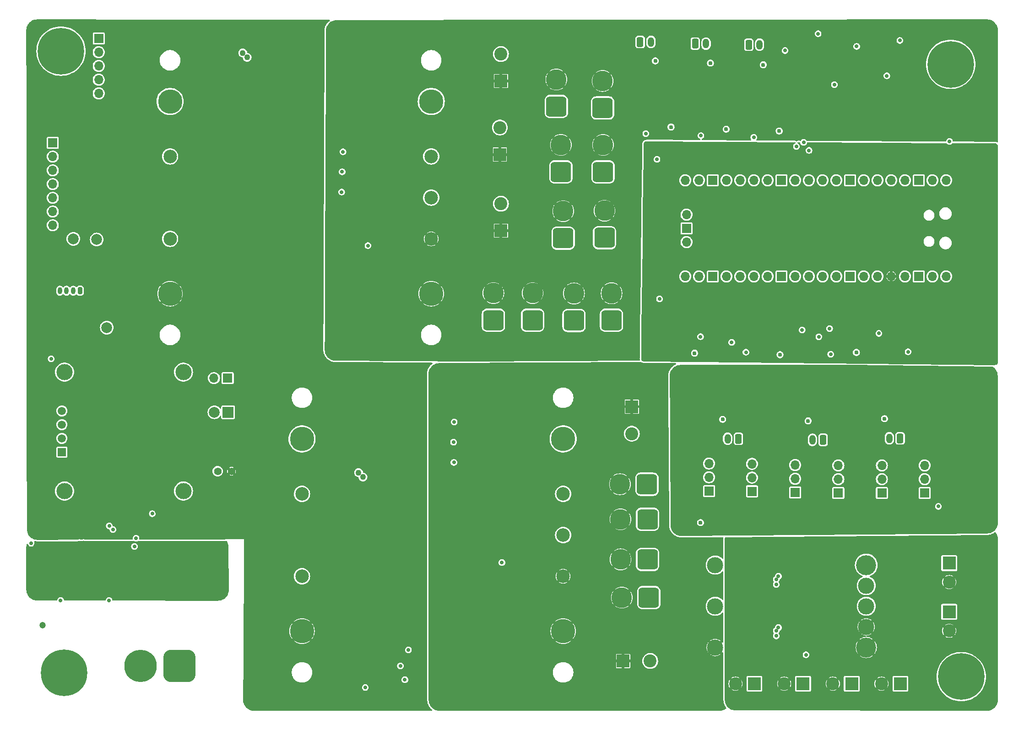
<source format=gbr>
%TF.GenerationSoftware,KiCad,Pcbnew,8.0.8-8.0.8-0~ubuntu22.04.1*%
%TF.CreationDate,2025-01-31T14:52:15-08:00*%
%TF.ProjectId,Backplane_Board,4261636b-706c-4616-9e65-5f426f617264,1*%
%TF.SameCoordinates,Original*%
%TF.FileFunction,Copper,L3,Inr*%
%TF.FilePolarity,Positive*%
%FSLAX46Y46*%
G04 Gerber Fmt 4.6, Leading zero omitted, Abs format (unit mm)*
G04 Created by KiCad (PCBNEW 8.0.8-8.0.8-0~ubuntu22.04.1) date 2025-01-31 14:52:15*
%MOMM*%
%LPD*%
G01*
G04 APERTURE LIST*
G04 Aperture macros list*
%AMRoundRect*
0 Rectangle with rounded corners*
0 $1 Rounding radius*
0 $2 $3 $4 $5 $6 $7 $8 $9 X,Y pos of 4 corners*
0 Add a 4 corners polygon primitive as box body*
4,1,4,$2,$3,$4,$5,$6,$7,$8,$9,$2,$3,0*
0 Add four circle primitives for the rounded corners*
1,1,$1+$1,$2,$3*
1,1,$1+$1,$4,$5*
1,1,$1+$1,$6,$7*
1,1,$1+$1,$8,$9*
0 Add four rect primitives between the rounded corners*
20,1,$1+$1,$2,$3,$4,$5,0*
20,1,$1+$1,$4,$5,$6,$7,0*
20,1,$1+$1,$6,$7,$8,$9,0*
20,1,$1+$1,$8,$9,$2,$3,0*%
G04 Aperture macros list end*
%TA.AperFunction,ComponentPad*%
%ADD10R,2.400000X2.400000*%
%TD*%
%TA.AperFunction,ComponentPad*%
%ADD11C,2.400000*%
%TD*%
%TA.AperFunction,ComponentPad*%
%ADD12R,1.700000X1.700000*%
%TD*%
%TA.AperFunction,ComponentPad*%
%ADD13O,1.700000X1.700000*%
%TD*%
%TA.AperFunction,ComponentPad*%
%ADD14RoundRect,0.760000X1.140000X1.140000X-1.140000X1.140000X-1.140000X-1.140000X1.140000X-1.140000X0*%
%TD*%
%TA.AperFunction,ComponentPad*%
%ADD15C,3.800000*%
%TD*%
%TA.AperFunction,ComponentPad*%
%ADD16RoundRect,0.250000X0.350000X0.650000X-0.350000X0.650000X-0.350000X-0.650000X0.350000X-0.650000X0*%
%TD*%
%TA.AperFunction,ComponentPad*%
%ADD17O,1.200000X1.800000*%
%TD*%
%TA.AperFunction,ComponentPad*%
%ADD18C,4.500000*%
%TD*%
%TA.AperFunction,ComponentPad*%
%ADD19C,2.500000*%
%TD*%
%TA.AperFunction,ComponentPad*%
%ADD20C,2.000000*%
%TD*%
%TA.AperFunction,ComponentPad*%
%ADD21RoundRect,0.250000X-0.350000X-0.650000X0.350000X-0.650000X0.350000X0.650000X-0.350000X0.650000X0*%
%TD*%
%TA.AperFunction,ComponentPad*%
%ADD22RoundRect,0.760000X1.140000X-1.140000X1.140000X1.140000X-1.140000X1.140000X-1.140000X-1.140000X0*%
%TD*%
%TA.AperFunction,ComponentPad*%
%ADD23C,0.900000*%
%TD*%
%TA.AperFunction,ComponentPad*%
%ADD24C,8.600000*%
%TD*%
%TA.AperFunction,ComponentPad*%
%ADD25R,2.000000X2.000000*%
%TD*%
%TA.AperFunction,ComponentPad*%
%ADD26C,1.400000*%
%TD*%
%TA.AperFunction,ComponentPad*%
%ADD27RoundRect,0.200000X0.200000X0.450000X-0.200000X0.450000X-0.200000X-0.450000X0.200000X-0.450000X0*%
%TD*%
%TA.AperFunction,ComponentPad*%
%ADD28O,0.800000X1.300000*%
%TD*%
%TA.AperFunction,ComponentPad*%
%ADD29RoundRect,1.500000X1.500000X1.500000X-1.500000X1.500000X-1.500000X-1.500000X1.500000X-1.500000X0*%
%TD*%
%TA.AperFunction,ComponentPad*%
%ADD30C,6.000000*%
%TD*%
%TA.AperFunction,ComponentPad*%
%ADD31R,1.508000X1.508000*%
%TD*%
%TA.AperFunction,ComponentPad*%
%ADD32C,1.508000*%
%TD*%
%TA.AperFunction,ComponentPad*%
%ADD33C,3.000000*%
%TD*%
%TA.AperFunction,ComponentPad*%
%ADD34C,3.700000*%
%TD*%
%TA.AperFunction,ViaPad*%
%ADD35C,0.700000*%
%TD*%
%TA.AperFunction,ViaPad*%
%ADD36C,1.100000*%
%TD*%
%TA.AperFunction,ViaPad*%
%ADD37C,0.770000*%
%TD*%
%TA.AperFunction,ViaPad*%
%ADD38C,1.200000*%
%TD*%
G04 APERTURE END LIST*
D10*
%TO.N,GND*%
%TO.C,J8*%
X202000000Y-124000000D03*
D11*
%TO.N,+5V*%
X202000000Y-127500000D03*
%TD*%
D10*
%TO.N,12V_ESC*%
%TO.C,C8*%
X119100000Y-62500000D03*
D11*
%TO.N,GND*%
X119100000Y-57500000D03*
%TD*%
D10*
%TO.N,+12V*%
%TO.C,C13*%
X141700000Y-142100000D03*
D11*
%TO.N,GND*%
X146700000Y-142100000D03*
%TD*%
D10*
%TO.N,GND*%
%TO.C,J19*%
X192975000Y-146300000D03*
D11*
%TO.N,+5V*%
X189475000Y-146300000D03*
%TD*%
D12*
%TO.N,GND*%
%TO.C,J27*%
X197450000Y-111000000D03*
D13*
%TO.N,Net-(J27-Pin_2)*%
X197450000Y-108460000D03*
%TO.N,SERVO0*%
X197450000Y-105920000D03*
%TD*%
D14*
%TO.N,GND*%
%TO.C,J25*%
X146100000Y-109400000D03*
D15*
%TO.N,+12V*%
X141100000Y-109400000D03*
%TD*%
D16*
%TO.N,Net-(D25-K)*%
%TO.C,J42*%
X178697500Y-101187500D03*
D17*
%TO.N,Net-(D25-A)*%
X176697500Y-101187500D03*
%TD*%
D18*
%TO.N,60V*%
%TO.C,U3*%
X57895000Y-74155000D03*
D19*
%TO.N,KillSW*%
X57895000Y-63995000D03*
%TO.N,unconnected-(U3-Case-Pad3)*%
X57895000Y-48755000D03*
D18*
%TO.N,GND*%
X57895000Y-38595000D03*
X106195000Y-38595000D03*
D19*
X106195000Y-48755000D03*
%TO.N,Net-(U3-V_adj)*%
X106195000Y-56375000D03*
%TO.N,12V_ESC*%
X106195000Y-63995000D03*
D18*
X106195000Y-74155000D03*
%TD*%
D20*
%TO.N,GND*%
%TO.C,TP8*%
X46200000Y-80430000D03*
%TD*%
D10*
%TO.N,GND*%
%TO.C,J20*%
X174975000Y-146300000D03*
D11*
%TO.N,+5V*%
X171475000Y-146300000D03*
%TD*%
D21*
%TO.N,Net-(D14-K)*%
%TO.C,J37*%
X164927187Y-28087262D03*
D17*
%TO.N,Net-(D14-A)*%
X166927187Y-28087262D03*
%TD*%
D12*
%TO.N,GND*%
%TO.C,J35*%
X165525000Y-110712500D03*
D13*
%TO.N,Net-(J35-Pin_2)*%
X165525000Y-108172500D03*
%TO.N,SERVO4*%
X165525000Y-105632500D03*
%TD*%
D12*
%TO.N,GND*%
%TO.C,J36*%
X173500000Y-110925000D03*
D13*
%TO.N,Net-(J36-Pin_2)*%
X173500000Y-108385000D03*
%TO.N,SERVO3*%
X173500000Y-105845000D03*
%TD*%
D22*
%TO.N,GND*%
%TO.C,J15*%
X124950000Y-79050000D03*
D15*
%TO.N,12V_ESC*%
X124950000Y-74050000D03*
%TD*%
D16*
%TO.N,Net-(D24-K)*%
%TO.C,J41*%
X192925037Y-100900000D03*
D17*
%TO.N,Net-(D24-A)*%
X190925037Y-100900000D03*
%TD*%
D22*
%TO.N,GND*%
%TO.C,J17*%
X139550000Y-79075000D03*
D15*
%TO.N,12V_ESC*%
X139550000Y-74075000D03*
%TD*%
D20*
%TO.N,I2C+*%
%TO.C,TP1*%
X44325000Y-64125000D03*
%TD*%
D23*
%TO.N,GND*%
%TO.C,H2*%
X199055419Y-31719581D03*
X200000000Y-29439162D03*
X200000000Y-34000000D03*
X202280419Y-28494581D03*
D24*
X202280419Y-31719581D03*
D23*
X202280419Y-34944581D03*
X204560838Y-29439162D03*
X204560838Y-34000000D03*
X205505419Y-31719581D03*
%TD*%
D10*
%TO.N,GND*%
%TO.C,J6*%
X202000000Y-133000000D03*
D11*
%TO.N,+5V*%
X202000000Y-136500000D03*
%TD*%
D22*
%TO.N,GND*%
%TO.C,J9*%
X138250000Y-63800000D03*
D15*
%TO.N,12V_ESC*%
X138250000Y-58800000D03*
%TD*%
D25*
%TO.N,KillSW*%
%TO.C,SW1*%
X68625000Y-96075000D03*
D20*
%TO.N,GND*%
X66085000Y-96075000D03*
%TD*%
D12*
%TO.N,GND*%
%TO.C,J29*%
X181500000Y-111000000D03*
D13*
%TO.N,Net-(J29-Pin_2)*%
X181500000Y-108460000D03*
%TO.N,SERVO2*%
X181500000Y-105920000D03*
%TD*%
D26*
%TO.N,60V*%
%TO.C,J26*%
X69250000Y-107000000D03*
%TO.N,GND*%
X66710000Y-107000000D03*
%TD*%
D27*
%TO.N,GND*%
%TO.C,J31*%
X41250000Y-73600000D03*
D28*
%TO.N,+3.3V*%
X40000000Y-73600000D03*
%TO.N,I2C+*%
X38750000Y-73600000D03*
%TO.N,I2C-*%
X37500000Y-73600000D03*
%TD*%
D18*
%TO.N,60V*%
%TO.C,U4*%
X82300000Y-136580000D03*
D19*
%TO.N,GND*%
X82300000Y-126420000D03*
%TO.N,unconnected-(U4-Case-Pad3)*%
X82300000Y-111180000D03*
D18*
%TO.N,GND*%
X82300000Y-101020000D03*
X130600000Y-101020000D03*
D19*
X130600000Y-111180000D03*
%TO.N,Net-(U4-V_adj)*%
X130600000Y-118800000D03*
%TO.N,+12V*%
X130600000Y-126420000D03*
D18*
X130600000Y-136580000D03*
%TD*%
D12*
%TO.N,+3.3V*%
%TO.C,J4*%
X36200000Y-46260000D03*
D13*
%TO.N,unconnected-(J4-Pin_2-Pad2)*%
X36200000Y-48800000D03*
%TO.N,GND*%
X36200000Y-51340000D03*
%TO.N,I2C+*%
X36200000Y-53880000D03*
%TO.N,unconnected-(J4-Pin_5-Pad5)*%
X36200000Y-56420000D03*
%TO.N,I2C-*%
X36200000Y-58960000D03*
%TO.N,unconnected-(J4-Pin_7-Pad7)*%
X36200000Y-61500000D03*
%TD*%
D22*
%TO.N,GND*%
%TO.C,J16*%
X132600000Y-79100000D03*
D15*
%TO.N,12V_ESC*%
X132600000Y-74100000D03*
%TD*%
D10*
%TO.N,GND*%
%TO.C,J21*%
X165975000Y-146300000D03*
D11*
%TO.N,+5V*%
X162475000Y-146300000D03*
%TD*%
D14*
%TO.N,GND*%
%TO.C,J22*%
X146450000Y-130375000D03*
D15*
%TO.N,+12V*%
X141450000Y-130375000D03*
%TD*%
D12*
%TO.N,GND*%
%TO.C,J34*%
X157575000Y-110650000D03*
D13*
%TO.N,Net-(J34-Pin_2)*%
X157575000Y-108110000D03*
%TO.N,SERVO5*%
X157575000Y-105570000D03*
%TD*%
D14*
%TO.N,GND*%
%TO.C,J24*%
X146200000Y-115881600D03*
D15*
%TO.N,+12V*%
X141200000Y-115881600D03*
%TD*%
D14*
%TO.N,GND*%
%TO.C,J23*%
X146224600Y-123300000D03*
D15*
%TO.N,+12V*%
X141224600Y-123300000D03*
%TD*%
D12*
%TO.N,GND*%
%TO.C,J28*%
X189550000Y-111000000D03*
D13*
%TO.N,Net-(J28-Pin_2)*%
X189550000Y-108460000D03*
%TO.N,SERVO1*%
X189550000Y-105920000D03*
%TD*%
D22*
%TO.N,GND*%
%TO.C,J12*%
X137975000Y-51625000D03*
D15*
%TO.N,12V_ESC*%
X137975000Y-46625000D03*
%TD*%
D10*
%TO.N,GND*%
%TO.C,J7*%
X183975000Y-146300000D03*
D11*
%TO.N,+5V*%
X180475000Y-146300000D03*
%TD*%
D23*
%TO.N,GND*%
%TO.C,H4*%
X34494581Y-29280419D03*
X35439162Y-27000000D03*
X35439162Y-31560838D03*
X37719581Y-26055419D03*
D24*
X37719581Y-29280419D03*
D23*
X37719581Y-32505419D03*
X40000000Y-27000000D03*
X40000000Y-31560838D03*
X40944581Y-29280419D03*
%TD*%
%TO.N,GND*%
%TO.C,H1*%
X201000000Y-145000000D03*
X201944581Y-142719581D03*
X201944581Y-147280419D03*
X204225000Y-141775000D03*
D24*
X204225000Y-145000000D03*
D23*
X204225000Y-148225000D03*
X206505419Y-142719581D03*
X206505419Y-147280419D03*
X207450000Y-145000000D03*
%TD*%
D10*
%TO.N,+12V*%
%TO.C,C14*%
X143300000Y-95050000D03*
D11*
%TO.N,GND*%
X143300000Y-100050000D03*
%TD*%
D16*
%TO.N,Net-(D21-K)*%
%TO.C,J40*%
X163019925Y-101000000D03*
D17*
%TO.N,Net-(D21-A)*%
X161019925Y-101000000D03*
%TD*%
D20*
%TO.N,I2C-*%
%TO.C,TP2*%
X40000000Y-64000000D03*
%TD*%
D12*
%TO.N,KillSW*%
%TO.C,J5*%
X68555000Y-89775000D03*
D13*
%TO.N,GND*%
X66015000Y-89775000D03*
%TD*%
%TO.N,UART(TX)*%
%TO.C,U6*%
X201445000Y-53170000D03*
%TO.N,UART(RX)*%
X198905000Y-53170000D03*
D12*
%TO.N,GND*%
X196365000Y-53170000D03*
D13*
%TO.N,I2C+*%
X193825000Y-53170000D03*
%TO.N,I2C-*%
X191285000Y-53170000D03*
%TO.N,SW2*%
X188745000Y-53170000D03*
%TO.N,SW0*%
X186205000Y-53170000D03*
D12*
%TO.N,GND*%
X183665000Y-53170000D03*
D13*
%TO.N,SCK*%
X181125000Y-53170000D03*
%TO.N,MOSI*%
X178585000Y-53170000D03*
%TO.N,MISO*%
X176045000Y-53170000D03*
%TO.N,CS*%
X173505000Y-53170000D03*
D12*
%TO.N,GND*%
X170965000Y-53170000D03*
D13*
%TO.N,SW1*%
X168425000Y-53170000D03*
%TO.N,SERVO1*%
X165885000Y-53170000D03*
%TO.N,SERVO2*%
X163345000Y-53170000D03*
%TO.N,SERVO3*%
X160805000Y-53170000D03*
D12*
%TO.N,GND*%
X158265000Y-53170000D03*
D13*
%TO.N,SERVO4*%
X155725000Y-53170000D03*
%TO.N,SERVO5*%
X153185000Y-53170000D03*
%TO.N,esc_status*%
X153185000Y-70950000D03*
%TO.N,ALERT*%
X155725000Y-70950000D03*
D12*
%TO.N,GND*%
X158265000Y-70950000D03*
D13*
%TO.N,SW5*%
X160805000Y-70950000D03*
%TO.N,SW4*%
X163345000Y-70950000D03*
%TO.N,SW3*%
X165885000Y-70950000D03*
%TO.N,SERVO0*%
X168425000Y-70950000D03*
D12*
%TO.N,GND*%
X170965000Y-70950000D03*
D13*
%TO.N,Net-(U6-GPIO22)*%
X173505000Y-70950000D03*
%TO.N,RUN*%
X176045000Y-70950000D03*
%TO.N,Net-(U6-GPIO26_ADC0)*%
X178585000Y-70950000D03*
%TO.N,unconnected-(U6-GPIO27_ADC1-Pad32)*%
X181125000Y-70950000D03*
D12*
%TO.N,GND*%
X183665000Y-70950000D03*
D13*
%TO.N,unconnected-(U6-GPIO28_ADC2-Pad34)_1*%
X186205000Y-70950000D03*
%TO.N,unconnected-(U6-ADC_VREF-Pad35)*%
X188745000Y-70950000D03*
%TO.N,+3.3V*%
X191285000Y-70950000D03*
%TO.N,unconnected-(U6-3V3_EN-Pad37)*%
X193825000Y-70950000D03*
D12*
%TO.N,GND*%
X196365000Y-70950000D03*
D13*
%TO.N,Net-(D6-K)*%
X198905000Y-70950000D03*
%TO.N,unconnected-(U6-VBUS-Pad40)_1*%
X201445000Y-70950000D03*
%TO.N,/BoardBoardConnections/DEBUG+*%
X153415000Y-59520000D03*
D12*
%TO.N,GND*%
X153415000Y-62060000D03*
D13*
%TO.N,/BoardBoardConnections/DEBUG-*%
X153415000Y-64600000D03*
%TD*%
D12*
%TO.N,+3.3V*%
%TO.C,J32*%
X44700000Y-26935000D03*
D13*
%TO.N,RUN*%
X44700000Y-29475000D03*
%TO.N,I2C+*%
X44700000Y-32015000D03*
%TO.N,I2C-*%
X44700000Y-34555000D03*
%TO.N,GND*%
X44700000Y-37095000D03*
%TD*%
D10*
%TO.N,12V_ESC*%
%TO.C,C7*%
X118900000Y-48415216D03*
D11*
%TO.N,GND*%
X118900000Y-43415216D03*
%TD*%
D29*
%TO.N,GND*%
%TO.C,J3*%
X59600000Y-143000000D03*
D30*
%TO.N,PWR_IN*%
X52400000Y-143000000D03*
%TD*%
D23*
%TO.N,GND*%
%TO.C,H3*%
X35055419Y-144280419D03*
X36000000Y-142000000D03*
X36000000Y-146560838D03*
X38280419Y-141055419D03*
D24*
X38280419Y-144280419D03*
D23*
X38280419Y-147505419D03*
X40560838Y-142000000D03*
X40560838Y-146560838D03*
X41505419Y-144280419D03*
%TD*%
D31*
%TO.N,GND*%
%TO.C,Brd1*%
X37875000Y-103460000D03*
D32*
%TO.N,+3.3V*%
X37875000Y-100920000D03*
%TO.N,I2C-*%
X37875000Y-98380000D03*
%TO.N,I2C+*%
X37875000Y-95840000D03*
D33*
%TO.N,N/C*%
X38375000Y-110650000D03*
X38375000Y-88650000D03*
X60375000Y-88650000D03*
X60375000Y-110650000D03*
%TD*%
D22*
%TO.N,GND*%
%TO.C,J10*%
X130600000Y-63875000D03*
D15*
%TO.N,12V_ESC*%
X130600000Y-58875000D03*
%TD*%
D22*
%TO.N,GND*%
%TO.C,J18*%
X137900000Y-39800000D03*
D15*
%TO.N,12V_ESC*%
X137900000Y-34800000D03*
%TD*%
D22*
%TO.N,GND*%
%TO.C,J11*%
X129325000Y-39525000D03*
D15*
%TO.N,12V_ESC*%
X129325000Y-34525000D03*
%TD*%
D22*
%TO.N,GND*%
%TO.C,J13*%
X130175000Y-51625000D03*
D15*
%TO.N,12V_ESC*%
X130175000Y-46625000D03*
%TD*%
D22*
%TO.N,GND*%
%TO.C,J14*%
X117700000Y-79050000D03*
D15*
%TO.N,12V_ESC*%
X117700000Y-74050000D03*
%TD*%
D21*
%TO.N,Net-(D15-K)*%
%TO.C,J38*%
X155025000Y-27900000D03*
D17*
%TO.N,Net-(D15-A)*%
X157025000Y-27900000D03*
%TD*%
D21*
%TO.N,Net-(D16-K)*%
%TO.C,J39*%
X144841250Y-27581325D03*
D17*
%TO.N,Net-(D16-A)*%
X146841250Y-27581325D03*
%TD*%
D10*
%TO.N,12V_ESC*%
%TO.C,C6*%
X119100000Y-34815216D03*
D11*
%TO.N,GND*%
X119100000Y-29815216D03*
%TD*%
D33*
%TO.N,+12V*%
%TO.C,U5*%
X158725000Y-139590000D03*
%TO.N,GND*%
X158725000Y-131970000D03*
X158725000Y-124350000D03*
D34*
X186665000Y-124350000D03*
D33*
X186665000Y-128160000D03*
%TO.N,Net-(U5-TRIM)*%
X186665000Y-131970000D03*
%TO.N,+5V*%
X186665000Y-135780000D03*
D34*
X186665000Y-139590000D03*
%TD*%
D35*
%TO.N,60V*%
X43000000Y-115000000D03*
X40000000Y-113000000D03*
X46000000Y-111000000D03*
X68000000Y-112000000D03*
X70000000Y-116000000D03*
X70000000Y-118000000D03*
X40500000Y-115500000D03*
X50000000Y-116000000D03*
X65000000Y-117000000D03*
D36*
X75979754Y-52579754D03*
D35*
X68000000Y-118000000D03*
X66000000Y-112000000D03*
X36000000Y-114000000D03*
X38000000Y-116000000D03*
X65000000Y-112000000D03*
X53000000Y-111000000D03*
X35000000Y-115000000D03*
X69000000Y-112000000D03*
X64000000Y-116000000D03*
X61000000Y-115000000D03*
X67000000Y-112000000D03*
X41000000Y-114000000D03*
X42500000Y-115500000D03*
X63000000Y-117000000D03*
X46000000Y-113000000D03*
X51000000Y-117000000D03*
X44000000Y-114000000D03*
X49000000Y-118000000D03*
X38500000Y-114500000D03*
X70000000Y-117000000D03*
X54000000Y-111000000D03*
X52000000Y-111000000D03*
X35000000Y-112000000D03*
X70000000Y-115000000D03*
X35000000Y-111000000D03*
X38500000Y-115500000D03*
X67000000Y-111000000D03*
X69000000Y-113000000D03*
X37000000Y-113000000D03*
X70000000Y-112000000D03*
X51000000Y-115000000D03*
X66000000Y-115000000D03*
X96261800Y-147238200D03*
X61000000Y-117000000D03*
X66000000Y-113000000D03*
X40500000Y-118600000D03*
X57000000Y-111000000D03*
X63000000Y-112000000D03*
X38500000Y-117500000D03*
X42100000Y-118600000D03*
X38500000Y-118500000D03*
X49000000Y-111000000D03*
X50000000Y-117000000D03*
X64000000Y-119000000D03*
X67000000Y-115000000D03*
X41000000Y-111000000D03*
X62000000Y-117000000D03*
X43500000Y-113500000D03*
X39500000Y-116500000D03*
X68000000Y-111000000D03*
X58000000Y-116000000D03*
D36*
X97282500Y-130107500D03*
D35*
X67000000Y-117000000D03*
X59000000Y-116000000D03*
X43500000Y-114500000D03*
X62000000Y-116000000D03*
X35000000Y-114000000D03*
X45000000Y-115000000D03*
X67000000Y-116000000D03*
X60000000Y-116000000D03*
X62000000Y-118000000D03*
X38000000Y-114000000D03*
X59000000Y-118000000D03*
X45000000Y-112000000D03*
X59000000Y-119000000D03*
X39000000Y-114000000D03*
X48000000Y-111000000D03*
X39000000Y-113000000D03*
X48000000Y-114000000D03*
X39500000Y-113500000D03*
X35000000Y-113000000D03*
X39000000Y-116000000D03*
X64000000Y-111000000D03*
X46000000Y-115000000D03*
X63000000Y-116000000D03*
X66000000Y-116000000D03*
X65000000Y-111000000D03*
X61000000Y-119000000D03*
X37000000Y-118000000D03*
X45000000Y-111000000D03*
X36000000Y-115000000D03*
X42000000Y-114000000D03*
X42000000Y-116000000D03*
X60000000Y-117000000D03*
X38000000Y-118000000D03*
X64000000Y-112000000D03*
X40000000Y-114000000D03*
X59000000Y-115000000D03*
X41000000Y-116000000D03*
X61000000Y-116000000D03*
X60000000Y-118000000D03*
X65000000Y-115000000D03*
X62000000Y-119000000D03*
X48000000Y-115000000D03*
X42500000Y-114500000D03*
X67000000Y-119000000D03*
X66000000Y-119000000D03*
X41000000Y-112000000D03*
X49000000Y-113000000D03*
X59000000Y-117000000D03*
X63000000Y-115000000D03*
X66000000Y-117000000D03*
X36000000Y-112000000D03*
X48000000Y-113000000D03*
X46000000Y-114000000D03*
X63000000Y-111000000D03*
X40900000Y-119200000D03*
X38000000Y-117000000D03*
X51000000Y-116000000D03*
X50000000Y-118000000D03*
X43500000Y-115500000D03*
X43000000Y-112000000D03*
X64000000Y-113000000D03*
X41500000Y-115500000D03*
X49000000Y-112000000D03*
X58000000Y-115000000D03*
X41000000Y-115000000D03*
X70000000Y-114000000D03*
D36*
X98102745Y-130927745D03*
D35*
X41700000Y-119200000D03*
X66000000Y-118000000D03*
X44000000Y-115000000D03*
X63000000Y-113000000D03*
X41300000Y-118600000D03*
X36000000Y-113000000D03*
X37000000Y-116000000D03*
X41500000Y-114500000D03*
X47000000Y-113000000D03*
X68000000Y-113000000D03*
X44000000Y-116000000D03*
X43000000Y-113000000D03*
X36000000Y-111000000D03*
X64000000Y-118000000D03*
X41000000Y-113000000D03*
X70000000Y-119000000D03*
X60000000Y-115000000D03*
X36000000Y-117000000D03*
X47000000Y-112000000D03*
X58000000Y-118000000D03*
X37000000Y-117000000D03*
X43000000Y-114000000D03*
X42000000Y-113000000D03*
X37000000Y-114000000D03*
X69000000Y-111000000D03*
X40000000Y-116000000D03*
X68000000Y-116000000D03*
X58000000Y-119000000D03*
X68000000Y-117000000D03*
X44500000Y-116500000D03*
X39500000Y-115500000D03*
X67000000Y-113000000D03*
X48000000Y-112000000D03*
X64000000Y-117000000D03*
X60000000Y-119000000D03*
X45000000Y-113000000D03*
X44500000Y-115500000D03*
X43000000Y-111000000D03*
X65000000Y-118000000D03*
X68000000Y-115000000D03*
X61000000Y-118000000D03*
X44000000Y-111000000D03*
X43000000Y-116000000D03*
X49000000Y-114000000D03*
X63000000Y-118000000D03*
X49000000Y-117000000D03*
X63000000Y-119000000D03*
X40000000Y-115000000D03*
X37000000Y-115000000D03*
X38500000Y-116500000D03*
X38500000Y-113500000D03*
D36*
X76800000Y-53400000D03*
D35*
X65000000Y-119000000D03*
X62000000Y-115000000D03*
X39500000Y-114500000D03*
X38000000Y-115000000D03*
X42000000Y-115000000D03*
X47000000Y-115000000D03*
X46000000Y-112000000D03*
X47000000Y-114000000D03*
X70000000Y-113000000D03*
X67000000Y-118000000D03*
X47000000Y-111000000D03*
X39000000Y-115000000D03*
X41500000Y-113500000D03*
X55000000Y-111000000D03*
X65000000Y-116000000D03*
X35000000Y-116000000D03*
X42500000Y-113500000D03*
X40500000Y-114500000D03*
X44000000Y-112000000D03*
X68000000Y-119000000D03*
X36000000Y-116000000D03*
X44500000Y-114500000D03*
X66000000Y-111000000D03*
X64000000Y-115000000D03*
X40500000Y-113500000D03*
X56000000Y-111000000D03*
X58000000Y-117000000D03*
X65000000Y-113000000D03*
X42000000Y-112000000D03*
X42000000Y-111000000D03*
%TO.N,GND*%
X119275000Y-123900000D03*
X164407406Y-84975000D03*
D37*
X170554762Y-44059687D03*
D35*
X170025000Y-137450000D03*
D37*
X160748712Y-43723713D03*
D35*
X94500000Y-65250000D03*
D37*
X156000000Y-116500000D03*
D35*
X148425000Y-75125000D03*
X32200000Y-120300000D03*
X89875000Y-47900000D03*
X54600000Y-114850000D03*
X170412500Y-135912500D03*
D37*
X147641250Y-31081325D03*
D35*
X170025000Y-127000000D03*
X180087481Y-85350000D03*
D36*
X93570000Y-108070000D03*
D35*
X202064760Y-45981760D03*
X110337500Y-101625000D03*
X101974300Y-140050000D03*
D36*
X92749754Y-107249754D03*
D35*
X145886212Y-44529963D03*
D36*
X71329754Y-29604754D03*
D35*
X170025000Y-136500000D03*
X192875000Y-27300000D03*
X110387500Y-105375000D03*
X94000000Y-147000000D03*
X89725000Y-51600000D03*
D37*
X154903675Y-85143675D03*
D35*
X101324300Y-145575000D03*
X170412500Y-126412500D03*
D36*
X72150000Y-30425000D03*
D37*
X175908750Y-97681175D03*
D38*
X34290000Y-135497500D03*
D35*
X156078712Y-44923713D03*
X175525000Y-140950000D03*
X100500000Y-143000000D03*
X177750000Y-26050000D03*
X194400000Y-84900000D03*
D37*
X157839962Y-31480038D03*
D35*
X147950000Y-49300000D03*
D37*
X184836325Y-85021250D03*
D35*
X179875000Y-80600000D03*
X89637500Y-55350000D03*
D37*
X190036325Y-97271250D03*
D35*
X190475000Y-33850000D03*
X180775000Y-35475000D03*
D37*
X170708750Y-85431175D03*
D35*
X110437500Y-97875000D03*
D37*
X150550000Y-43325000D03*
D35*
X165861012Y-45235937D03*
D37*
X167604762Y-31809687D03*
D35*
X170025000Y-127950000D03*
X174800000Y-80875000D03*
D37*
X160103675Y-97393675D03*
D35*
%TO.N,+3.3V*%
X208435000Y-69000000D03*
X147400000Y-84000000D03*
X184888260Y-28413260D03*
X195900000Y-47425000D03*
X35900000Y-86200000D03*
%TO.N,12V_ESC*%
X152525000Y-44937501D03*
X142286212Y-44704963D03*
X99000000Y-51600000D03*
X99000000Y-55300000D03*
X162477187Y-45382112D03*
X99050000Y-47800000D03*
%TO.N,SHUNT+*%
X64340000Y-129020000D03*
X36250000Y-121500000D03*
X59340000Y-126020000D03*
X41000000Y-127000000D03*
X44250000Y-122250000D03*
X37750000Y-123750000D03*
X38000000Y-128000000D03*
X44250000Y-121500000D03*
X45750000Y-121500000D03*
X65340000Y-129020000D03*
X45000000Y-128000000D03*
X66340000Y-128020000D03*
X45500000Y-127500000D03*
X60950000Y-122380000D03*
X60340000Y-128020000D03*
X40000000Y-128000000D03*
X43000000Y-127000000D03*
X60950000Y-121380000D03*
X62340000Y-126020000D03*
X37750000Y-124500000D03*
X52500000Y-127500000D03*
X59340000Y-127020000D03*
X44000000Y-127000000D03*
X63340000Y-126020000D03*
X41100000Y-120200000D03*
X59340000Y-128020000D03*
X45000000Y-127000000D03*
X44000000Y-128000000D03*
X40000000Y-123750000D03*
X46500000Y-123750000D03*
X59340000Y-129020000D03*
X36250000Y-123750000D03*
X47500000Y-127500000D03*
X62950000Y-121380000D03*
X45000000Y-122250000D03*
X66950000Y-120380000D03*
X43500000Y-127500000D03*
X62950000Y-120380000D03*
X52000000Y-127000000D03*
X63950000Y-123380000D03*
X37000000Y-123750000D03*
X42000000Y-127000000D03*
X44500000Y-127500000D03*
X58950000Y-120380000D03*
X41900000Y-120200000D03*
X43000000Y-128000000D03*
X62340000Y-127020000D03*
X65950000Y-122380000D03*
X34000000Y-127000000D03*
X46000000Y-127000000D03*
X44250000Y-123750000D03*
X35000000Y-127000000D03*
X49500000Y-127500000D03*
X37750000Y-123000000D03*
X60950000Y-120380000D03*
X64340000Y-127020000D03*
X58340000Y-129020000D03*
X60340000Y-129020000D03*
X59950000Y-122380000D03*
X61950000Y-121380000D03*
X42300000Y-120800000D03*
X38500000Y-123000000D03*
X66950000Y-123380000D03*
X58950000Y-123380000D03*
X48500000Y-127500000D03*
X46500000Y-124500000D03*
X61340000Y-128020000D03*
X50000000Y-127000000D03*
X37000000Y-124500000D03*
X50000000Y-128000000D03*
X63340000Y-129020000D03*
X58340000Y-126020000D03*
X67340000Y-126020000D03*
X38500000Y-127500000D03*
X47000000Y-128000000D03*
X67950000Y-121380000D03*
X63950000Y-121380000D03*
X44250000Y-124500000D03*
X48000000Y-128000000D03*
X39250000Y-123000000D03*
X43500000Y-123750000D03*
X65950000Y-120380000D03*
X42500000Y-127500000D03*
X46500000Y-122250000D03*
X39250000Y-123750000D03*
X39250000Y-124500000D03*
X45000000Y-121500000D03*
X40000000Y-124500000D03*
X61950000Y-122380000D03*
X40500000Y-127500000D03*
X38500000Y-123750000D03*
X39500000Y-127500000D03*
X45000000Y-124500000D03*
X42750000Y-123750000D03*
X64950000Y-120380000D03*
X60950000Y-123380000D03*
X37750000Y-121500000D03*
X42000000Y-128000000D03*
X59950000Y-123380000D03*
X39000000Y-127000000D03*
X51000000Y-128000000D03*
X63340000Y-128020000D03*
X36250000Y-123000000D03*
X64340000Y-128020000D03*
X57950000Y-123380000D03*
X37000000Y-123000000D03*
X66340000Y-127020000D03*
X45750000Y-123750000D03*
X51000000Y-127000000D03*
X66950000Y-121380000D03*
X41500000Y-120800000D03*
X46500000Y-121500000D03*
X43500000Y-123000000D03*
X62950000Y-122380000D03*
X39000000Y-128000000D03*
X62340000Y-129020000D03*
X38000000Y-127000000D03*
X47000000Y-127000000D03*
X40000000Y-123000000D03*
X36250000Y-122250000D03*
X66950000Y-122380000D03*
X45750000Y-122250000D03*
X57950000Y-122380000D03*
X63950000Y-120380000D03*
X37500000Y-127500000D03*
X50500000Y-127500000D03*
X53000000Y-128000000D03*
X62950000Y-123380000D03*
X57950000Y-120380000D03*
X49000000Y-127000000D03*
X61340000Y-127020000D03*
X38500000Y-122250000D03*
X38500000Y-121500000D03*
X44250000Y-123000000D03*
X36500000Y-127500000D03*
X45750000Y-123000000D03*
X65340000Y-128020000D03*
X60340000Y-127020000D03*
X61950000Y-123380000D03*
X67950000Y-120380000D03*
X59950000Y-120380000D03*
X58340000Y-127020000D03*
X40700000Y-120800000D03*
X40000000Y-127000000D03*
X41000000Y-128000000D03*
X57340000Y-126020000D03*
X57950000Y-121380000D03*
X62340000Y-128020000D03*
X42750000Y-124500000D03*
X45750000Y-124500000D03*
X58950000Y-122380000D03*
X65340000Y-127020000D03*
X67950000Y-122380000D03*
X51500000Y-127500000D03*
X66340000Y-129020000D03*
X48000000Y-127000000D03*
X65950000Y-123380000D03*
X37000000Y-128000000D03*
X64340000Y-126020000D03*
X60340000Y-126020000D03*
X67340000Y-128020000D03*
X37000000Y-121500000D03*
X64950000Y-122380000D03*
X63950000Y-122380000D03*
X57340000Y-127020000D03*
X53000000Y-127000000D03*
X42750000Y-123000000D03*
X64950000Y-123380000D03*
X61340000Y-126020000D03*
X66340000Y-126020000D03*
X63340000Y-127020000D03*
X65340000Y-126020000D03*
X41500000Y-127500000D03*
X45000000Y-123000000D03*
X59950000Y-121380000D03*
X57340000Y-129020000D03*
X38500000Y-124500000D03*
X46000000Y-128000000D03*
X52000000Y-128000000D03*
X58950000Y-121380000D03*
X36000000Y-127000000D03*
X67340000Y-129020000D03*
X36000000Y-128000000D03*
X58340000Y-128020000D03*
X61340000Y-129020000D03*
X46500000Y-123000000D03*
X61950000Y-120380000D03*
X45000000Y-123750000D03*
X64950000Y-121380000D03*
X65950000Y-121380000D03*
X49000000Y-128000000D03*
X67340000Y-127020000D03*
X37750000Y-122250000D03*
X43500000Y-124500000D03*
X67950000Y-123380000D03*
X36250000Y-124500000D03*
X37000000Y-127000000D03*
X46500000Y-127500000D03*
X37000000Y-122250000D03*
X57340000Y-128020000D03*
%TO.N,Net-(D1-A)*%
X46600000Y-130900000D03*
X37656600Y-130900000D03*
%TO.N,+5V*%
X191500000Y-121500000D03*
X194000000Y-121000000D03*
X197000000Y-122000000D03*
X193500000Y-121500000D03*
X191500000Y-120500000D03*
X178362500Y-133362500D03*
X192500000Y-119500000D03*
X193500000Y-120500000D03*
X178775000Y-132500000D03*
X192000000Y-120000000D03*
X197000000Y-120000000D03*
X192000000Y-122000000D03*
X192500000Y-122500000D03*
X196000000Y-122000000D03*
X194500000Y-122500000D03*
X193000000Y-121000000D03*
X193000000Y-122000000D03*
X195000000Y-121000000D03*
X193000000Y-120000000D03*
X195000000Y-122000000D03*
X192000000Y-121000000D03*
X178775000Y-131700000D03*
X197500000Y-121500000D03*
X192500000Y-121500000D03*
X178650000Y-123000000D03*
X197500000Y-120500000D03*
X178650000Y-122075000D03*
X197500000Y-119500000D03*
X195500000Y-120500000D03*
X194500000Y-121500000D03*
X196000000Y-121000000D03*
X197000000Y-121000000D03*
X196500000Y-121500000D03*
X193500000Y-122500000D03*
X178237500Y-123737500D03*
X195500000Y-122500000D03*
X192500000Y-120500000D03*
X195500000Y-121500000D03*
X196500000Y-120500000D03*
X194500000Y-120500000D03*
X194000000Y-122000000D03*
X191500000Y-119500000D03*
X196500000Y-122500000D03*
D37*
%TO.N,5V_KillSW*%
X156000000Y-114000000D03*
X166000000Y-114000000D03*
D35*
X192000000Y-116500000D03*
D37*
X162000000Y-114000000D03*
D35*
X195500000Y-115000000D03*
D37*
X178000000Y-114000000D03*
X160000000Y-114000000D03*
D35*
X192500000Y-115000000D03*
D37*
X172000000Y-114000000D03*
X157000000Y-114000000D03*
D35*
X193000000Y-115500000D03*
D37*
X155000000Y-114000000D03*
D35*
X195000000Y-114500000D03*
X196000000Y-114500000D03*
X196500000Y-115000000D03*
D37*
X174000000Y-114000000D03*
X183000000Y-114000000D03*
X184000000Y-114000000D03*
D35*
X197500000Y-116000000D03*
D37*
X181000000Y-114000000D03*
D35*
X197000000Y-114500000D03*
D37*
X173000000Y-114000000D03*
X197142650Y-100250000D03*
X171000000Y-114000000D03*
X169000000Y-114000000D03*
D35*
X193000000Y-116500000D03*
X194500000Y-115000000D03*
X191500000Y-116000000D03*
D37*
X177000000Y-114000000D03*
D35*
X198000000Y-115500000D03*
X191000000Y-116500000D03*
D37*
X161000000Y-114000000D03*
X168600000Y-101025000D03*
X182000000Y-114000000D03*
D35*
X191500000Y-115000000D03*
D37*
X180000000Y-114000000D03*
X154000000Y-114000000D03*
X175000000Y-114000000D03*
X153000000Y-114000000D03*
D35*
X193525000Y-114475000D03*
X192500000Y-116000000D03*
X197500000Y-115000000D03*
X197500000Y-117000000D03*
X197000000Y-115500000D03*
D37*
X183192575Y-101000000D03*
X163000000Y-114000000D03*
X158000000Y-114000000D03*
X164000000Y-114000000D03*
X167000000Y-114000000D03*
X176000000Y-114000000D03*
D35*
X191000000Y-115500000D03*
D37*
X168000000Y-114000000D03*
X165000000Y-114000000D03*
D35*
X191500000Y-117000000D03*
D37*
X152000000Y-114000000D03*
X179000000Y-114000000D03*
D35*
X198000000Y-114500000D03*
D37*
X187000000Y-114000000D03*
X185000000Y-114000000D03*
X186000000Y-114000000D03*
D35*
X192000000Y-115500000D03*
D37*
X170000000Y-114000000D03*
X159000000Y-114000000D03*
D35*
X192500000Y-117000000D03*
X191000000Y-114500000D03*
X192000000Y-114500000D03*
%TO.N,+12V*%
X119145000Y-114270000D03*
X119350000Y-97825000D03*
X119350000Y-101475000D03*
X119350000Y-105325000D03*
%TO.N,KillSW*%
X200000000Y-113500000D03*
X156016224Y-82100000D03*
%TO.N,RUN*%
X171637500Y-29162500D03*
%TO.N,A1*%
X51300000Y-120900000D03*
%TO.N,A0*%
X51600000Y-119400000D03*
%TO.N,SW2*%
X175075000Y-46171740D03*
%TO.N,SW0*%
X173750000Y-46917262D03*
%TO.N,SW5*%
X161775000Y-83160000D03*
%TO.N,SW3*%
X189000000Y-81500000D03*
%TO.N,SW4*%
X177887537Y-82112463D03*
%TO.N,I2C+*%
X47329412Y-117789012D03*
%TO.N,I2C-*%
X46650588Y-117110188D03*
%TO.N,MISO*%
X176076740Y-47651740D03*
%TD*%
%TA.AperFunction,Conductor*%
%TO.N,+12V*%
G36*
X145149124Y-86839485D02*
G01*
X145149127Y-86839481D01*
X145149147Y-86839491D01*
X145149406Y-86839557D01*
X145150907Y-86840379D01*
X145150940Y-86840399D01*
X145181948Y-86856104D01*
X145234277Y-86878432D01*
X145272025Y-86894540D01*
X145272035Y-86894543D01*
X145272041Y-86894546D01*
X145304829Y-86906063D01*
X145336030Y-86914776D01*
X145370046Y-86921914D01*
X145475149Y-86936866D01*
X145492454Y-86938751D01*
X145508637Y-86939979D01*
X145525991Y-86940726D01*
X149938650Y-86986190D01*
X151395570Y-87001201D01*
X151462403Y-87021575D01*
X151507611Y-87074847D01*
X151516842Y-87144105D01*
X151487163Y-87207358D01*
X151437800Y-87241311D01*
X151386624Y-87260486D01*
X151369090Y-87267782D01*
X151369075Y-87267789D01*
X151352942Y-87275191D01*
X151352936Y-87275193D01*
X151352936Y-87275194D01*
X151335931Y-87283746D01*
X151100326Y-87413035D01*
X151083961Y-87422793D01*
X151069097Y-87432397D01*
X151069080Y-87432408D01*
X151069072Y-87432414D01*
X151053469Y-87443306D01*
X151007478Y-87477927D01*
X150838752Y-87604940D01*
X150823942Y-87616945D01*
X150810570Y-87628604D01*
X150796709Y-87641589D01*
X150607279Y-87832267D01*
X150594363Y-87846236D01*
X150582784Y-87859695D01*
X150570899Y-87874558D01*
X150416632Y-88082309D01*
X150410708Y-88090286D01*
X150410697Y-88090301D01*
X150410694Y-88090306D01*
X150399912Y-88105967D01*
X150399907Y-88105975D01*
X150390366Y-88120954D01*
X150380715Y-88137379D01*
X150282095Y-88319927D01*
X150254156Y-88371643D01*
X150253499Y-88372857D01*
X150252997Y-88373786D01*
X150244543Y-88390868D01*
X150237233Y-88407079D01*
X150230040Y-88424688D01*
X150137404Y-88676954D01*
X150131486Y-88695047D01*
X150126574Y-88712111D01*
X150121963Y-88730606D01*
X150066334Y-88993481D01*
X150063060Y-89012244D01*
X150060638Y-89029829D01*
X150058721Y-89048753D01*
X150041917Y-89306365D01*
X150041917Y-89306366D01*
X150040938Y-89321372D01*
X150040487Y-89330913D01*
X150040227Y-89339790D01*
X150040118Y-89349324D01*
X150092853Y-97393610D01*
X150092860Y-97394765D01*
X150092865Y-97395415D01*
X150111919Y-100301906D01*
X150113984Y-100616983D01*
X150114144Y-100641394D01*
X150146453Y-105569935D01*
X150146465Y-105571689D01*
X150146465Y-105571724D01*
X150163104Y-108109969D01*
X150163104Y-108109999D01*
X150163105Y-108109999D01*
X150163116Y-108111739D01*
X150163115Y-108111739D01*
X150174027Y-109776082D01*
X150185296Y-111495000D01*
X150185706Y-111557500D01*
X150187099Y-111770000D01*
X150187591Y-111845000D01*
X150198439Y-113499935D01*
X150198451Y-113501689D01*
X150198451Y-113501724D01*
X150218105Y-116499968D01*
X150218105Y-116499999D01*
X150218106Y-116499999D01*
X150218117Y-116501740D01*
X150218116Y-116501740D01*
X150221343Y-116993928D01*
X150221574Y-117003391D01*
X150221946Y-117012214D01*
X150222401Y-117019765D01*
X150222518Y-117021704D01*
X150231857Y-117141144D01*
X150243754Y-117293295D01*
X150245902Y-117312103D01*
X150248543Y-117329633D01*
X150252030Y-117348244D01*
X150310769Y-117609708D01*
X150315579Y-117628029D01*
X150320689Y-117644997D01*
X150326800Y-117662942D01*
X150332692Y-117678405D01*
X150332693Y-117678407D01*
X150332693Y-117678408D01*
X150422166Y-117913301D01*
X150429546Y-117930772D01*
X150432410Y-117936929D01*
X150437017Y-117946835D01*
X150445640Y-117963760D01*
X150489142Y-118042100D01*
X150575697Y-118197972D01*
X150585498Y-118214226D01*
X150585503Y-118214234D01*
X150595176Y-118229050D01*
X150606113Y-118244561D01*
X150768211Y-118457856D01*
X150780231Y-118472551D01*
X150791916Y-118485838D01*
X150796867Y-118491077D01*
X150804953Y-118499634D01*
X150995791Y-118687666D01*
X151009768Y-118700487D01*
X151009774Y-118700492D01*
X151023231Y-118711978D01*
X151038113Y-118723788D01*
X151253783Y-118882704D01*
X151269459Y-118893413D01*
X151284414Y-118902863D01*
X151284425Y-118902869D01*
X151284426Y-118902870D01*
X151300815Y-118912424D01*
X151536948Y-119039005D01*
X151553989Y-119047371D01*
X151570157Y-119054602D01*
X151587733Y-119061720D01*
X151839473Y-119153362D01*
X151857515Y-119159209D01*
X151874548Y-119164064D01*
X151884590Y-119166542D01*
X151892958Y-119168607D01*
X151892963Y-119168608D01*
X151892975Y-119168611D01*
X152062467Y-119204059D01*
X152155231Y-119223460D01*
X152173918Y-119226676D01*
X152191455Y-119229052D01*
X152191463Y-119229052D01*
X152191472Y-119229054D01*
X152210347Y-119230928D01*
X152482147Y-119248132D01*
X152484985Y-119248260D01*
X152491601Y-119248561D01*
X152493357Y-119248609D01*
X152500466Y-119248805D01*
X152509971Y-119248897D01*
X160122069Y-119185986D01*
X160189269Y-119205116D01*
X160235459Y-119257540D01*
X160246778Y-119318827D01*
X160235492Y-119476638D01*
X160234984Y-119486101D01*
X160234667Y-119494970D01*
X160234500Y-119504403D01*
X160234500Y-123065335D01*
X160214815Y-123132374D01*
X160162011Y-123178129D01*
X160092853Y-123188073D01*
X160029297Y-123159048D01*
X160019600Y-123149675D01*
X160019156Y-123149196D01*
X159825732Y-122969726D01*
X159825729Y-122969724D01*
X159607719Y-122821087D01*
X159607715Y-122821085D01*
X159607714Y-122821084D01*
X159369987Y-122706601D01*
X159117848Y-122628826D01*
X159117842Y-122628824D01*
X158856938Y-122589500D01*
X158856931Y-122589500D01*
X158593069Y-122589500D01*
X158593061Y-122589500D01*
X158332157Y-122628824D01*
X158332151Y-122628826D01*
X158176601Y-122676807D01*
X158080013Y-122706601D01*
X158080011Y-122706602D01*
X158080007Y-122706603D01*
X157842285Y-122821085D01*
X157842281Y-122821087D01*
X157624270Y-122969724D01*
X157430846Y-123149193D01*
X157266327Y-123355494D01*
X157134396Y-123584005D01*
X157037998Y-123829622D01*
X157037993Y-123829639D01*
X156979280Y-124086876D01*
X156959563Y-124349995D01*
X156959563Y-124350004D01*
X156979280Y-124613123D01*
X157007208Y-124735483D01*
X157037996Y-124870372D01*
X157134396Y-125115994D01*
X157266327Y-125344506D01*
X157399204Y-125511128D01*
X157430846Y-125550806D01*
X157521225Y-125634664D01*
X157624268Y-125730274D01*
X157842282Y-125878913D01*
X158080013Y-125993399D01*
X158332153Y-126071174D01*
X158332154Y-126071174D01*
X158332157Y-126071175D01*
X158593061Y-126110499D01*
X158593066Y-126110499D01*
X158593069Y-126110500D01*
X158593070Y-126110500D01*
X158856930Y-126110500D01*
X158856931Y-126110500D01*
X158856938Y-126110499D01*
X159117842Y-126071175D01*
X159117843Y-126071174D01*
X159117847Y-126071174D01*
X159369987Y-125993399D01*
X159607719Y-125878913D01*
X159825732Y-125730274D01*
X160019157Y-125550802D01*
X160019165Y-125550791D01*
X160019589Y-125550336D01*
X160019786Y-125550218D01*
X160022559Y-125547646D01*
X160023108Y-125548238D01*
X160079612Y-125514573D01*
X160149442Y-125516938D01*
X160206908Y-125556680D01*
X160233765Y-125621182D01*
X160234500Y-125634664D01*
X160234500Y-130685335D01*
X160214815Y-130752374D01*
X160162011Y-130798129D01*
X160092853Y-130808073D01*
X160029297Y-130779048D01*
X160019600Y-130769675D01*
X160019156Y-130769196D01*
X159825732Y-130589726D01*
X159706440Y-130508394D01*
X159607719Y-130441087D01*
X159607715Y-130441085D01*
X159607714Y-130441084D01*
X159369987Y-130326601D01*
X159117848Y-130248826D01*
X159117842Y-130248824D01*
X158856938Y-130209500D01*
X158856931Y-130209500D01*
X158593069Y-130209500D01*
X158593061Y-130209500D01*
X158332157Y-130248824D01*
X158332151Y-130248826D01*
X158176601Y-130296807D01*
X158080013Y-130326601D01*
X158080011Y-130326602D01*
X158080007Y-130326603D01*
X157842285Y-130441085D01*
X157842281Y-130441087D01*
X157624270Y-130589724D01*
X157430846Y-130769193D01*
X157266327Y-130975494D01*
X157134396Y-131204005D01*
X157037998Y-131449622D01*
X157037993Y-131449639D01*
X156979280Y-131706876D01*
X156959563Y-131969995D01*
X156959563Y-131970004D01*
X156979280Y-132233123D01*
X157012829Y-132380109D01*
X157037996Y-132490372D01*
X157134396Y-132735994D01*
X157266327Y-132964506D01*
X157286427Y-132989710D01*
X157430846Y-133170806D01*
X157521225Y-133254664D01*
X157624268Y-133350274D01*
X157842282Y-133498913D01*
X158080013Y-133613399D01*
X158332153Y-133691174D01*
X158332154Y-133691174D01*
X158332157Y-133691175D01*
X158593061Y-133730499D01*
X158593066Y-133730499D01*
X158593069Y-133730500D01*
X158593070Y-133730500D01*
X158856930Y-133730500D01*
X158856931Y-133730500D01*
X158856938Y-133730499D01*
X159117842Y-133691175D01*
X159117843Y-133691174D01*
X159117847Y-133691174D01*
X159369987Y-133613399D01*
X159607719Y-133498913D01*
X159825732Y-133350274D01*
X160019157Y-133170802D01*
X160019165Y-133170791D01*
X160019589Y-133170336D01*
X160019786Y-133170218D01*
X160022559Y-133167646D01*
X160023108Y-133168238D01*
X160079612Y-133134573D01*
X160149442Y-133136938D01*
X160206908Y-133176680D01*
X160233765Y-133241182D01*
X160234500Y-133254664D01*
X160234500Y-138557649D01*
X160214815Y-138624688D01*
X160162011Y-138670443D01*
X160092853Y-138680387D01*
X160029297Y-138651362D01*
X160023836Y-138645862D01*
X160022732Y-138645819D01*
X159314560Y-139353991D01*
X159287729Y-139289215D01*
X159218236Y-139185211D01*
X159129789Y-139096764D01*
X159025785Y-139027271D01*
X158961006Y-139000438D01*
X159669179Y-138292266D01*
X159668362Y-138291568D01*
X159453631Y-138159980D01*
X159220956Y-138063603D01*
X158976072Y-138004812D01*
X158725000Y-137985052D01*
X158473927Y-138004812D01*
X158229043Y-138063603D01*
X157996368Y-138159980D01*
X157781637Y-138291567D01*
X157780818Y-138292266D01*
X158488991Y-139000439D01*
X158424215Y-139027271D01*
X158320211Y-139096764D01*
X158231764Y-139185211D01*
X158162271Y-139289215D01*
X158135439Y-139353991D01*
X157427266Y-138645818D01*
X157426567Y-138646637D01*
X157294980Y-138861368D01*
X157198603Y-139094043D01*
X157139812Y-139338927D01*
X157120052Y-139590000D01*
X157139812Y-139841072D01*
X157198603Y-140085956D01*
X157294980Y-140318631D01*
X157426568Y-140533362D01*
X157427266Y-140534179D01*
X158135438Y-139826007D01*
X158162271Y-139890785D01*
X158231764Y-139994789D01*
X158320211Y-140083236D01*
X158424215Y-140152729D01*
X158488991Y-140179560D01*
X157780819Y-140887732D01*
X157780819Y-140887733D01*
X157781634Y-140888429D01*
X157996368Y-141020019D01*
X158229043Y-141116396D01*
X158473927Y-141175187D01*
X158725000Y-141194947D01*
X158976072Y-141175187D01*
X159220956Y-141116396D01*
X159453631Y-141020019D01*
X159668361Y-140888432D01*
X159668363Y-140888430D01*
X159669180Y-140887732D01*
X158961008Y-140179560D01*
X159025785Y-140152729D01*
X159129789Y-140083236D01*
X159218236Y-139994789D01*
X159287729Y-139890785D01*
X159314560Y-139826008D01*
X160022732Y-140534180D01*
X160028193Y-140533967D01*
X160074793Y-140503590D01*
X160144661Y-140503136D01*
X160203683Y-140540528D01*
X160233121Y-140603894D01*
X160234500Y-140622338D01*
X160234500Y-149247583D01*
X160234667Y-149256995D01*
X160234986Y-149265899D01*
X160235493Y-149275359D01*
X160237905Y-149309097D01*
X160237907Y-149309120D01*
X160254874Y-149546511D01*
X160256895Y-149565326D01*
X160259411Y-149582844D01*
X160262766Y-149601456D01*
X160272619Y-149646776D01*
X160319590Y-149862838D01*
X160319593Y-149862851D01*
X160319594Y-149862854D01*
X160324269Y-149881185D01*
X160329244Y-149898144D01*
X160335228Y-149916133D01*
X160345329Y-149943235D01*
X160428636Y-150166741D01*
X160435879Y-150184239D01*
X160443227Y-150200339D01*
X160451686Y-150217252D01*
X160579792Y-150452037D01*
X160579796Y-150452043D01*
X160589456Y-150468336D01*
X160599010Y-150483214D01*
X160609806Y-150498776D01*
X160760368Y-150700073D01*
X160784758Y-150765545D01*
X160769878Y-150833812D01*
X160735224Y-150873725D01*
X160594487Y-150978733D01*
X160579626Y-150988254D01*
X160345166Y-151115905D01*
X160329105Y-151123220D01*
X160078885Y-151216297D01*
X160061948Y-151221257D01*
X159801063Y-151277866D01*
X159783592Y-151280372D01*
X159512880Y-151299686D01*
X159504056Y-151300000D01*
X107726872Y-151300000D01*
X107718030Y-151299684D01*
X107446802Y-151280295D01*
X107429299Y-151277780D01*
X107167915Y-151220948D01*
X107150946Y-151215968D01*
X106900308Y-151122534D01*
X106884222Y-151115192D01*
X106649416Y-150987053D01*
X106634537Y-150977496D01*
X106420355Y-150817266D01*
X106406987Y-150805691D01*
X106217769Y-150616619D01*
X106206188Y-150603266D01*
X106045779Y-150389187D01*
X106036226Y-150374338D01*
X105907901Y-150139619D01*
X105900550Y-150123549D01*
X105806917Y-149872964D01*
X105801931Y-149856021D01*
X105744896Y-149594671D01*
X105742368Y-149577172D01*
X105741512Y-149565326D01*
X105722768Y-149305928D01*
X105722447Y-149297119D01*
X105718436Y-144075441D01*
X128699500Y-144075441D01*
X128699500Y-144324558D01*
X128699501Y-144324575D01*
X128732017Y-144571561D01*
X128796498Y-144812207D01*
X128891830Y-145042361D01*
X128891837Y-145042376D01*
X129016400Y-145258126D01*
X129168060Y-145455774D01*
X129168066Y-145455781D01*
X129344218Y-145631933D01*
X129344225Y-145631939D01*
X129541873Y-145783599D01*
X129757623Y-145908162D01*
X129757638Y-145908169D01*
X129849022Y-145946021D01*
X129987793Y-146003502D01*
X130228435Y-146067982D01*
X130475435Y-146100500D01*
X130475442Y-146100500D01*
X130724558Y-146100500D01*
X130724565Y-146100500D01*
X130971565Y-146067982D01*
X131212207Y-146003502D01*
X131442373Y-145908164D01*
X131658127Y-145783599D01*
X131855776Y-145631938D01*
X132031938Y-145455776D01*
X132183599Y-145258127D01*
X132308164Y-145042373D01*
X132403502Y-144812207D01*
X132467982Y-144571565D01*
X132500500Y-144324565D01*
X132500500Y-144075435D01*
X132467982Y-143828435D01*
X132403502Y-143587793D01*
X132349253Y-143456825D01*
X132308169Y-143357638D01*
X132308162Y-143357623D01*
X132183599Y-143141873D01*
X132031939Y-142944225D01*
X132031933Y-142944218D01*
X131855781Y-142768066D01*
X131855774Y-142768060D01*
X131658126Y-142616400D01*
X131442376Y-142491837D01*
X131442361Y-142491830D01*
X131212207Y-142396498D01*
X130971565Y-142332018D01*
X130971564Y-142332017D01*
X130971561Y-142332017D01*
X130724575Y-142299501D01*
X130724570Y-142299500D01*
X130724565Y-142299500D01*
X130475435Y-142299500D01*
X130475429Y-142299500D01*
X130475424Y-142299501D01*
X130228438Y-142332017D01*
X129987792Y-142396498D01*
X129757638Y-142491830D01*
X129757623Y-142491837D01*
X129541873Y-142616400D01*
X129344225Y-142768060D01*
X129344218Y-142768066D01*
X129168066Y-142944218D01*
X129168060Y-142944225D01*
X129016400Y-143141873D01*
X128891837Y-143357623D01*
X128891830Y-143357638D01*
X128796498Y-143587792D01*
X128732017Y-143828438D01*
X128699501Y-144075424D01*
X128699500Y-144075441D01*
X105718436Y-144075441D01*
X105715989Y-140890146D01*
X140400000Y-140890146D01*
X140400000Y-141850000D01*
X141151518Y-141850000D01*
X141140889Y-141868409D01*
X141100000Y-142021009D01*
X141100000Y-142178991D01*
X141140889Y-142331591D01*
X141151518Y-142350000D01*
X140400001Y-142350000D01*
X140400001Y-143309844D01*
X140405802Y-143339018D01*
X140427904Y-143372095D01*
X140460983Y-143394198D01*
X140460984Y-143394199D01*
X140490148Y-143399999D01*
X141449999Y-143399999D01*
X141450000Y-143399998D01*
X141450000Y-142648482D01*
X141468409Y-142659111D01*
X141621009Y-142700000D01*
X141778991Y-142700000D01*
X141931591Y-142659111D01*
X141950000Y-142648482D01*
X141950000Y-143399999D01*
X142909845Y-143399999D01*
X142939018Y-143394197D01*
X142972095Y-143372095D01*
X142994198Y-143339016D01*
X142994199Y-143339015D01*
X142999999Y-143309853D01*
X143000000Y-143309850D01*
X143000000Y-142350000D01*
X142248482Y-142350000D01*
X142259111Y-142331591D01*
X142300000Y-142178991D01*
X142300000Y-142099994D01*
X145234495Y-142099994D01*
X145234495Y-142100005D01*
X145254482Y-142341210D01*
X145313900Y-142575849D01*
X145411126Y-142797502D01*
X145543506Y-143000126D01*
X145543509Y-143000130D01*
X145543511Y-143000132D01*
X145707440Y-143178207D01*
X145707443Y-143178209D01*
X145707446Y-143178212D01*
X145898436Y-143326866D01*
X145898443Y-143326870D01*
X145898445Y-143326872D01*
X146111313Y-143442070D01*
X146340240Y-143520661D01*
X146578980Y-143560500D01*
X146578981Y-143560500D01*
X146821019Y-143560500D01*
X146821020Y-143560500D01*
X147059760Y-143520661D01*
X147288687Y-143442070D01*
X147501555Y-143326872D01*
X147692560Y-143178207D01*
X147856489Y-143000132D01*
X147988873Y-142797503D01*
X148086100Y-142575849D01*
X148145517Y-142341214D01*
X148154400Y-142234007D01*
X148165505Y-142100005D01*
X148165505Y-142099994D01*
X148145517Y-141858789D01*
X148145517Y-141858786D01*
X148086100Y-141624151D01*
X147988873Y-141402497D01*
X147905542Y-141274949D01*
X147856493Y-141199873D01*
X147856490Y-141199870D01*
X147856489Y-141199868D01*
X147692560Y-141021793D01*
X147692555Y-141021789D01*
X147692553Y-141021787D01*
X147501563Y-140873133D01*
X147501552Y-140873126D01*
X147288693Y-140757933D01*
X147288690Y-140757932D01*
X147288687Y-140757930D01*
X147288681Y-140757928D01*
X147288679Y-140757927D01*
X147059762Y-140679339D01*
X146900600Y-140652779D01*
X146821020Y-140639500D01*
X146578980Y-140639500D01*
X146519295Y-140649459D01*
X146340237Y-140679339D01*
X146111320Y-140757927D01*
X146111306Y-140757933D01*
X145898447Y-140873126D01*
X145898436Y-140873133D01*
X145707446Y-141021787D01*
X145707443Y-141021790D01*
X145543506Y-141199873D01*
X145411126Y-141402497D01*
X145313900Y-141624150D01*
X145254482Y-141858789D01*
X145234495Y-142099994D01*
X142300000Y-142099994D01*
X142300000Y-142021009D01*
X142259111Y-141868409D01*
X142248482Y-141850000D01*
X142999999Y-141850000D01*
X142999999Y-140890155D01*
X142994197Y-140860981D01*
X142972095Y-140827904D01*
X142939016Y-140805801D01*
X142939015Y-140805800D01*
X142909853Y-140800000D01*
X141950000Y-140800000D01*
X141950000Y-141551517D01*
X141931591Y-141540889D01*
X141778991Y-141500000D01*
X141621009Y-141500000D01*
X141468409Y-141540889D01*
X141450000Y-141551517D01*
X141450000Y-140800000D01*
X140490155Y-140800000D01*
X140460981Y-140805802D01*
X140427904Y-140827904D01*
X140405801Y-140860983D01*
X140405800Y-140860984D01*
X140400000Y-140890146D01*
X105715989Y-140890146D01*
X105712679Y-136580000D01*
X128244958Y-136580000D01*
X128265106Y-136887393D01*
X128265108Y-136887405D01*
X128325203Y-137189524D01*
X128325206Y-137189538D01*
X128424223Y-137481231D01*
X128424232Y-137481252D01*
X128560471Y-137757517D01*
X128731621Y-138013660D01*
X128769542Y-138056901D01*
X128769543Y-138056901D01*
X129592116Y-137234328D01*
X129684691Y-137361748D01*
X129818252Y-137495309D01*
X129945670Y-137587883D01*
X129123097Y-138410455D01*
X129123097Y-138410456D01*
X129166339Y-138448378D01*
X129422482Y-138619528D01*
X129698747Y-138755767D01*
X129698768Y-138755776D01*
X129990461Y-138854793D01*
X129990475Y-138854796D01*
X130292594Y-138914891D01*
X130292606Y-138914893D01*
X130600000Y-138935041D01*
X130907393Y-138914893D01*
X130907405Y-138914891D01*
X131209524Y-138854796D01*
X131209538Y-138854793D01*
X131501231Y-138755776D01*
X131501252Y-138755767D01*
X131777517Y-138619528D01*
X132033658Y-138448380D01*
X132033662Y-138448377D01*
X132076901Y-138410456D01*
X132076901Y-138410455D01*
X131254329Y-137587883D01*
X131381748Y-137495309D01*
X131515309Y-137361748D01*
X131607883Y-137234329D01*
X132430455Y-138056901D01*
X132430456Y-138056901D01*
X132468377Y-138013662D01*
X132468380Y-138013658D01*
X132639528Y-137757517D01*
X132775767Y-137481252D01*
X132775776Y-137481231D01*
X132874793Y-137189538D01*
X132874796Y-137189524D01*
X132934891Y-136887405D01*
X132934893Y-136887393D01*
X132955041Y-136580000D01*
X132934893Y-136272606D01*
X132934891Y-136272594D01*
X132874796Y-135970475D01*
X132874793Y-135970461D01*
X132775776Y-135678768D01*
X132775767Y-135678747D01*
X132639528Y-135402482D01*
X132468378Y-135146339D01*
X132430456Y-135103097D01*
X132430455Y-135103097D01*
X131607882Y-135925669D01*
X131515309Y-135798252D01*
X131381748Y-135664691D01*
X131254329Y-135572116D01*
X132076901Y-134749543D01*
X132076901Y-134749542D01*
X132033660Y-134711621D01*
X131777517Y-134540471D01*
X131501252Y-134404232D01*
X131501231Y-134404223D01*
X131209538Y-134305206D01*
X131209524Y-134305203D01*
X130907405Y-134245108D01*
X130907393Y-134245106D01*
X130600000Y-134224958D01*
X130292606Y-134245106D01*
X130292594Y-134245108D01*
X129990475Y-134305203D01*
X129990461Y-134305206D01*
X129698768Y-134404223D01*
X129698747Y-134404232D01*
X129422482Y-134540471D01*
X129166342Y-134711618D01*
X129166336Y-134711623D01*
X129123097Y-134749541D01*
X129123097Y-134749544D01*
X129945670Y-135572116D01*
X129818252Y-135664691D01*
X129684691Y-135798252D01*
X129592116Y-135925669D01*
X128769544Y-135103097D01*
X128769541Y-135103097D01*
X128731623Y-135146336D01*
X128731618Y-135146342D01*
X128560471Y-135402482D01*
X128424232Y-135678747D01*
X128424223Y-135678768D01*
X128325206Y-135970461D01*
X128325203Y-135970475D01*
X128265108Y-136272594D01*
X128265106Y-136272606D01*
X128244958Y-136580000D01*
X105712679Y-136580000D01*
X105707913Y-130374998D01*
X139444891Y-130374998D01*
X139444891Y-130375001D01*
X139465300Y-130660362D01*
X139526109Y-130939895D01*
X139626091Y-131207958D01*
X139763191Y-131459038D01*
X139763196Y-131459046D01*
X139869882Y-131601562D01*
X139869883Y-131601563D01*
X140334728Y-131136717D01*
X140420278Y-131254466D01*
X140570534Y-131404722D01*
X140688281Y-131490270D01*
X140223435Y-131955115D01*
X140223436Y-131955116D01*
X140365953Y-132061803D01*
X140365961Y-132061808D01*
X140617042Y-132198908D01*
X140617041Y-132198908D01*
X140885104Y-132298890D01*
X141164637Y-132359699D01*
X141449999Y-132380109D01*
X141450001Y-132380109D01*
X141735362Y-132359699D01*
X142014895Y-132298890D01*
X142282958Y-132198908D01*
X142534038Y-132061808D01*
X142534039Y-132061807D01*
X142676563Y-131955115D01*
X142211718Y-131490270D01*
X142329466Y-131404722D01*
X142479722Y-131254466D01*
X142565270Y-131136718D01*
X143030115Y-131601563D01*
X143136807Y-131459039D01*
X143136808Y-131459038D01*
X143273908Y-131207958D01*
X143373890Y-130939895D01*
X143434699Y-130660362D01*
X143455109Y-130375001D01*
X143455109Y-130374998D01*
X143434699Y-130089637D01*
X143373890Y-129810104D01*
X143273908Y-129542041D01*
X143136808Y-129290961D01*
X143136803Y-129290953D01*
X143057389Y-129184868D01*
X144289500Y-129184868D01*
X144289500Y-131565130D01*
X144304265Y-131715051D01*
X144313821Y-131746553D01*
X144362619Y-131907418D01*
X144457379Y-132084703D01*
X144457381Y-132084706D01*
X144584905Y-132240094D01*
X144730644Y-132359699D01*
X144740297Y-132367621D01*
X144917582Y-132462381D01*
X145109947Y-132520734D01*
X145109946Y-132520734D01*
X145120539Y-132521777D01*
X145259865Y-132535500D01*
X147640134Y-132535499D01*
X147790053Y-132520734D01*
X147982418Y-132462381D01*
X148159703Y-132367621D01*
X148315094Y-132240094D01*
X148442621Y-132084703D01*
X148537381Y-131907418D01*
X148595734Y-131715053D01*
X148610500Y-131565135D01*
X148610499Y-129184866D01*
X148595734Y-129034947D01*
X148537381Y-128842582D01*
X148442621Y-128665297D01*
X148442618Y-128665293D01*
X148315094Y-128509905D01*
X148159706Y-128382381D01*
X148159704Y-128382380D01*
X148159703Y-128382379D01*
X147982418Y-128287619D01*
X147790053Y-128229266D01*
X147790050Y-128229265D01*
X147790053Y-128229265D01*
X147682503Y-128218672D01*
X147640135Y-128214500D01*
X147640131Y-128214500D01*
X145259869Y-128214500D01*
X145109948Y-128229265D01*
X144917582Y-128287619D01*
X144740293Y-128382381D01*
X144584905Y-128509905D01*
X144457381Y-128665293D01*
X144362619Y-128842582D01*
X144304265Y-129034948D01*
X144295504Y-129123906D01*
X144290008Y-129179714D01*
X144289500Y-129184868D01*
X143057389Y-129184868D01*
X143030116Y-129148436D01*
X143030115Y-129148435D01*
X142565269Y-129613280D01*
X142479722Y-129495534D01*
X142329466Y-129345278D01*
X142211717Y-129259728D01*
X142676563Y-128794883D01*
X142676562Y-128794882D01*
X142534046Y-128688196D01*
X142534038Y-128688191D01*
X142282957Y-128551091D01*
X142282958Y-128551091D01*
X142014895Y-128451109D01*
X141735362Y-128390300D01*
X141450001Y-128369891D01*
X141449999Y-128369891D01*
X141164637Y-128390300D01*
X140885104Y-128451109D01*
X140617041Y-128551091D01*
X140365961Y-128688191D01*
X140365953Y-128688196D01*
X140223435Y-128794882D01*
X140688282Y-129259729D01*
X140570534Y-129345278D01*
X140420278Y-129495534D01*
X140334729Y-129613282D01*
X139869882Y-129148435D01*
X139763196Y-129290953D01*
X139763191Y-129290961D01*
X139626091Y-129542041D01*
X139526109Y-129810104D01*
X139465300Y-130089637D01*
X139444891Y-130374998D01*
X105707913Y-130374998D01*
X105704876Y-126419998D01*
X129244843Y-126419998D01*
X129244843Y-126420001D01*
X129265430Y-126655315D01*
X129265432Y-126655326D01*
X129326566Y-126883483D01*
X129326570Y-126883492D01*
X129426398Y-127097576D01*
X129485073Y-127181372D01*
X130018092Y-126648353D01*
X130046132Y-126716048D01*
X130114531Y-126818414D01*
X130201586Y-126905469D01*
X130303952Y-126973868D01*
X130371645Y-127001907D01*
X129838626Y-127534926D01*
X129922417Y-127593598D01*
X129922421Y-127593600D01*
X130136507Y-127693429D01*
X130136516Y-127693433D01*
X130364673Y-127754567D01*
X130364684Y-127754569D01*
X130599998Y-127775157D01*
X130600002Y-127775157D01*
X130835315Y-127754569D01*
X130835326Y-127754567D01*
X131063483Y-127693433D01*
X131063492Y-127693429D01*
X131277580Y-127593599D01*
X131361371Y-127534925D01*
X130828353Y-127001907D01*
X130896048Y-126973868D01*
X130998414Y-126905469D01*
X131085469Y-126818414D01*
X131153868Y-126716048D01*
X131181907Y-126648353D01*
X131714925Y-127181371D01*
X131773599Y-127097580D01*
X131873429Y-126883492D01*
X131873433Y-126883483D01*
X131934567Y-126655326D01*
X131934569Y-126655315D01*
X131955157Y-126420001D01*
X131955157Y-126419998D01*
X131934569Y-126184684D01*
X131934567Y-126184673D01*
X131873433Y-125956516D01*
X131873429Y-125956507D01*
X131773601Y-125742424D01*
X131714925Y-125658626D01*
X131181907Y-126191645D01*
X131153868Y-126123952D01*
X131085469Y-126021586D01*
X130998414Y-125934531D01*
X130896048Y-125866132D01*
X130828353Y-125838092D01*
X131361372Y-125305073D01*
X131277576Y-125246398D01*
X131063492Y-125146570D01*
X131063483Y-125146566D01*
X130835326Y-125085432D01*
X130835315Y-125085430D01*
X130600002Y-125064843D01*
X130599998Y-125064843D01*
X130364684Y-125085430D01*
X130364673Y-125085432D01*
X130136516Y-125146566D01*
X130136507Y-125146570D01*
X129922423Y-125246399D01*
X129922421Y-125246400D01*
X129838627Y-125305073D01*
X129838626Y-125305073D01*
X130371646Y-125838092D01*
X130303952Y-125866132D01*
X130201586Y-125934531D01*
X130114531Y-126021586D01*
X130046132Y-126123952D01*
X130018092Y-126191645D01*
X129485073Y-125658626D01*
X129485073Y-125658627D01*
X129426400Y-125742421D01*
X129426399Y-125742423D01*
X129326570Y-125956507D01*
X129326566Y-125956516D01*
X129265432Y-126184673D01*
X129265430Y-126184684D01*
X129244843Y-126419998D01*
X105704876Y-126419998D01*
X105702940Y-123899999D01*
X118660016Y-123899999D01*
X118660016Y-123900000D01*
X118677885Y-124047174D01*
X118715735Y-124146973D01*
X118730459Y-124185797D01*
X118814678Y-124307810D01*
X118814680Y-124307812D01*
X118814682Y-124307814D01*
X118925647Y-124406121D01*
X118925649Y-124406122D01*
X119056924Y-124475020D01*
X119200872Y-124510500D01*
X119349128Y-124510500D01*
X119493076Y-124475020D01*
X119624351Y-124406122D01*
X119735322Y-124307810D01*
X119819541Y-124185797D01*
X119872114Y-124047175D01*
X119889984Y-123900000D01*
X119872114Y-123752825D01*
X119819541Y-123614203D01*
X119735322Y-123492190D01*
X119735319Y-123492187D01*
X119735317Y-123492185D01*
X119624352Y-123393878D01*
X119493074Y-123324979D01*
X119391721Y-123299998D01*
X139219491Y-123299998D01*
X139219491Y-123300001D01*
X139239900Y-123585362D01*
X139300709Y-123864895D01*
X139400691Y-124132958D01*
X139537791Y-124384038D01*
X139537796Y-124384046D01*
X139644482Y-124526562D01*
X139644483Y-124526563D01*
X140109328Y-124061717D01*
X140194878Y-124179466D01*
X140345134Y-124329722D01*
X140462881Y-124415270D01*
X139998035Y-124880115D01*
X139998036Y-124880116D01*
X140140553Y-124986803D01*
X140140561Y-124986808D01*
X140391642Y-125123908D01*
X140391641Y-125123908D01*
X140659704Y-125223890D01*
X140939237Y-125284699D01*
X141224599Y-125305109D01*
X141224601Y-125305109D01*
X141509962Y-125284699D01*
X141789495Y-125223890D01*
X142057558Y-125123908D01*
X142308638Y-124986808D01*
X142308639Y-124986807D01*
X142451163Y-124880115D01*
X141986318Y-124415270D01*
X142104066Y-124329722D01*
X142254322Y-124179466D01*
X142339870Y-124061718D01*
X142804715Y-124526563D01*
X142911407Y-124384039D01*
X142911408Y-124384038D01*
X143048508Y-124132958D01*
X143148490Y-123864895D01*
X143209299Y-123585362D01*
X143229709Y-123300001D01*
X143229709Y-123299998D01*
X143209299Y-123014637D01*
X143148490Y-122735104D01*
X143048508Y-122467041D01*
X142911408Y-122215961D01*
X142911403Y-122215953D01*
X142831989Y-122109868D01*
X144064100Y-122109868D01*
X144064100Y-124490130D01*
X144078865Y-124640051D01*
X144078866Y-124640053D01*
X144137219Y-124832418D01*
X144231979Y-125009703D01*
X144231981Y-125009706D01*
X144359505Y-125165094D01*
X144470847Y-125256470D01*
X144514897Y-125292621D01*
X144692182Y-125387381D01*
X144884547Y-125445734D01*
X144884546Y-125445734D01*
X144895139Y-125446777D01*
X145034465Y-125460500D01*
X147414734Y-125460499D01*
X147564653Y-125445734D01*
X147757018Y-125387381D01*
X147934303Y-125292621D01*
X148089694Y-125165094D01*
X148217221Y-125009703D01*
X148311981Y-124832418D01*
X148370334Y-124640053D01*
X148385100Y-124490135D01*
X148385099Y-122109866D01*
X148370334Y-121959947D01*
X148311981Y-121767582D01*
X148217221Y-121590297D01*
X148217218Y-121590293D01*
X148089694Y-121434905D01*
X147934306Y-121307381D01*
X147934304Y-121307380D01*
X147934303Y-121307379D01*
X147757018Y-121212619D01*
X147564653Y-121154266D01*
X147564650Y-121154265D01*
X147564653Y-121154265D01*
X147457103Y-121143672D01*
X147414735Y-121139500D01*
X147414731Y-121139500D01*
X145034469Y-121139500D01*
X144884548Y-121154265D01*
X144692182Y-121212619D01*
X144514893Y-121307381D01*
X144359505Y-121434905D01*
X144231981Y-121590293D01*
X144137219Y-121767582D01*
X144078865Y-121959948D01*
X144064100Y-122109868D01*
X142831989Y-122109868D01*
X142804716Y-122073436D01*
X142804715Y-122073435D01*
X142339869Y-122538280D01*
X142254322Y-122420534D01*
X142104066Y-122270278D01*
X141986317Y-122184728D01*
X142451163Y-121719883D01*
X142451162Y-121719882D01*
X142308646Y-121613196D01*
X142308638Y-121613191D01*
X142057557Y-121476091D01*
X142057558Y-121476091D01*
X141789495Y-121376109D01*
X141509962Y-121315300D01*
X141224601Y-121294891D01*
X141224599Y-121294891D01*
X140939237Y-121315300D01*
X140659704Y-121376109D01*
X140391641Y-121476091D01*
X140140561Y-121613191D01*
X140140553Y-121613196D01*
X139998035Y-121719882D01*
X140462882Y-122184729D01*
X140345134Y-122270278D01*
X140194878Y-122420534D01*
X140109329Y-122538282D01*
X139644482Y-122073435D01*
X139537796Y-122215953D01*
X139537791Y-122215961D01*
X139400691Y-122467041D01*
X139300709Y-122735104D01*
X139239900Y-123014637D01*
X139219491Y-123299998D01*
X119391721Y-123299998D01*
X119349128Y-123289500D01*
X119200872Y-123289500D01*
X119056925Y-123324979D01*
X118925647Y-123393878D01*
X118814682Y-123492185D01*
X118814676Y-123492192D01*
X118730460Y-123614200D01*
X118677885Y-123752825D01*
X118660016Y-123899999D01*
X105702940Y-123899999D01*
X105699023Y-118800000D01*
X129084829Y-118800000D01*
X129103482Y-119037020D01*
X129103482Y-119037023D01*
X129103483Y-119037025D01*
X129158987Y-119268214D01*
X129172312Y-119300383D01*
X129249972Y-119487873D01*
X129374199Y-119690592D01*
X129374202Y-119690597D01*
X129444195Y-119772548D01*
X129528612Y-119871388D01*
X129644337Y-119970226D01*
X129709402Y-120025797D01*
X129709407Y-120025800D01*
X129912126Y-120150027D01*
X129989786Y-120182194D01*
X130131786Y-120241013D01*
X130362975Y-120296517D01*
X130600000Y-120315171D01*
X130837025Y-120296517D01*
X131068214Y-120241013D01*
X131287873Y-120150027D01*
X131490595Y-120025799D01*
X131671388Y-119871388D01*
X131825799Y-119690595D01*
X131950027Y-119487873D01*
X132041013Y-119268214D01*
X132096517Y-119037025D01*
X132115171Y-118800000D01*
X132096517Y-118562975D01*
X132041013Y-118331786D01*
X131982194Y-118189786D01*
X131950027Y-118112126D01*
X131825800Y-117909407D01*
X131825797Y-117909402D01*
X131770226Y-117844337D01*
X131671388Y-117728612D01*
X131532169Y-117609708D01*
X131490597Y-117574202D01*
X131490592Y-117574199D01*
X131287873Y-117449972D01*
X131068216Y-117358988D01*
X131068214Y-117358987D01*
X130837025Y-117303483D01*
X130837023Y-117303482D01*
X130837020Y-117303482D01*
X130600000Y-117284829D01*
X130362979Y-117303482D01*
X130362975Y-117303483D01*
X130131786Y-117358987D01*
X130131784Y-117358987D01*
X130131783Y-117358988D01*
X129912126Y-117449972D01*
X129709407Y-117574199D01*
X129709402Y-117574202D01*
X129528612Y-117728612D01*
X129374202Y-117909402D01*
X129374199Y-117909407D01*
X129249972Y-118112126D01*
X129158988Y-118331783D01*
X129158987Y-118331786D01*
X129118690Y-118499634D01*
X129103482Y-118562979D01*
X129084829Y-118800000D01*
X105699023Y-118800000D01*
X105696781Y-115881598D01*
X139194891Y-115881598D01*
X139194891Y-115881601D01*
X139215300Y-116166962D01*
X139276109Y-116446495D01*
X139376091Y-116714558D01*
X139513191Y-116965638D01*
X139513196Y-116965646D01*
X139619882Y-117108162D01*
X139619883Y-117108163D01*
X140084728Y-116643317D01*
X140170278Y-116761066D01*
X140320534Y-116911322D01*
X140438281Y-116996870D01*
X139973435Y-117461715D01*
X139973436Y-117461716D01*
X140115953Y-117568403D01*
X140115961Y-117568408D01*
X140367042Y-117705508D01*
X140367041Y-117705508D01*
X140635104Y-117805490D01*
X140914637Y-117866299D01*
X141199999Y-117886709D01*
X141200001Y-117886709D01*
X141485362Y-117866299D01*
X141764895Y-117805490D01*
X142032958Y-117705508D01*
X142284038Y-117568408D01*
X142284039Y-117568407D01*
X142426563Y-117461715D01*
X141961718Y-116996870D01*
X142079466Y-116911322D01*
X142229722Y-116761066D01*
X142315270Y-116643318D01*
X142780115Y-117108163D01*
X142886807Y-116965639D01*
X142886808Y-116965638D01*
X143023908Y-116714558D01*
X143123890Y-116446495D01*
X143184699Y-116166962D01*
X143205109Y-115881601D01*
X143205109Y-115881598D01*
X143184699Y-115596237D01*
X143123890Y-115316704D01*
X143023908Y-115048641D01*
X142886808Y-114797561D01*
X142886803Y-114797553D01*
X142807389Y-114691468D01*
X144039500Y-114691468D01*
X144039500Y-117071730D01*
X144054265Y-117221651D01*
X144075998Y-117293295D01*
X144112619Y-117414018D01*
X144207379Y-117591303D01*
X144207381Y-117591306D01*
X144334905Y-117746694D01*
X144480644Y-117866299D01*
X144490297Y-117874221D01*
X144667582Y-117968981D01*
X144859947Y-118027334D01*
X144859946Y-118027334D01*
X144870539Y-118028377D01*
X145009865Y-118042100D01*
X147390134Y-118042099D01*
X147540053Y-118027334D01*
X147732418Y-117968981D01*
X147909703Y-117874221D01*
X148065094Y-117746694D01*
X148192621Y-117591303D01*
X148287381Y-117414018D01*
X148345734Y-117221653D01*
X148360500Y-117071735D01*
X148360499Y-114691466D01*
X148345734Y-114541547D01*
X148287381Y-114349182D01*
X148192621Y-114171897D01*
X148192618Y-114171893D01*
X148065094Y-114016505D01*
X147909706Y-113888981D01*
X147909704Y-113888980D01*
X147909703Y-113888979D01*
X147732418Y-113794219D01*
X147540053Y-113735866D01*
X147540050Y-113735865D01*
X147540053Y-113735865D01*
X147432503Y-113725272D01*
X147390135Y-113721100D01*
X147390131Y-113721100D01*
X145009869Y-113721100D01*
X144859948Y-113735865D01*
X144667582Y-113794219D01*
X144490293Y-113888981D01*
X144334905Y-114016505D01*
X144207381Y-114171893D01*
X144112619Y-114349182D01*
X144054265Y-114541548D01*
X144039500Y-114691468D01*
X142807389Y-114691468D01*
X142780116Y-114655036D01*
X142780115Y-114655035D01*
X142315269Y-115119880D01*
X142229722Y-115002134D01*
X142079466Y-114851878D01*
X141961717Y-114766328D01*
X142426563Y-114301483D01*
X142426562Y-114301482D01*
X142284046Y-114194796D01*
X142284038Y-114194791D01*
X142032957Y-114057691D01*
X142032958Y-114057691D01*
X141764895Y-113957709D01*
X141485362Y-113896900D01*
X141200001Y-113876491D01*
X141199999Y-113876491D01*
X140914637Y-113896900D01*
X140635104Y-113957709D01*
X140367041Y-114057691D01*
X140115961Y-114194791D01*
X140115953Y-114194796D01*
X139973435Y-114301482D01*
X140438282Y-114766329D01*
X140320534Y-114851878D01*
X140170278Y-115002134D01*
X140084729Y-115119882D01*
X139619882Y-114655035D01*
X139513196Y-114797553D01*
X139513191Y-114797561D01*
X139376091Y-115048641D01*
X139276109Y-115316704D01*
X139215300Y-115596237D01*
X139194891Y-115881598D01*
X105696781Y-115881598D01*
X105693170Y-111180000D01*
X129084829Y-111180000D01*
X129103482Y-111417020D01*
X129103482Y-111417023D01*
X129103483Y-111417025D01*
X129158987Y-111648214D01*
X129158988Y-111648216D01*
X129249972Y-111867873D01*
X129374199Y-112070592D01*
X129374202Y-112070597D01*
X129444195Y-112152548D01*
X129528612Y-112251388D01*
X129644337Y-112350226D01*
X129709402Y-112405797D01*
X129709407Y-112405800D01*
X129912126Y-112530027D01*
X129989786Y-112562194D01*
X130131786Y-112621013D01*
X130362975Y-112676517D01*
X130600000Y-112695171D01*
X130837025Y-112676517D01*
X131068214Y-112621013D01*
X131287873Y-112530027D01*
X131490595Y-112405799D01*
X131671388Y-112251388D01*
X131825799Y-112070595D01*
X131950027Y-111867873D01*
X132041013Y-111648214D01*
X132096517Y-111417025D01*
X132115171Y-111180000D01*
X132096517Y-110942975D01*
X132041013Y-110711786D01*
X131950027Y-110492127D01*
X131950027Y-110492126D01*
X131825800Y-110289407D01*
X131825797Y-110289402D01*
X131770226Y-110224337D01*
X131671388Y-110108612D01*
X131572548Y-110024195D01*
X131490597Y-109954202D01*
X131490592Y-109954199D01*
X131287873Y-109829972D01*
X131068216Y-109738988D01*
X131068214Y-109738987D01*
X130837025Y-109683483D01*
X130837023Y-109683482D01*
X130837020Y-109683482D01*
X130600000Y-109664829D01*
X130362979Y-109683482D01*
X130362975Y-109683483D01*
X130131786Y-109738987D01*
X130131784Y-109738987D01*
X130131783Y-109738988D01*
X129912126Y-109829972D01*
X129709407Y-109954199D01*
X129709402Y-109954202D01*
X129528612Y-110108612D01*
X129374202Y-110289402D01*
X129374199Y-110289407D01*
X129249972Y-110492126D01*
X129158988Y-110711783D01*
X129158987Y-110711786D01*
X129152201Y-110740051D01*
X129103482Y-110942979D01*
X129084829Y-111180000D01*
X105693170Y-111180000D01*
X105691803Y-109399998D01*
X139094891Y-109399998D01*
X139094891Y-109400001D01*
X139115300Y-109685362D01*
X139176109Y-109964895D01*
X139276091Y-110232958D01*
X139413191Y-110484038D01*
X139413196Y-110484046D01*
X139519882Y-110626562D01*
X139519883Y-110626563D01*
X139984728Y-110161717D01*
X140070278Y-110279466D01*
X140220534Y-110429722D01*
X140338281Y-110515270D01*
X139873435Y-110980115D01*
X139873436Y-110980116D01*
X140015953Y-111086803D01*
X140015961Y-111086808D01*
X140267042Y-111223908D01*
X140267041Y-111223908D01*
X140535104Y-111323890D01*
X140814637Y-111384699D01*
X141099999Y-111405109D01*
X141100001Y-111405109D01*
X141385362Y-111384699D01*
X141664895Y-111323890D01*
X141932958Y-111223908D01*
X142184038Y-111086808D01*
X142184039Y-111086807D01*
X142326563Y-110980115D01*
X141861718Y-110515270D01*
X141979466Y-110429722D01*
X142129722Y-110279466D01*
X142215270Y-110161718D01*
X142680115Y-110626563D01*
X142786807Y-110484039D01*
X142786808Y-110484038D01*
X142923908Y-110232958D01*
X143023890Y-109964895D01*
X143084699Y-109685362D01*
X143105109Y-109400001D01*
X143105109Y-109399998D01*
X143084699Y-109114637D01*
X143023890Y-108835104D01*
X142923908Y-108567041D01*
X142786808Y-108315961D01*
X142786803Y-108315953D01*
X142707389Y-108209868D01*
X143939500Y-108209868D01*
X143939500Y-110590130D01*
X143954265Y-110740051D01*
X143954266Y-110740053D01*
X144012619Y-110932418D01*
X144107379Y-111109703D01*
X144107381Y-111109706D01*
X144234905Y-111265094D01*
X144380644Y-111384699D01*
X144390297Y-111392621D01*
X144567582Y-111487381D01*
X144759947Y-111545734D01*
X144759946Y-111545734D01*
X144770539Y-111546777D01*
X144909865Y-111560500D01*
X147290134Y-111560499D01*
X147440053Y-111545734D01*
X147632418Y-111487381D01*
X147809703Y-111392621D01*
X147965094Y-111265094D01*
X148092621Y-111109703D01*
X148187381Y-110932418D01*
X148245734Y-110740053D01*
X148260500Y-110590135D01*
X148260499Y-108209866D01*
X148245734Y-108059947D01*
X148187381Y-107867582D01*
X148092621Y-107690297D01*
X148087101Y-107683571D01*
X147965094Y-107534905D01*
X147809706Y-107407381D01*
X147809704Y-107407380D01*
X147809703Y-107407379D01*
X147632418Y-107312619D01*
X147440053Y-107254266D01*
X147440050Y-107254265D01*
X147440053Y-107254265D01*
X147332503Y-107243672D01*
X147290135Y-107239500D01*
X147290131Y-107239500D01*
X144909869Y-107239500D01*
X144759948Y-107254265D01*
X144567582Y-107312619D01*
X144390293Y-107407381D01*
X144234905Y-107534905D01*
X144107381Y-107690293D01*
X144012619Y-107867582D01*
X143954265Y-108059948D01*
X143939500Y-108209868D01*
X142707389Y-108209868D01*
X142680116Y-108173436D01*
X142680115Y-108173435D01*
X142215269Y-108638280D01*
X142129722Y-108520534D01*
X141979466Y-108370278D01*
X141861717Y-108284728D01*
X142326563Y-107819883D01*
X142326562Y-107819882D01*
X142184046Y-107713196D01*
X142184038Y-107713191D01*
X141932957Y-107576091D01*
X141932958Y-107576091D01*
X141664895Y-107476109D01*
X141385362Y-107415300D01*
X141100001Y-107394891D01*
X141099999Y-107394891D01*
X140814637Y-107415300D01*
X140535104Y-107476109D01*
X140267041Y-107576091D01*
X140015961Y-107713191D01*
X140015953Y-107713196D01*
X139873435Y-107819882D01*
X140338282Y-108284729D01*
X140220534Y-108370278D01*
X140070278Y-108520534D01*
X139984729Y-108638282D01*
X139519882Y-108173435D01*
X139413196Y-108315953D01*
X139413191Y-108315961D01*
X139276091Y-108567041D01*
X139176109Y-108835104D01*
X139115300Y-109114637D01*
X139094891Y-109399998D01*
X105691803Y-109399998D01*
X105688712Y-105374999D01*
X109772516Y-105374999D01*
X109772516Y-105375000D01*
X109790385Y-105522174D01*
X109842960Y-105660799D01*
X109913973Y-105763680D01*
X109927178Y-105782810D01*
X109927180Y-105782812D01*
X109927182Y-105782814D01*
X110038147Y-105881121D01*
X110038149Y-105881122D01*
X110169424Y-105950020D01*
X110313372Y-105985500D01*
X110461628Y-105985500D01*
X110605576Y-105950020D01*
X110736851Y-105881122D01*
X110847822Y-105782810D01*
X110932041Y-105660797D01*
X110984614Y-105522175D01*
X111002484Y-105375000D01*
X110984614Y-105227825D01*
X110932041Y-105089203D01*
X110847822Y-104967190D01*
X110847819Y-104967187D01*
X110847817Y-104967185D01*
X110736852Y-104868878D01*
X110605574Y-104799979D01*
X110461628Y-104764500D01*
X110313372Y-104764500D01*
X110169425Y-104799979D01*
X110038147Y-104868878D01*
X109927182Y-104967185D01*
X109927176Y-104967192D01*
X109842960Y-105089200D01*
X109790385Y-105227825D01*
X109772516Y-105374999D01*
X105688712Y-105374999D01*
X105685832Y-101624999D01*
X109722516Y-101624999D01*
X109722516Y-101625000D01*
X109740385Y-101772174D01*
X109748497Y-101793562D01*
X109792959Y-101910797D01*
X109877178Y-102032810D01*
X109877180Y-102032812D01*
X109877182Y-102032814D01*
X109988147Y-102131121D01*
X109988149Y-102131122D01*
X110119424Y-102200020D01*
X110263372Y-102235500D01*
X110411628Y-102235500D01*
X110555576Y-102200020D01*
X110686851Y-102131122D01*
X110797822Y-102032810D01*
X110882041Y-101910797D01*
X110934614Y-101772175D01*
X110952484Y-101625000D01*
X110934614Y-101477825D01*
X110882041Y-101339203D01*
X110797822Y-101217190D01*
X110797819Y-101217187D01*
X110797817Y-101217185D01*
X110686852Y-101118878D01*
X110555574Y-101049979D01*
X110433918Y-101019994D01*
X128084536Y-101019994D01*
X128084536Y-101020005D01*
X128104369Y-101335263D01*
X128111675Y-101373560D01*
X128163564Y-101645570D01*
X128261181Y-101946004D01*
X128395682Y-102231834D01*
X128395684Y-102231837D01*
X128395685Y-102231839D01*
X128564943Y-102498548D01*
X128564946Y-102498552D01*
X128564947Y-102498553D01*
X128766306Y-102741954D01*
X128996583Y-102958198D01*
X129252147Y-103143877D01*
X129528968Y-103296060D01*
X129528972Y-103296061D01*
X129528977Y-103296064D01*
X129809585Y-103407164D01*
X129822679Y-103412348D01*
X130128649Y-103490908D01*
X130194396Y-103499213D01*
X130442041Y-103530499D01*
X130442050Y-103530499D01*
X130442053Y-103530500D01*
X130442055Y-103530500D01*
X130757945Y-103530500D01*
X130757947Y-103530500D01*
X130757950Y-103530499D01*
X130757958Y-103530499D01*
X130944967Y-103506873D01*
X131071351Y-103490908D01*
X131377321Y-103412348D01*
X131671032Y-103296060D01*
X131947853Y-103143877D01*
X132203417Y-102958198D01*
X132433694Y-102741954D01*
X132635053Y-102498553D01*
X132804318Y-102231834D01*
X132938819Y-101946004D01*
X133036436Y-101645570D01*
X133095629Y-101335271D01*
X133099304Y-101276873D01*
X133115464Y-101020005D01*
X133115464Y-101019994D01*
X133095630Y-100704736D01*
X133095629Y-100704729D01*
X133036436Y-100394430D01*
X132938819Y-100093996D01*
X132918113Y-100049994D01*
X141834495Y-100049994D01*
X141834495Y-100050005D01*
X141854482Y-100291210D01*
X141913900Y-100525849D01*
X142011126Y-100747502D01*
X142143506Y-100950126D01*
X142143509Y-100950130D01*
X142143511Y-100950132D01*
X142307440Y-101128207D01*
X142307443Y-101128209D01*
X142307446Y-101128212D01*
X142498436Y-101276866D01*
X142498443Y-101276870D01*
X142498445Y-101276872D01*
X142711313Y-101392070D01*
X142940240Y-101470661D01*
X143178980Y-101510500D01*
X143178981Y-101510500D01*
X143421019Y-101510500D01*
X143421020Y-101510500D01*
X143659760Y-101470661D01*
X143888687Y-101392070D01*
X144101555Y-101276872D01*
X144292560Y-101128207D01*
X144456489Y-100950132D01*
X144588873Y-100747503D01*
X144686100Y-100525849D01*
X144745517Y-100291214D01*
X144758227Y-100137835D01*
X144765505Y-100050005D01*
X144765505Y-100049994D01*
X144745517Y-99808789D01*
X144745517Y-99808786D01*
X144686100Y-99574151D01*
X144588873Y-99352497D01*
X144456493Y-99149873D01*
X144456490Y-99149870D01*
X144456489Y-99149868D01*
X144292560Y-98971793D01*
X144292555Y-98971789D01*
X144292553Y-98971787D01*
X144101563Y-98823133D01*
X144101552Y-98823126D01*
X143888693Y-98707933D01*
X143888690Y-98707932D01*
X143888687Y-98707930D01*
X143888681Y-98707928D01*
X143888679Y-98707927D01*
X143659762Y-98629339D01*
X143500600Y-98602779D01*
X143421020Y-98589500D01*
X143178980Y-98589500D01*
X143119295Y-98599459D01*
X142940237Y-98629339D01*
X142711320Y-98707927D01*
X142711306Y-98707933D01*
X142498447Y-98823126D01*
X142498436Y-98823133D01*
X142307446Y-98971787D01*
X142307443Y-98971790D01*
X142143506Y-99149873D01*
X142011126Y-99352497D01*
X141913900Y-99574150D01*
X141854482Y-99808789D01*
X141834495Y-100049994D01*
X132918113Y-100049994D01*
X132804318Y-99808166D01*
X132635053Y-99541447D01*
X132433694Y-99298046D01*
X132203417Y-99081802D01*
X131947853Y-98896123D01*
X131671032Y-98743940D01*
X131671031Y-98743939D01*
X131671030Y-98743939D01*
X131671022Y-98743935D01*
X131377325Y-98627653D01*
X131228729Y-98589500D01*
X131071351Y-98549092D01*
X131071348Y-98549091D01*
X131071341Y-98549090D01*
X130757958Y-98509500D01*
X130757947Y-98509500D01*
X130442053Y-98509500D01*
X130442041Y-98509500D01*
X130128658Y-98549090D01*
X130128649Y-98549092D01*
X129822674Y-98627653D01*
X129528977Y-98743935D01*
X129528969Y-98743939D01*
X129252153Y-98896119D01*
X129252143Y-98896125D01*
X129070284Y-99028254D01*
X128996583Y-99081802D01*
X128996581Y-99081803D01*
X128996578Y-99081806D01*
X128766308Y-99298044D01*
X128564943Y-99541451D01*
X128395685Y-99808160D01*
X128261180Y-100093998D01*
X128221733Y-100215405D01*
X128163564Y-100394430D01*
X128135529Y-100541394D01*
X128104369Y-100704736D01*
X128084536Y-101019994D01*
X110433918Y-101019994D01*
X110411628Y-101014500D01*
X110263372Y-101014500D01*
X110119425Y-101049979D01*
X109988147Y-101118878D01*
X109877182Y-101217185D01*
X109877176Y-101217192D01*
X109792960Y-101339200D01*
X109740385Y-101477825D01*
X109722516Y-101624999D01*
X105685832Y-101624999D01*
X105682952Y-97874999D01*
X109822516Y-97874999D01*
X109822516Y-97875000D01*
X109840385Y-98022174D01*
X109846801Y-98039090D01*
X109892959Y-98160797D01*
X109977178Y-98282810D01*
X109977180Y-98282812D01*
X109977182Y-98282814D01*
X110088147Y-98381121D01*
X110088149Y-98381122D01*
X110219424Y-98450020D01*
X110363372Y-98485500D01*
X110511628Y-98485500D01*
X110655576Y-98450020D01*
X110786851Y-98381122D01*
X110897822Y-98282810D01*
X110982041Y-98160797D01*
X111034614Y-98022175D01*
X111052484Y-97875000D01*
X111050549Y-97859067D01*
X111034614Y-97727825D01*
X110982041Y-97589203D01*
X110897822Y-97467190D01*
X110897819Y-97467187D01*
X110897817Y-97467185D01*
X110786852Y-97368878D01*
X110655574Y-97299979D01*
X110511628Y-97264500D01*
X110363372Y-97264500D01*
X110219425Y-97299979D01*
X110088147Y-97368878D01*
X109977182Y-97467185D01*
X109977176Y-97467192D01*
X109892960Y-97589200D01*
X109840385Y-97727825D01*
X109822516Y-97874999D01*
X105682952Y-97874999D01*
X105679419Y-93275441D01*
X128699500Y-93275441D01*
X128699500Y-93524558D01*
X128699501Y-93524575D01*
X128732017Y-93771561D01*
X128796498Y-94012207D01*
X128891830Y-94242361D01*
X128891837Y-94242376D01*
X129016400Y-94458126D01*
X129168060Y-94655774D01*
X129168066Y-94655781D01*
X129344218Y-94831933D01*
X129344225Y-94831939D01*
X129541873Y-94983599D01*
X129757623Y-95108162D01*
X129757638Y-95108169D01*
X129856825Y-95149253D01*
X129987793Y-95203502D01*
X130228435Y-95267982D01*
X130475435Y-95300500D01*
X130475442Y-95300500D01*
X130724558Y-95300500D01*
X130724565Y-95300500D01*
X130971565Y-95267982D01*
X131212207Y-95203502D01*
X131442373Y-95108164D01*
X131658127Y-94983599D01*
X131855776Y-94831938D01*
X132031938Y-94655776D01*
X132183599Y-94458127D01*
X132308164Y-94242373D01*
X132403502Y-94012207D01*
X132449606Y-93840146D01*
X142000000Y-93840146D01*
X142000000Y-94800000D01*
X142751518Y-94800000D01*
X142740889Y-94818409D01*
X142700000Y-94971009D01*
X142700000Y-95128991D01*
X142740889Y-95281591D01*
X142751518Y-95300000D01*
X142000001Y-95300000D01*
X142000001Y-96259844D01*
X142005802Y-96289018D01*
X142027904Y-96322095D01*
X142060983Y-96344198D01*
X142060984Y-96344199D01*
X142090148Y-96349999D01*
X143049999Y-96349999D01*
X143050000Y-96349998D01*
X143050000Y-95598482D01*
X143068409Y-95609111D01*
X143221009Y-95650000D01*
X143378991Y-95650000D01*
X143531591Y-95609111D01*
X143550000Y-95598482D01*
X143550000Y-96349999D01*
X144509845Y-96349999D01*
X144539018Y-96344197D01*
X144572095Y-96322095D01*
X144594198Y-96289016D01*
X144594199Y-96289015D01*
X144599999Y-96259853D01*
X144600000Y-96259850D01*
X144600000Y-95300000D01*
X143848482Y-95300000D01*
X143859111Y-95281591D01*
X143900000Y-95128991D01*
X143900000Y-94971009D01*
X143859111Y-94818409D01*
X143848482Y-94800000D01*
X144599999Y-94800000D01*
X144599999Y-93840155D01*
X144594197Y-93810981D01*
X144572095Y-93777904D01*
X144539016Y-93755801D01*
X144539015Y-93755800D01*
X144509853Y-93750000D01*
X143550000Y-93750000D01*
X143550000Y-94501517D01*
X143531591Y-94490889D01*
X143378991Y-94450000D01*
X143221009Y-94450000D01*
X143068409Y-94490889D01*
X143050000Y-94501517D01*
X143050000Y-93750000D01*
X142090155Y-93750000D01*
X142060981Y-93755802D01*
X142027904Y-93777904D01*
X142005801Y-93810983D01*
X142005800Y-93810984D01*
X142000000Y-93840146D01*
X132449606Y-93840146D01*
X132467982Y-93771565D01*
X132500500Y-93524565D01*
X132500500Y-93275435D01*
X132467982Y-93028435D01*
X132403502Y-92787793D01*
X132308164Y-92557627D01*
X132183599Y-92341873D01*
X132031938Y-92144224D01*
X132031933Y-92144218D01*
X131855781Y-91968066D01*
X131855774Y-91968060D01*
X131658126Y-91816400D01*
X131442376Y-91691837D01*
X131442361Y-91691830D01*
X131212207Y-91596498D01*
X130971561Y-91532017D01*
X130724575Y-91499501D01*
X130724570Y-91499500D01*
X130724565Y-91499500D01*
X130475435Y-91499500D01*
X130475429Y-91499500D01*
X130475424Y-91499501D01*
X130228438Y-91532017D01*
X129987792Y-91596498D01*
X129757638Y-91691830D01*
X129757623Y-91691837D01*
X129541873Y-91816400D01*
X129344225Y-91968060D01*
X129344218Y-91968066D01*
X129168066Y-92144218D01*
X129168060Y-92144225D01*
X129016400Y-92341873D01*
X128891837Y-92557623D01*
X128891830Y-92557638D01*
X128796498Y-92787792D01*
X128732017Y-93028438D01*
X128699501Y-93275424D01*
X128699500Y-93275441D01*
X105679419Y-93275441D01*
X105676133Y-88997035D01*
X105676441Y-88988221D01*
X105695551Y-88717471D01*
X105698040Y-88700019D01*
X105754466Y-88439035D01*
X105759415Y-88422094D01*
X105852316Y-88171788D01*
X105859620Y-88155720D01*
X105869589Y-88137379D01*
X105987121Y-87921137D01*
X105996625Y-87906279D01*
X106156152Y-87692160D01*
X106167661Y-87678812D01*
X106355973Y-87489514D01*
X106369269Y-87477927D01*
X106582555Y-87317280D01*
X106597357Y-87307703D01*
X106831283Y-87178971D01*
X106847288Y-87171594D01*
X107097126Y-87077378D01*
X107114033Y-87072344D01*
X107374703Y-87014558D01*
X107392162Y-87011975D01*
X107662804Y-86991450D01*
X107671619Y-86991096D01*
X145089223Y-86824278D01*
X145149124Y-86839485D01*
G37*
%TD.AperFunction*%
%TD*%
%TA.AperFunction,Conductor*%
%TO.N,+5V*%
G36*
X210554023Y-118264657D02*
G01*
X210594413Y-118299456D01*
X210677967Y-118410989D01*
X210687534Y-118425863D01*
X210815836Y-118660606D01*
X210823190Y-118676690D01*
X210916793Y-118927300D01*
X210921784Y-118944267D01*
X210978784Y-119205645D01*
X210981310Y-119223149D01*
X211000864Y-119494400D01*
X211001184Y-119503240D01*
X211004053Y-124350000D01*
X211018812Y-149292397D01*
X211018501Y-149301252D01*
X210999213Y-149572908D01*
X210996700Y-149590438D01*
X210939856Y-149852221D01*
X210934872Y-149869215D01*
X210841310Y-150120243D01*
X210833955Y-150136354D01*
X210705595Y-150371476D01*
X210696021Y-150386375D01*
X210535469Y-150600823D01*
X210523870Y-150614206D01*
X210334403Y-150803598D01*
X210321015Y-150815192D01*
X210106507Y-150975656D01*
X210091605Y-150985224D01*
X209856424Y-151113494D01*
X209840311Y-151120842D01*
X209589254Y-151214302D01*
X209572257Y-151219280D01*
X209310442Y-151276021D01*
X209292910Y-151278526D01*
X209021259Y-151297704D01*
X209012404Y-151298012D01*
X162502450Y-151251981D01*
X162493610Y-151251657D01*
X162222429Y-151232004D01*
X162204931Y-151229472D01*
X161943639Y-151172398D01*
X161926682Y-151167404D01*
X161755926Y-151103567D01*
X161676159Y-151073746D01*
X161660082Y-151066389D01*
X161425440Y-150938059D01*
X161410572Y-150928491D01*
X161196550Y-150768081D01*
X161183201Y-150756502D01*
X160994169Y-150567283D01*
X160982603Y-150553922D01*
X160822414Y-150339754D01*
X160812860Y-150324876D01*
X160684757Y-150090096D01*
X160677416Y-150074011D01*
X160597984Y-149860900D01*
X160584007Y-149823400D01*
X160579030Y-149806437D01*
X160522211Y-149545075D01*
X160519700Y-149527593D01*
X160502889Y-149292397D01*
X160500316Y-149256397D01*
X160500000Y-149247557D01*
X160500000Y-146299997D01*
X161170034Y-146299997D01*
X161170034Y-146300002D01*
X161189858Y-146526599D01*
X161189860Y-146526610D01*
X161248730Y-146746317D01*
X161248735Y-146746331D01*
X161344863Y-146952478D01*
X161395974Y-147025472D01*
X161910387Y-146511059D01*
X161915889Y-146531591D01*
X161994881Y-146668408D01*
X162106592Y-146780119D01*
X162243409Y-146859111D01*
X162263940Y-146864612D01*
X161749526Y-147379025D01*
X161822513Y-147430132D01*
X161822521Y-147430136D01*
X162028668Y-147526264D01*
X162028682Y-147526269D01*
X162248389Y-147585139D01*
X162248400Y-147585141D01*
X162474998Y-147604966D01*
X162475002Y-147604966D01*
X162701599Y-147585141D01*
X162701610Y-147585139D01*
X162921317Y-147526269D01*
X162921331Y-147526264D01*
X163127478Y-147430136D01*
X163200471Y-147379024D01*
X162686059Y-146864612D01*
X162706591Y-146859111D01*
X162843408Y-146780119D01*
X162955119Y-146668408D01*
X163034111Y-146531591D01*
X163039612Y-146511059D01*
X163554024Y-147025471D01*
X163605136Y-146952478D01*
X163701264Y-146746331D01*
X163701269Y-146746317D01*
X163760139Y-146526610D01*
X163760141Y-146526599D01*
X163779966Y-146300002D01*
X163779966Y-146299997D01*
X163760141Y-146073400D01*
X163760139Y-146073389D01*
X163701269Y-145853682D01*
X163701264Y-145853668D01*
X163605136Y-145647521D01*
X163605132Y-145647513D01*
X163554025Y-145574526D01*
X163039612Y-146088939D01*
X163034111Y-146068409D01*
X162955119Y-145931592D01*
X162843408Y-145819881D01*
X162706591Y-145740889D01*
X162686058Y-145735387D01*
X163200472Y-145220974D01*
X163127478Y-145169863D01*
X162922631Y-145074341D01*
X164514500Y-145074341D01*
X164514500Y-147525658D01*
X164529614Y-147601641D01*
X164529614Y-147601642D01*
X164564128Y-147653295D01*
X164587190Y-147687810D01*
X164638843Y-147722323D01*
X164673357Y-147745385D01*
X164749341Y-147760499D01*
X164749344Y-147760500D01*
X164749346Y-147760500D01*
X167200656Y-147760500D01*
X167200657Y-147760499D01*
X167276642Y-147745385D01*
X167362810Y-147687810D01*
X167420385Y-147601642D01*
X167435500Y-147525654D01*
X167435500Y-146299997D01*
X170170034Y-146299997D01*
X170170034Y-146300002D01*
X170189858Y-146526599D01*
X170189860Y-146526610D01*
X170248730Y-146746317D01*
X170248735Y-146746331D01*
X170344863Y-146952478D01*
X170395974Y-147025472D01*
X170910387Y-146511059D01*
X170915889Y-146531591D01*
X170994881Y-146668408D01*
X171106592Y-146780119D01*
X171243409Y-146859111D01*
X171263940Y-146864612D01*
X170749526Y-147379025D01*
X170822513Y-147430132D01*
X170822521Y-147430136D01*
X171028668Y-147526264D01*
X171028682Y-147526269D01*
X171248389Y-147585139D01*
X171248400Y-147585141D01*
X171474998Y-147604966D01*
X171475002Y-147604966D01*
X171701599Y-147585141D01*
X171701610Y-147585139D01*
X171921317Y-147526269D01*
X171921331Y-147526264D01*
X172127478Y-147430136D01*
X172200471Y-147379024D01*
X171686059Y-146864612D01*
X171706591Y-146859111D01*
X171843408Y-146780119D01*
X171955119Y-146668408D01*
X172034111Y-146531591D01*
X172039612Y-146511059D01*
X172554024Y-147025471D01*
X172605136Y-146952478D01*
X172701264Y-146746331D01*
X172701269Y-146746317D01*
X172760139Y-146526610D01*
X172760141Y-146526599D01*
X172779966Y-146300002D01*
X172779966Y-146299997D01*
X172760141Y-146073400D01*
X172760139Y-146073389D01*
X172701269Y-145853682D01*
X172701264Y-145853668D01*
X172605136Y-145647521D01*
X172605132Y-145647513D01*
X172554025Y-145574526D01*
X172039612Y-146088939D01*
X172034111Y-146068409D01*
X171955119Y-145931592D01*
X171843408Y-145819881D01*
X171706591Y-145740889D01*
X171686058Y-145735387D01*
X172200472Y-145220974D01*
X172127478Y-145169863D01*
X171922631Y-145074341D01*
X173514500Y-145074341D01*
X173514500Y-147525658D01*
X173529614Y-147601641D01*
X173529614Y-147601642D01*
X173564128Y-147653295D01*
X173587190Y-147687810D01*
X173638843Y-147722323D01*
X173673357Y-147745385D01*
X173749341Y-147760499D01*
X173749344Y-147760500D01*
X173749346Y-147760500D01*
X176200656Y-147760500D01*
X176200657Y-147760499D01*
X176276642Y-147745385D01*
X176362810Y-147687810D01*
X176420385Y-147601642D01*
X176435500Y-147525654D01*
X176435500Y-146299997D01*
X179170034Y-146299997D01*
X179170034Y-146300002D01*
X179189858Y-146526599D01*
X179189860Y-146526610D01*
X179248730Y-146746317D01*
X179248735Y-146746331D01*
X179344863Y-146952478D01*
X179395974Y-147025472D01*
X179910387Y-146511059D01*
X179915889Y-146531591D01*
X179994881Y-146668408D01*
X180106592Y-146780119D01*
X180243409Y-146859111D01*
X180263940Y-146864612D01*
X179749526Y-147379025D01*
X179822513Y-147430132D01*
X179822521Y-147430136D01*
X180028668Y-147526264D01*
X180028682Y-147526269D01*
X180248389Y-147585139D01*
X180248400Y-147585141D01*
X180474998Y-147604966D01*
X180475002Y-147604966D01*
X180701599Y-147585141D01*
X180701610Y-147585139D01*
X180921317Y-147526269D01*
X180921331Y-147526264D01*
X181127478Y-147430136D01*
X181200471Y-147379024D01*
X180686059Y-146864612D01*
X180706591Y-146859111D01*
X180843408Y-146780119D01*
X180955119Y-146668408D01*
X181034111Y-146531591D01*
X181039612Y-146511059D01*
X181554024Y-147025471D01*
X181605136Y-146952478D01*
X181701264Y-146746331D01*
X181701269Y-146746317D01*
X181760139Y-146526610D01*
X181760141Y-146526599D01*
X181779966Y-146300002D01*
X181779966Y-146299997D01*
X181760141Y-146073400D01*
X181760139Y-146073389D01*
X181701269Y-145853682D01*
X181701264Y-145853668D01*
X181605136Y-145647521D01*
X181605132Y-145647513D01*
X181554025Y-145574526D01*
X181039612Y-146088939D01*
X181034111Y-146068409D01*
X180955119Y-145931592D01*
X180843408Y-145819881D01*
X180706591Y-145740889D01*
X180686058Y-145735387D01*
X181200472Y-145220974D01*
X181127478Y-145169863D01*
X180922631Y-145074341D01*
X182514500Y-145074341D01*
X182514500Y-147525658D01*
X182529614Y-147601641D01*
X182529614Y-147601642D01*
X182564128Y-147653295D01*
X182587190Y-147687810D01*
X182638843Y-147722323D01*
X182673357Y-147745385D01*
X182749341Y-147760499D01*
X182749344Y-147760500D01*
X182749346Y-147760500D01*
X185200656Y-147760500D01*
X185200657Y-147760499D01*
X185276642Y-147745385D01*
X185362810Y-147687810D01*
X185420385Y-147601642D01*
X185435500Y-147525654D01*
X185435500Y-146299997D01*
X188170034Y-146299997D01*
X188170034Y-146300002D01*
X188189858Y-146526599D01*
X188189860Y-146526610D01*
X188248730Y-146746317D01*
X188248735Y-146746331D01*
X188344863Y-146952478D01*
X188395974Y-147025472D01*
X188910387Y-146511059D01*
X188915889Y-146531591D01*
X188994881Y-146668408D01*
X189106592Y-146780119D01*
X189243409Y-146859111D01*
X189263940Y-146864612D01*
X188749526Y-147379025D01*
X188822513Y-147430132D01*
X188822521Y-147430136D01*
X189028668Y-147526264D01*
X189028682Y-147526269D01*
X189248389Y-147585139D01*
X189248400Y-147585141D01*
X189474998Y-147604966D01*
X189475002Y-147604966D01*
X189701599Y-147585141D01*
X189701610Y-147585139D01*
X189921317Y-147526269D01*
X189921331Y-147526264D01*
X190127478Y-147430136D01*
X190200471Y-147379024D01*
X189686059Y-146864612D01*
X189706591Y-146859111D01*
X189843408Y-146780119D01*
X189955119Y-146668408D01*
X190034111Y-146531591D01*
X190039612Y-146511059D01*
X190554024Y-147025471D01*
X190605136Y-146952478D01*
X190701264Y-146746331D01*
X190701269Y-146746317D01*
X190760139Y-146526610D01*
X190760141Y-146526599D01*
X190779966Y-146300002D01*
X190779966Y-146299997D01*
X190760141Y-146073400D01*
X190760139Y-146073389D01*
X190701269Y-145853682D01*
X190701264Y-145853668D01*
X190605136Y-145647521D01*
X190605132Y-145647513D01*
X190554025Y-145574526D01*
X190039612Y-146088939D01*
X190034111Y-146068409D01*
X189955119Y-145931592D01*
X189843408Y-145819881D01*
X189706591Y-145740889D01*
X189686058Y-145735387D01*
X190200472Y-145220974D01*
X190127478Y-145169863D01*
X189922631Y-145074341D01*
X191514500Y-145074341D01*
X191514500Y-147525658D01*
X191529614Y-147601641D01*
X191529614Y-147601642D01*
X191564128Y-147653295D01*
X191587190Y-147687810D01*
X191638843Y-147722323D01*
X191673357Y-147745385D01*
X191749341Y-147760499D01*
X191749344Y-147760500D01*
X191749346Y-147760500D01*
X194200656Y-147760500D01*
X194200657Y-147760499D01*
X194276642Y-147745385D01*
X194362810Y-147687810D01*
X194420385Y-147601642D01*
X194435500Y-147525654D01*
X194435500Y-145074346D01*
X194435500Y-145074343D01*
X194435499Y-145074341D01*
X194420712Y-145000000D01*
X199659629Y-145000000D01*
X199679104Y-145421239D01*
X199679104Y-145421244D01*
X199679105Y-145421249D01*
X199737362Y-145838882D01*
X199737364Y-145838890D01*
X199791346Y-146068409D01*
X199833909Y-146249373D01*
X199926829Y-146526610D01*
X199967922Y-146649213D01*
X199967923Y-146649217D01*
X200138238Y-147034942D01*
X200138243Y-147034952D01*
X200138247Y-147034961D01*
X200138251Y-147034969D01*
X200138252Y-147034970D01*
X200343438Y-147403350D01*
X200343441Y-147403354D01*
X200343443Y-147403358D01*
X200581755Y-147751251D01*
X200581757Y-147751253D01*
X200581764Y-147751263D01*
X200851140Y-148075659D01*
X200851150Y-148075671D01*
X201149329Y-148373850D01*
X201149340Y-148373859D01*
X201473736Y-148643235D01*
X201473742Y-148643239D01*
X201473749Y-148643245D01*
X201821642Y-148881557D01*
X202190039Y-149086753D01*
X202190056Y-149086760D01*
X202190057Y-149086761D01*
X202575782Y-149257076D01*
X202575786Y-149257077D01*
X202575788Y-149257077D01*
X202575798Y-149257082D01*
X202975627Y-149391091D01*
X203386115Y-149487637D01*
X203803761Y-149545896D01*
X204225000Y-149565371D01*
X204646239Y-149545896D01*
X205063885Y-149487637D01*
X205474373Y-149391091D01*
X205874202Y-149257082D01*
X205874213Y-149257076D01*
X205874217Y-149257076D01*
X206111622Y-149152250D01*
X206259961Y-149086753D01*
X206628358Y-148881557D01*
X206976251Y-148643245D01*
X207300671Y-148373850D01*
X207598850Y-148075671D01*
X207868245Y-147751251D01*
X208106557Y-147403358D01*
X208311753Y-147034961D01*
X208424277Y-146780119D01*
X208482076Y-146649217D01*
X208482077Y-146649213D01*
X208482082Y-146649202D01*
X208616091Y-146249373D01*
X208712637Y-145838885D01*
X208770896Y-145421239D01*
X208790371Y-145000000D01*
X208770896Y-144578761D01*
X208712637Y-144161115D01*
X208616091Y-143750627D01*
X208482082Y-143350798D01*
X208482077Y-143350786D01*
X208482076Y-143350782D01*
X208311761Y-142965057D01*
X208311760Y-142965056D01*
X208311753Y-142965039D01*
X208106557Y-142596642D01*
X207868245Y-142248749D01*
X207868239Y-142248742D01*
X207868235Y-142248736D01*
X207598859Y-141924340D01*
X207598850Y-141924329D01*
X207300671Y-141626150D01*
X207202923Y-141544981D01*
X206976263Y-141356764D01*
X206976253Y-141356757D01*
X206976251Y-141356755D01*
X206628358Y-141118443D01*
X206628354Y-141118441D01*
X206628350Y-141118438D01*
X206259970Y-140913252D01*
X206259969Y-140913251D01*
X206259961Y-140913247D01*
X206259952Y-140913243D01*
X206259942Y-140913238D01*
X205874217Y-140742923D01*
X205874213Y-140742922D01*
X205874204Y-140742919D01*
X205874202Y-140742918D01*
X205474373Y-140608909D01*
X205474372Y-140608908D01*
X205474370Y-140608908D01*
X205063890Y-140512364D01*
X205063882Y-140512362D01*
X204646249Y-140454105D01*
X204646244Y-140454104D01*
X204646239Y-140454104D01*
X204225000Y-140434629D01*
X203803761Y-140454104D01*
X203803755Y-140454104D01*
X203803750Y-140454105D01*
X203386117Y-140512362D01*
X203386109Y-140512364D01*
X202975629Y-140608908D01*
X202575786Y-140742922D01*
X202575782Y-140742923D01*
X202190057Y-140913238D01*
X202190029Y-140913252D01*
X201821649Y-141118438D01*
X201821643Y-141118442D01*
X201473746Y-141356757D01*
X201473736Y-141356764D01*
X201149340Y-141626140D01*
X201149320Y-141626158D01*
X200851158Y-141924320D01*
X200851140Y-141924340D01*
X200581764Y-142248736D01*
X200581757Y-142248746D01*
X200343442Y-142596643D01*
X200343438Y-142596649D01*
X200138252Y-142965029D01*
X200138238Y-142965057D01*
X199967923Y-143350782D01*
X199967922Y-143350786D01*
X199833908Y-143750629D01*
X199737364Y-144161109D01*
X199737362Y-144161117D01*
X199679105Y-144578750D01*
X199679104Y-144578755D01*
X199679104Y-144578761D01*
X199659629Y-145000000D01*
X194420712Y-145000000D01*
X194420385Y-144998358D01*
X194420385Y-144998357D01*
X194397323Y-144963843D01*
X194362810Y-144912190D01*
X194328295Y-144889128D01*
X194276642Y-144854614D01*
X194200657Y-144839500D01*
X194200654Y-144839500D01*
X191749346Y-144839500D01*
X191749343Y-144839500D01*
X191673358Y-144854614D01*
X191673357Y-144854614D01*
X191587190Y-144912190D01*
X191529614Y-144998357D01*
X191529614Y-144998358D01*
X191514500Y-145074341D01*
X189922631Y-145074341D01*
X189921331Y-145073735D01*
X189921317Y-145073730D01*
X189701610Y-145014860D01*
X189701599Y-145014858D01*
X189475002Y-144995034D01*
X189474998Y-144995034D01*
X189248400Y-145014858D01*
X189248389Y-145014860D01*
X189028682Y-145073730D01*
X189028673Y-145073734D01*
X188822516Y-145169866D01*
X188822512Y-145169868D01*
X188749526Y-145220973D01*
X188749526Y-145220974D01*
X189263940Y-145735387D01*
X189243409Y-145740889D01*
X189106592Y-145819881D01*
X188994881Y-145931592D01*
X188915889Y-146068409D01*
X188910387Y-146088940D01*
X188395973Y-145574526D01*
X188344868Y-145647512D01*
X188344866Y-145647516D01*
X188248734Y-145853673D01*
X188248730Y-145853682D01*
X188189860Y-146073389D01*
X188189858Y-146073400D01*
X188170034Y-146299997D01*
X185435500Y-146299997D01*
X185435500Y-145074346D01*
X185435500Y-145074343D01*
X185435499Y-145074341D01*
X185420385Y-144998358D01*
X185420385Y-144998357D01*
X185397323Y-144963843D01*
X185362810Y-144912190D01*
X185328295Y-144889128D01*
X185276642Y-144854614D01*
X185200657Y-144839500D01*
X185200654Y-144839500D01*
X182749346Y-144839500D01*
X182749343Y-144839500D01*
X182673358Y-144854614D01*
X182673357Y-144854614D01*
X182587190Y-144912190D01*
X182529614Y-144998357D01*
X182529614Y-144998358D01*
X182514500Y-145074341D01*
X180922631Y-145074341D01*
X180921331Y-145073735D01*
X180921317Y-145073730D01*
X180701610Y-145014860D01*
X180701599Y-145014858D01*
X180475002Y-144995034D01*
X180474998Y-144995034D01*
X180248400Y-145014858D01*
X180248389Y-145014860D01*
X180028682Y-145073730D01*
X180028673Y-145073734D01*
X179822516Y-145169866D01*
X179822512Y-145169868D01*
X179749526Y-145220973D01*
X179749526Y-145220974D01*
X180263940Y-145735387D01*
X180243409Y-145740889D01*
X180106592Y-145819881D01*
X179994881Y-145931592D01*
X179915889Y-146068409D01*
X179910387Y-146088940D01*
X179395974Y-145574526D01*
X179395973Y-145574526D01*
X179344868Y-145647512D01*
X179344866Y-145647516D01*
X179248734Y-145853673D01*
X179248730Y-145853682D01*
X179189860Y-146073389D01*
X179189858Y-146073400D01*
X179170034Y-146299997D01*
X176435500Y-146299997D01*
X176435500Y-145074346D01*
X176435500Y-145074343D01*
X176435499Y-145074341D01*
X176420385Y-144998358D01*
X176420385Y-144998357D01*
X176397323Y-144963843D01*
X176362810Y-144912190D01*
X176328295Y-144889128D01*
X176276642Y-144854614D01*
X176200657Y-144839500D01*
X176200654Y-144839500D01*
X173749346Y-144839500D01*
X173749343Y-144839500D01*
X173673358Y-144854614D01*
X173673357Y-144854614D01*
X173587190Y-144912190D01*
X173529614Y-144998357D01*
X173529614Y-144998358D01*
X173514500Y-145074341D01*
X171922631Y-145074341D01*
X171921331Y-145073735D01*
X171921317Y-145073730D01*
X171701610Y-145014860D01*
X171701599Y-145014858D01*
X171475002Y-144995034D01*
X171474998Y-144995034D01*
X171248400Y-145014858D01*
X171248389Y-145014860D01*
X171028682Y-145073730D01*
X171028673Y-145073734D01*
X170822516Y-145169866D01*
X170822512Y-145169868D01*
X170749526Y-145220973D01*
X170749526Y-145220974D01*
X171263940Y-145735387D01*
X171243409Y-145740889D01*
X171106592Y-145819881D01*
X170994881Y-145931592D01*
X170915889Y-146068409D01*
X170910387Y-146088940D01*
X170395974Y-145574526D01*
X170395973Y-145574526D01*
X170344868Y-145647512D01*
X170344866Y-145647516D01*
X170248734Y-145853673D01*
X170248730Y-145853682D01*
X170189860Y-146073389D01*
X170189858Y-146073400D01*
X170170034Y-146299997D01*
X167435500Y-146299997D01*
X167435500Y-145074346D01*
X167435500Y-145074343D01*
X167435499Y-145074341D01*
X167420385Y-144998358D01*
X167420385Y-144998357D01*
X167397323Y-144963843D01*
X167362810Y-144912190D01*
X167328295Y-144889128D01*
X167276642Y-144854614D01*
X167200657Y-144839500D01*
X167200654Y-144839500D01*
X164749346Y-144839500D01*
X164749343Y-144839500D01*
X164673358Y-144854614D01*
X164673357Y-144854614D01*
X164587190Y-144912190D01*
X164529614Y-144998357D01*
X164529614Y-144998358D01*
X164514500Y-145074341D01*
X162922631Y-145074341D01*
X162921331Y-145073735D01*
X162921317Y-145073730D01*
X162701610Y-145014860D01*
X162701599Y-145014858D01*
X162475002Y-144995034D01*
X162474998Y-144995034D01*
X162248400Y-145014858D01*
X162248389Y-145014860D01*
X162028682Y-145073730D01*
X162028673Y-145073734D01*
X161822516Y-145169866D01*
X161822512Y-145169868D01*
X161749526Y-145220973D01*
X161749526Y-145220974D01*
X162263940Y-145735387D01*
X162243409Y-145740889D01*
X162106592Y-145819881D01*
X161994881Y-145931592D01*
X161915889Y-146068409D01*
X161910387Y-146088940D01*
X161395973Y-145574526D01*
X161344868Y-145647512D01*
X161344866Y-145647516D01*
X161248734Y-145853673D01*
X161248730Y-145853682D01*
X161189860Y-146073389D01*
X161189858Y-146073400D01*
X161170034Y-146299997D01*
X160500000Y-146299997D01*
X160500000Y-140949999D01*
X174910016Y-140949999D01*
X174910016Y-140950000D01*
X174927885Y-141097174D01*
X174936130Y-141118913D01*
X174980459Y-141235797D01*
X175064678Y-141357810D01*
X175064680Y-141357812D01*
X175064682Y-141357814D01*
X175175647Y-141456121D01*
X175175649Y-141456122D01*
X175306924Y-141525020D01*
X175450872Y-141560500D01*
X175599128Y-141560500D01*
X175743076Y-141525020D01*
X175874351Y-141456122D01*
X175985322Y-141357810D01*
X176069541Y-141235797D01*
X176122114Y-141097175D01*
X176139984Y-140950000D01*
X176135521Y-140913247D01*
X176122114Y-140802825D01*
X176099396Y-140742923D01*
X176069541Y-140664203D01*
X175985322Y-140542190D01*
X175985319Y-140542187D01*
X175985317Y-140542185D01*
X175874352Y-140443878D01*
X175743074Y-140374979D01*
X175599128Y-140339500D01*
X175450872Y-140339500D01*
X175306925Y-140374979D01*
X175175647Y-140443878D01*
X175064682Y-140542185D01*
X175064676Y-140542192D01*
X174980460Y-140664200D01*
X174927885Y-140802825D01*
X174910016Y-140949999D01*
X160500000Y-140949999D01*
X160500000Y-139589998D01*
X184710019Y-139589998D01*
X184710019Y-139590001D01*
X184729918Y-139868223D01*
X184729919Y-139868230D01*
X184789207Y-140140774D01*
X184886689Y-140402134D01*
X185020361Y-140646938D01*
X185120602Y-140780843D01*
X185882453Y-140018992D01*
X185974469Y-140156704D01*
X186098296Y-140280531D01*
X186236006Y-140372546D01*
X185474155Y-141134396D01*
X185608061Y-141234637D01*
X185608061Y-141234638D01*
X185852865Y-141368310D01*
X186114225Y-141465792D01*
X186386769Y-141525080D01*
X186386776Y-141525081D01*
X186664999Y-141544981D01*
X186665001Y-141544981D01*
X186943223Y-141525081D01*
X186943230Y-141525080D01*
X187215774Y-141465792D01*
X187477134Y-141368310D01*
X187721942Y-141234635D01*
X187855842Y-141134396D01*
X187855843Y-141134396D01*
X187093992Y-140372546D01*
X187231704Y-140280531D01*
X187355531Y-140156704D01*
X187447546Y-140018992D01*
X188209396Y-140780843D01*
X188209396Y-140780842D01*
X188309635Y-140646942D01*
X188443310Y-140402134D01*
X188540792Y-140140774D01*
X188600080Y-139868230D01*
X188600081Y-139868223D01*
X188619981Y-139590001D01*
X188619981Y-139589998D01*
X188600081Y-139311776D01*
X188600080Y-139311769D01*
X188540792Y-139039225D01*
X188443310Y-138777865D01*
X188309638Y-138533061D01*
X188209396Y-138399155D01*
X187447545Y-139161006D01*
X187355531Y-139023296D01*
X187231704Y-138899469D01*
X187093992Y-138807453D01*
X187855843Y-138045602D01*
X187721938Y-137945362D01*
X187721938Y-137945361D01*
X187477134Y-137811689D01*
X187215774Y-137714207D01*
X186943230Y-137654919D01*
X186943223Y-137654918D01*
X186665001Y-137635019D01*
X186664999Y-137635019D01*
X186386776Y-137654918D01*
X186386769Y-137654919D01*
X186114225Y-137714207D01*
X185852865Y-137811689D01*
X185608061Y-137945361D01*
X185608054Y-137945366D01*
X185474156Y-138045601D01*
X185474155Y-138045602D01*
X186236007Y-138807453D01*
X186098296Y-138899469D01*
X185974469Y-139023296D01*
X185882453Y-139161006D01*
X185120602Y-138399155D01*
X185120601Y-138399156D01*
X185020366Y-138533054D01*
X185020361Y-138533061D01*
X184886689Y-138777865D01*
X184789207Y-139039225D01*
X184729919Y-139311769D01*
X184729918Y-139311776D01*
X184710019Y-139589998D01*
X160500000Y-139589998D01*
X160500000Y-136499999D01*
X169410016Y-136499999D01*
X169410016Y-136500000D01*
X169427885Y-136647174D01*
X169480460Y-136785800D01*
X169480462Y-136785803D01*
X169562434Y-136904561D01*
X169584317Y-136970915D01*
X169566851Y-137038567D01*
X169562434Y-137045439D01*
X169480462Y-137164196D01*
X169480460Y-137164199D01*
X169427885Y-137302825D01*
X169410016Y-137449999D01*
X169410016Y-137450000D01*
X169427885Y-137597174D01*
X169465735Y-137696973D01*
X169476845Y-137726269D01*
X169480460Y-137735799D01*
X169528203Y-137804966D01*
X169564678Y-137857810D01*
X169564680Y-137857812D01*
X169564682Y-137857814D01*
X169675647Y-137956121D01*
X169675649Y-137956122D01*
X169806924Y-138025020D01*
X169950872Y-138060500D01*
X170099128Y-138060500D01*
X170243076Y-138025020D01*
X170374351Y-137956122D01*
X170485322Y-137857810D01*
X170569541Y-137735797D01*
X170622114Y-137597175D01*
X170639984Y-137450000D01*
X170622114Y-137302825D01*
X170569541Y-137164203D01*
X170487564Y-137045439D01*
X170465682Y-136979085D01*
X170483147Y-136911434D01*
X170487560Y-136904566D01*
X170569541Y-136785797D01*
X170622114Y-136647175D01*
X170634398Y-136546000D01*
X170662019Y-136481824D01*
X170699868Y-136451151D01*
X170761851Y-136418622D01*
X170872822Y-136320310D01*
X170957041Y-136198297D01*
X171009614Y-136059675D01*
X171027484Y-135912500D01*
X171011396Y-135780000D01*
X185060052Y-135780000D01*
X185079812Y-136031072D01*
X185138603Y-136275956D01*
X185234980Y-136508631D01*
X185366568Y-136723362D01*
X185367266Y-136724179D01*
X186075438Y-136016007D01*
X186102271Y-136080785D01*
X186171764Y-136184789D01*
X186260211Y-136273236D01*
X186364215Y-136342729D01*
X186428991Y-136369560D01*
X185720819Y-137077732D01*
X185720819Y-137077733D01*
X185721634Y-137078429D01*
X185936368Y-137210019D01*
X186169043Y-137306396D01*
X186413927Y-137365187D01*
X186665000Y-137384947D01*
X186916072Y-137365187D01*
X187160956Y-137306396D01*
X187393631Y-137210019D01*
X187608361Y-137078432D01*
X187608363Y-137078430D01*
X187609180Y-137077732D01*
X186901008Y-136369560D01*
X186965785Y-136342729D01*
X187069789Y-136273236D01*
X187158236Y-136184789D01*
X187227729Y-136080785D01*
X187254560Y-136016008D01*
X187962732Y-136724180D01*
X187963430Y-136723363D01*
X187963432Y-136723361D01*
X188095019Y-136508631D01*
X188098595Y-136499997D01*
X200695034Y-136499997D01*
X200695034Y-136500002D01*
X200714858Y-136726599D01*
X200714860Y-136726610D01*
X200773730Y-136946317D01*
X200773735Y-136946331D01*
X200869863Y-137152478D01*
X200920974Y-137225472D01*
X201435387Y-136711059D01*
X201440889Y-136731591D01*
X201519881Y-136868408D01*
X201631592Y-136980119D01*
X201768409Y-137059111D01*
X201788940Y-137064612D01*
X201274526Y-137579025D01*
X201347513Y-137630132D01*
X201347521Y-137630136D01*
X201553668Y-137726264D01*
X201553682Y-137726269D01*
X201773389Y-137785139D01*
X201773400Y-137785141D01*
X201999998Y-137804966D01*
X202000002Y-137804966D01*
X202226599Y-137785141D01*
X202226610Y-137785139D01*
X202446317Y-137726269D01*
X202446331Y-137726264D01*
X202652478Y-137630136D01*
X202725471Y-137579024D01*
X202211059Y-137064612D01*
X202231591Y-137059111D01*
X202368408Y-136980119D01*
X202480119Y-136868408D01*
X202559111Y-136731591D01*
X202564612Y-136711059D01*
X203079024Y-137225471D01*
X203130136Y-137152478D01*
X203226264Y-136946331D01*
X203226269Y-136946317D01*
X203285139Y-136726610D01*
X203285141Y-136726599D01*
X203304966Y-136500002D01*
X203304966Y-136499997D01*
X203285141Y-136273400D01*
X203285139Y-136273389D01*
X203226269Y-136053682D01*
X203226264Y-136053668D01*
X203130136Y-135847521D01*
X203130132Y-135847513D01*
X203079025Y-135774526D01*
X202564612Y-136288939D01*
X202559111Y-136268409D01*
X202480119Y-136131592D01*
X202368408Y-136019881D01*
X202231591Y-135940889D01*
X202211058Y-135935387D01*
X202725472Y-135420974D01*
X202652478Y-135369863D01*
X202446331Y-135273735D01*
X202446317Y-135273730D01*
X202226610Y-135214860D01*
X202226599Y-135214858D01*
X202000002Y-135195034D01*
X201999998Y-135195034D01*
X201773400Y-135214858D01*
X201773389Y-135214860D01*
X201553682Y-135273730D01*
X201553673Y-135273734D01*
X201347516Y-135369866D01*
X201347512Y-135369868D01*
X201274526Y-135420973D01*
X201274526Y-135420974D01*
X201788940Y-135935387D01*
X201768409Y-135940889D01*
X201631592Y-136019881D01*
X201519881Y-136131592D01*
X201440889Y-136268409D01*
X201435387Y-136288940D01*
X200920974Y-135774526D01*
X200920973Y-135774526D01*
X200869868Y-135847512D01*
X200869866Y-135847516D01*
X200773734Y-136053673D01*
X200773730Y-136053682D01*
X200714860Y-136273389D01*
X200714858Y-136273400D01*
X200695034Y-136499997D01*
X188098595Y-136499997D01*
X188191396Y-136275956D01*
X188250187Y-136031072D01*
X188269947Y-135780000D01*
X188250187Y-135528927D01*
X188191396Y-135284043D01*
X188095019Y-135051368D01*
X187963429Y-134836634D01*
X187962733Y-134835819D01*
X187962732Y-134835819D01*
X187254560Y-135543991D01*
X187227729Y-135479215D01*
X187158236Y-135375211D01*
X187069789Y-135286764D01*
X186965785Y-135217271D01*
X186901006Y-135190438D01*
X187609179Y-134482266D01*
X187608362Y-134481568D01*
X187393631Y-134349980D01*
X187160956Y-134253603D01*
X186916072Y-134194812D01*
X186665000Y-134175052D01*
X186413927Y-134194812D01*
X186169043Y-134253603D01*
X185936368Y-134349980D01*
X185721637Y-134481567D01*
X185720818Y-134482266D01*
X186428991Y-135190439D01*
X186364215Y-135217271D01*
X186260211Y-135286764D01*
X186171764Y-135375211D01*
X186102271Y-135479215D01*
X186075439Y-135543991D01*
X185367266Y-134835818D01*
X185366567Y-134836637D01*
X185234980Y-135051368D01*
X185138603Y-135284043D01*
X185079812Y-135528927D01*
X185060052Y-135780000D01*
X171011396Y-135780000D01*
X171009614Y-135765325D01*
X170957041Y-135626703D01*
X170872822Y-135504690D01*
X170872819Y-135504687D01*
X170872817Y-135504685D01*
X170761852Y-135406378D01*
X170630574Y-135337479D01*
X170486628Y-135302000D01*
X170338372Y-135302000D01*
X170194425Y-135337479D01*
X170063147Y-135406378D01*
X169952182Y-135504685D01*
X169952176Y-135504692D01*
X169867960Y-135626700D01*
X169815385Y-135765325D01*
X169803101Y-135866497D01*
X169775479Y-135930675D01*
X169737632Y-135961346D01*
X169675647Y-135993878D01*
X169564682Y-136092185D01*
X169564676Y-136092192D01*
X169480460Y-136214200D01*
X169427885Y-136352825D01*
X169410016Y-136499999D01*
X160500000Y-136499999D01*
X160500000Y-131969995D01*
X184899563Y-131969995D01*
X184899563Y-131970004D01*
X184919280Y-132233123D01*
X184977993Y-132490360D01*
X184977996Y-132490372D01*
X185074396Y-132735994D01*
X185206327Y-132964506D01*
X185339204Y-133131128D01*
X185370846Y-133170806D01*
X185484391Y-133276159D01*
X185564268Y-133350274D01*
X185782282Y-133498913D01*
X186020013Y-133613399D01*
X186272153Y-133691174D01*
X186272154Y-133691174D01*
X186272157Y-133691175D01*
X186533061Y-133730499D01*
X186533066Y-133730499D01*
X186533069Y-133730500D01*
X186533070Y-133730500D01*
X186796930Y-133730500D01*
X186796931Y-133730500D01*
X186796938Y-133730499D01*
X187057842Y-133691175D01*
X187057843Y-133691174D01*
X187057847Y-133691174D01*
X187309987Y-133613399D01*
X187547719Y-133498913D01*
X187765732Y-133350274D01*
X187959157Y-133170802D01*
X188123673Y-132964506D01*
X188255604Y-132735994D01*
X188352004Y-132490372D01*
X188410719Y-132233125D01*
X188430437Y-131970000D01*
X188415775Y-131774341D01*
X200539500Y-131774341D01*
X200539500Y-134225658D01*
X200554614Y-134301641D01*
X200554614Y-134301642D01*
X200586913Y-134349980D01*
X200612190Y-134387810D01*
X200663843Y-134422323D01*
X200698357Y-134445385D01*
X200774341Y-134460499D01*
X200774344Y-134460500D01*
X200774346Y-134460500D01*
X203225656Y-134460500D01*
X203225657Y-134460499D01*
X203301642Y-134445385D01*
X203387810Y-134387810D01*
X203445385Y-134301642D01*
X203460500Y-134225654D01*
X203460500Y-131774346D01*
X203460500Y-131774343D01*
X203460499Y-131774341D01*
X203445385Y-131698358D01*
X203445385Y-131698357D01*
X203422323Y-131663843D01*
X203387810Y-131612190D01*
X203353295Y-131589128D01*
X203301642Y-131554614D01*
X203225657Y-131539500D01*
X203225654Y-131539500D01*
X200774346Y-131539500D01*
X200774343Y-131539500D01*
X200698358Y-131554614D01*
X200698357Y-131554614D01*
X200612190Y-131612190D01*
X200554614Y-131698357D01*
X200554614Y-131698358D01*
X200539500Y-131774341D01*
X188415775Y-131774341D01*
X188410719Y-131706875D01*
X188352004Y-131449628D01*
X188255604Y-131204006D01*
X188123673Y-130975494D01*
X187959157Y-130769198D01*
X187959156Y-130769197D01*
X187959153Y-130769193D01*
X187765732Y-130589726D01*
X187765729Y-130589724D01*
X187547719Y-130441087D01*
X187547715Y-130441085D01*
X187547714Y-130441084D01*
X187309987Y-130326601D01*
X187057848Y-130248826D01*
X187057842Y-130248824D01*
X186796938Y-130209500D01*
X186796931Y-130209500D01*
X186533069Y-130209500D01*
X186533061Y-130209500D01*
X186272157Y-130248824D01*
X186272151Y-130248826D01*
X186116601Y-130296807D01*
X186020013Y-130326601D01*
X186020011Y-130326602D01*
X186020007Y-130326603D01*
X185782285Y-130441085D01*
X185782281Y-130441087D01*
X185564270Y-130589724D01*
X185370846Y-130769193D01*
X185206327Y-130975494D01*
X185074396Y-131204005D01*
X184977998Y-131449622D01*
X184977993Y-131449639D01*
X184919280Y-131706876D01*
X184899563Y-131969995D01*
X160500000Y-131969995D01*
X160500000Y-126999999D01*
X169410016Y-126999999D01*
X169410016Y-127000000D01*
X169427885Y-127147174D01*
X169480460Y-127285800D01*
X169480462Y-127285803D01*
X169562434Y-127404561D01*
X169584317Y-127470915D01*
X169566851Y-127538567D01*
X169562434Y-127545439D01*
X169480462Y-127664196D01*
X169480460Y-127664199D01*
X169427885Y-127802825D01*
X169410016Y-127949999D01*
X169410016Y-127950000D01*
X169427885Y-128097174D01*
X169451714Y-128160004D01*
X169480459Y-128235797D01*
X169564678Y-128357810D01*
X169564680Y-128357812D01*
X169564682Y-128357814D01*
X169675647Y-128456121D01*
X169675649Y-128456122D01*
X169806924Y-128525020D01*
X169950872Y-128560500D01*
X170099128Y-128560500D01*
X170243076Y-128525020D01*
X170374351Y-128456122D01*
X170485322Y-128357810D01*
X170569541Y-128235797D01*
X170622114Y-128097175D01*
X170639984Y-127950000D01*
X170622114Y-127802825D01*
X170569541Y-127664203D01*
X170487564Y-127545439D01*
X170465682Y-127479085D01*
X170483147Y-127411434D01*
X170487560Y-127404566D01*
X170569541Y-127285797D01*
X170622114Y-127147175D01*
X170634398Y-127046000D01*
X170662019Y-126981824D01*
X170699868Y-126951151D01*
X170761851Y-126918622D01*
X170872822Y-126820310D01*
X170957041Y-126698297D01*
X171009614Y-126559675D01*
X171027484Y-126412500D01*
X171009614Y-126265325D01*
X170957041Y-126126703D01*
X170872822Y-126004690D01*
X170872819Y-126004687D01*
X170872817Y-126004685D01*
X170761852Y-125906378D01*
X170630574Y-125837479D01*
X170486628Y-125802000D01*
X170338372Y-125802000D01*
X170194425Y-125837479D01*
X170063147Y-125906378D01*
X169952182Y-126004685D01*
X169952176Y-126004692D01*
X169867960Y-126126700D01*
X169815385Y-126265325D01*
X169803101Y-126366497D01*
X169775479Y-126430675D01*
X169737632Y-126461346D01*
X169675647Y-126493878D01*
X169564682Y-126592185D01*
X169564676Y-126592192D01*
X169480460Y-126714200D01*
X169427885Y-126852825D01*
X169410016Y-126999999D01*
X160500000Y-126999999D01*
X160500000Y-124350000D01*
X184549568Y-124350000D01*
X184569270Y-124638051D01*
X184569271Y-124638053D01*
X184628010Y-124920725D01*
X184628015Y-124920742D01*
X184724700Y-125192786D01*
X184724699Y-125192786D01*
X184825752Y-125387809D01*
X184857534Y-125449145D01*
X185024036Y-125685024D01*
X185221105Y-125896034D01*
X185221110Y-125896038D01*
X185221112Y-125896040D01*
X185445065Y-126078239D01*
X185445068Y-126078241D01*
X185445072Y-126078244D01*
X185574491Y-126156945D01*
X185691765Y-126228262D01*
X185930692Y-126332042D01*
X185984339Y-126376805D01*
X186005268Y-126443466D01*
X185986836Y-126510861D01*
X185935093Y-126557496D01*
X185782281Y-126631087D01*
X185564270Y-126779724D01*
X185370846Y-126959193D01*
X185206327Y-127165494D01*
X185074396Y-127394005D01*
X184977998Y-127639622D01*
X184977993Y-127639639D01*
X184919280Y-127896876D01*
X184899563Y-128159995D01*
X184899563Y-128160004D01*
X184919280Y-128423123D01*
X184950636Y-128560500D01*
X184977996Y-128680372D01*
X185074396Y-128925994D01*
X185206327Y-129154506D01*
X185339204Y-129321128D01*
X185370846Y-129360806D01*
X185484391Y-129466159D01*
X185564268Y-129540274D01*
X185782282Y-129688913D01*
X186020013Y-129803399D01*
X186272153Y-129881174D01*
X186272154Y-129881174D01*
X186272157Y-129881175D01*
X186533061Y-129920499D01*
X186533066Y-129920499D01*
X186533069Y-129920500D01*
X186533070Y-129920500D01*
X186796930Y-129920500D01*
X186796931Y-129920500D01*
X186796938Y-129920499D01*
X187057842Y-129881175D01*
X187057843Y-129881174D01*
X187057847Y-129881174D01*
X187309987Y-129803399D01*
X187547719Y-129688913D01*
X187765732Y-129540274D01*
X187959157Y-129360802D01*
X188123673Y-129154506D01*
X188255604Y-128925994D01*
X188352004Y-128680372D01*
X188410719Y-128423125D01*
X188430437Y-128160000D01*
X188429873Y-128152478D01*
X188410719Y-127896876D01*
X188410719Y-127896875D01*
X188352004Y-127639628D01*
X188297203Y-127499997D01*
X200695034Y-127499997D01*
X200695034Y-127500002D01*
X200714858Y-127726599D01*
X200714860Y-127726610D01*
X200773730Y-127946317D01*
X200773735Y-127946331D01*
X200869863Y-128152478D01*
X200920974Y-128225472D01*
X201435387Y-127711059D01*
X201440889Y-127731591D01*
X201519881Y-127868408D01*
X201631592Y-127980119D01*
X201768409Y-128059111D01*
X201788940Y-128064612D01*
X201274526Y-128579025D01*
X201347513Y-128630132D01*
X201347521Y-128630136D01*
X201553668Y-128726264D01*
X201553682Y-128726269D01*
X201773389Y-128785139D01*
X201773400Y-128785141D01*
X201999998Y-128804966D01*
X202000002Y-128804966D01*
X202226599Y-128785141D01*
X202226610Y-128785139D01*
X202446317Y-128726269D01*
X202446331Y-128726264D01*
X202652478Y-128630136D01*
X202725471Y-128579024D01*
X202211059Y-128064612D01*
X202231591Y-128059111D01*
X202368408Y-127980119D01*
X202480119Y-127868408D01*
X202559111Y-127731591D01*
X202564612Y-127711059D01*
X203079024Y-128225471D01*
X203130136Y-128152478D01*
X203226264Y-127946331D01*
X203226269Y-127946317D01*
X203285139Y-127726610D01*
X203285141Y-127726599D01*
X203304966Y-127500002D01*
X203304966Y-127499997D01*
X203285141Y-127273400D01*
X203285139Y-127273389D01*
X203226269Y-127053682D01*
X203226264Y-127053668D01*
X203130136Y-126847521D01*
X203130132Y-126847513D01*
X203079025Y-126774526D01*
X202564612Y-127288939D01*
X202559111Y-127268409D01*
X202480119Y-127131592D01*
X202368408Y-127019881D01*
X202231591Y-126940889D01*
X202211058Y-126935387D01*
X202725472Y-126420974D01*
X202652478Y-126369863D01*
X202446331Y-126273735D01*
X202446317Y-126273730D01*
X202226610Y-126214860D01*
X202226599Y-126214858D01*
X202000002Y-126195034D01*
X201999998Y-126195034D01*
X201773400Y-126214858D01*
X201773389Y-126214860D01*
X201553682Y-126273730D01*
X201553673Y-126273734D01*
X201347516Y-126369866D01*
X201347512Y-126369868D01*
X201274526Y-126420973D01*
X201274526Y-126420974D01*
X201788940Y-126935387D01*
X201768409Y-126940889D01*
X201631592Y-127019881D01*
X201519881Y-127131592D01*
X201440889Y-127268409D01*
X201435387Y-127288940D01*
X200920974Y-126774526D01*
X200920973Y-126774526D01*
X200869868Y-126847512D01*
X200869866Y-126847516D01*
X200773734Y-127053673D01*
X200773730Y-127053682D01*
X200714860Y-127273389D01*
X200714858Y-127273400D01*
X200695034Y-127499997D01*
X188297203Y-127499997D01*
X188255604Y-127394006D01*
X188123673Y-127165494D01*
X187959157Y-126959198D01*
X187959156Y-126959197D01*
X187959153Y-126959193D01*
X187765732Y-126779726D01*
X187758105Y-126774526D01*
X187547719Y-126631087D01*
X187547716Y-126631086D01*
X187547714Y-126631084D01*
X187394906Y-126557496D01*
X187343047Y-126510674D01*
X187324734Y-126443246D01*
X187345782Y-126376623D01*
X187399305Y-126332043D01*
X187552906Y-126265325D01*
X187638230Y-126228264D01*
X187638234Y-126228262D01*
X187638236Y-126228261D01*
X187884928Y-126078244D01*
X188108895Y-125896034D01*
X188305964Y-125685024D01*
X188472466Y-125449145D01*
X188605298Y-125192790D01*
X188701986Y-124920737D01*
X188701987Y-124920730D01*
X188701989Y-124920725D01*
X188729257Y-124789499D01*
X188760729Y-124638051D01*
X188780432Y-124350000D01*
X188760729Y-124061949D01*
X188740447Y-123964351D01*
X188701989Y-123779274D01*
X188701984Y-123779257D01*
X188605299Y-123507213D01*
X188605300Y-123507213D01*
X188472465Y-123250854D01*
X188400708Y-123149198D01*
X188305964Y-123014976D01*
X188108895Y-122803966D01*
X188108888Y-122803961D01*
X188108887Y-122803959D01*
X188072482Y-122774341D01*
X200539500Y-122774341D01*
X200539500Y-125225658D01*
X200554614Y-125301641D01*
X200554614Y-125301642D01*
X200589128Y-125353295D01*
X200612190Y-125387810D01*
X200663843Y-125422323D01*
X200698357Y-125445385D01*
X200774341Y-125460499D01*
X200774344Y-125460500D01*
X200774346Y-125460500D01*
X203225656Y-125460500D01*
X203225657Y-125460499D01*
X203301642Y-125445385D01*
X203387810Y-125387810D01*
X203445385Y-125301642D01*
X203460500Y-125225654D01*
X203460500Y-122774346D01*
X203460500Y-122774343D01*
X203460499Y-122774341D01*
X203445385Y-122698358D01*
X203445385Y-122698357D01*
X203422323Y-122663843D01*
X203387810Y-122612190D01*
X203353295Y-122589128D01*
X203301642Y-122554614D01*
X203225657Y-122539500D01*
X203225654Y-122539500D01*
X200774346Y-122539500D01*
X200774343Y-122539500D01*
X200698358Y-122554614D01*
X200698357Y-122554614D01*
X200612190Y-122612190D01*
X200554614Y-122698357D01*
X200554614Y-122698358D01*
X200539500Y-122774341D01*
X188072482Y-122774341D01*
X187884934Y-122621760D01*
X187884923Y-122621753D01*
X187638234Y-122471737D01*
X187373416Y-122356711D01*
X187095402Y-122278815D01*
X187095398Y-122278814D01*
X187095397Y-122278814D01*
X186952379Y-122259157D01*
X186809363Y-122239500D01*
X186809362Y-122239500D01*
X186520638Y-122239500D01*
X186520637Y-122239500D01*
X186234603Y-122278814D01*
X186234597Y-122278815D01*
X185956583Y-122356711D01*
X185691765Y-122471737D01*
X185445076Y-122621753D01*
X185445065Y-122621760D01*
X185221112Y-122803959D01*
X185221106Y-122803964D01*
X185221105Y-122803966D01*
X185024037Y-123014975D01*
X184857534Y-123250854D01*
X184724700Y-123507213D01*
X184628015Y-123779257D01*
X184628010Y-123779274D01*
X184569271Y-124061946D01*
X184569270Y-124061948D01*
X184549568Y-124350000D01*
X160500000Y-124350000D01*
X160500000Y-119504427D01*
X160500316Y-119495581D01*
X160514527Y-119296877D01*
X160538944Y-119231415D01*
X160594877Y-119189543D01*
X160637180Y-119181730D01*
X209012407Y-118781935D01*
X209021845Y-118781689D01*
X209030647Y-118781303D01*
X209040055Y-118780723D01*
X209310001Y-118759263D01*
X209328749Y-118757100D01*
X209346160Y-118754461D01*
X209364692Y-118750974D01*
X209624558Y-118692462D01*
X209642797Y-118687669D01*
X209659659Y-118682591D01*
X209677524Y-118676511D01*
X209926492Y-118581773D01*
X209943873Y-118574442D01*
X209943883Y-118574437D01*
X209943898Y-118574431D01*
X209959837Y-118567030D01*
X209959846Y-118567026D01*
X209976664Y-118558478D01*
X210209689Y-118429433D01*
X210225856Y-118419715D01*
X210240616Y-118410112D01*
X210256054Y-118399268D01*
X210387931Y-118299456D01*
X210420339Y-118274928D01*
X210485673Y-118250165D01*
X210554023Y-118264657D01*
G37*
%TD.AperFunction*%
%TD*%
%TA.AperFunction,Conductor*%
%TO.N,5V_KillSW*%
G36*
X183309087Y-87330007D02*
G01*
X183645704Y-87333475D01*
X209944018Y-87604427D01*
X210002134Y-87619570D01*
X210044841Y-87642873D01*
X210059714Y-87652423D01*
X210273894Y-87812625D01*
X210287253Y-87824191D01*
X210476462Y-88013218D01*
X210488048Y-88026574D01*
X210648454Y-88240598D01*
X210658022Y-88255467D01*
X210786353Y-88490122D01*
X210793709Y-88506200D01*
X210887361Y-88756720D01*
X210892356Y-88773681D01*
X210949425Y-89034976D01*
X210951957Y-89052475D01*
X210971603Y-89323661D01*
X210971927Y-89332502D01*
X210998084Y-116510149D01*
X210997779Y-116518954D01*
X210978811Y-116789074D01*
X210976334Y-116806509D01*
X210920219Y-117066918D01*
X210915296Y-117083825D01*
X210822863Y-117333649D01*
X210815595Y-117349690D01*
X210688703Y-117583901D01*
X210679236Y-117598750D01*
X210520445Y-117812626D01*
X210508970Y-117825984D01*
X210321482Y-118015209D01*
X210308230Y-118026807D01*
X210095826Y-118187567D01*
X210081066Y-118197170D01*
X209848041Y-118326215D01*
X209832068Y-118333631D01*
X209583100Y-118428369D01*
X209566238Y-118433447D01*
X209306372Y-118491959D01*
X209288961Y-118494598D01*
X209019015Y-118516058D01*
X209010213Y-118516444D01*
X152507777Y-118983406D01*
X152498919Y-118983162D01*
X152227119Y-118965958D01*
X152209568Y-118963580D01*
X151947326Y-118908734D01*
X151930293Y-118903879D01*
X151678553Y-118812237D01*
X151662385Y-118805006D01*
X151426252Y-118678425D01*
X151411286Y-118668968D01*
X151195595Y-118510035D01*
X151182132Y-118498544D01*
X150991294Y-118310512D01*
X150979598Y-118297213D01*
X150817494Y-118083911D01*
X150807811Y-118069080D01*
X150677746Y-117834853D01*
X150670276Y-117818794D01*
X150580803Y-117583901D01*
X150574910Y-117568432D01*
X150569808Y-117551489D01*
X150511079Y-117290070D01*
X150508444Y-117272577D01*
X150487210Y-117001008D01*
X150486838Y-116992203D01*
X150483611Y-116500000D01*
X155349759Y-116500000D01*
X155368653Y-116655611D01*
X155368654Y-116655616D01*
X155424240Y-116802182D01*
X155424241Y-116802183D01*
X155513289Y-116931191D01*
X155630619Y-117035137D01*
X155630621Y-117035138D01*
X155769421Y-117107986D01*
X155921622Y-117145500D01*
X156078378Y-117145500D01*
X156230579Y-117107986D01*
X156369379Y-117035138D01*
X156486712Y-116931190D01*
X156575760Y-116802182D01*
X156631346Y-116655613D01*
X156650241Y-116500000D01*
X156631346Y-116344387D01*
X156631345Y-116344385D01*
X156631345Y-116344383D01*
X156606086Y-116277783D01*
X156575760Y-116197818D01*
X156486712Y-116068810D01*
X156486710Y-116068808D01*
X156369380Y-115964862D01*
X156230577Y-115892013D01*
X156078378Y-115854500D01*
X155921622Y-115854500D01*
X155769422Y-115892013D01*
X155630619Y-115964862D01*
X155513289Y-116068808D01*
X155424241Y-116197816D01*
X155424240Y-116197817D01*
X155368654Y-116344383D01*
X155368653Y-116344388D01*
X155349759Y-116500000D01*
X150483611Y-116500000D01*
X150463945Y-113499999D01*
X199385016Y-113499999D01*
X199385016Y-113500000D01*
X199402885Y-113647174D01*
X199440735Y-113746973D01*
X199455459Y-113785797D01*
X199539678Y-113907810D01*
X199539680Y-113907812D01*
X199539682Y-113907814D01*
X199650647Y-114006121D01*
X199650649Y-114006122D01*
X199781924Y-114075020D01*
X199925872Y-114110500D01*
X200074128Y-114110500D01*
X200218076Y-114075020D01*
X200349351Y-114006122D01*
X200460322Y-113907810D01*
X200544541Y-113785797D01*
X200597114Y-113647175D01*
X200614984Y-113500000D01*
X200597114Y-113352825D01*
X200544541Y-113214203D01*
X200460322Y-113092190D01*
X200460319Y-113092187D01*
X200460317Y-113092185D01*
X200349352Y-112993878D01*
X200218074Y-112924979D01*
X200074128Y-112889500D01*
X199925872Y-112889500D01*
X199781925Y-112924979D01*
X199650647Y-112993878D01*
X199539682Y-113092185D01*
X199539676Y-113092192D01*
X199455460Y-113214200D01*
X199402885Y-113352825D01*
X199385016Y-113499999D01*
X150463945Y-113499999D01*
X150439521Y-109774341D01*
X156464500Y-109774341D01*
X156464500Y-111525658D01*
X156479614Y-111601641D01*
X156479614Y-111601642D01*
X156514128Y-111653295D01*
X156537190Y-111687810D01*
X156588843Y-111722323D01*
X156623357Y-111745385D01*
X156699341Y-111760499D01*
X156699344Y-111760500D01*
X156699346Y-111760500D01*
X158450656Y-111760500D01*
X158450657Y-111760499D01*
X158526642Y-111745385D01*
X158612810Y-111687810D01*
X158670385Y-111601642D01*
X158685500Y-111525654D01*
X158685500Y-109836841D01*
X164414500Y-109836841D01*
X164414500Y-111588158D01*
X164429614Y-111664141D01*
X164429614Y-111664142D01*
X164445429Y-111687810D01*
X164487190Y-111750310D01*
X164538843Y-111784823D01*
X164573357Y-111807885D01*
X164649341Y-111822999D01*
X164649344Y-111823000D01*
X164649346Y-111823000D01*
X166400656Y-111823000D01*
X166400657Y-111822999D01*
X166476642Y-111807885D01*
X166562810Y-111750310D01*
X166620385Y-111664142D01*
X166635500Y-111588154D01*
X166635500Y-110049341D01*
X172389500Y-110049341D01*
X172389500Y-111800658D01*
X172404614Y-111876641D01*
X172404614Y-111876642D01*
X172439128Y-111928295D01*
X172462190Y-111962810D01*
X172513843Y-111997323D01*
X172548357Y-112020385D01*
X172624341Y-112035499D01*
X172624344Y-112035500D01*
X172624346Y-112035500D01*
X174375656Y-112035500D01*
X174375657Y-112035499D01*
X174451642Y-112020385D01*
X174537810Y-111962810D01*
X174595385Y-111876642D01*
X174610500Y-111800654D01*
X174610500Y-110124341D01*
X180389500Y-110124341D01*
X180389500Y-111875658D01*
X180404614Y-111951641D01*
X180404614Y-111951642D01*
X180439128Y-112003295D01*
X180462190Y-112037810D01*
X180513843Y-112072323D01*
X180548357Y-112095385D01*
X180624341Y-112110499D01*
X180624344Y-112110500D01*
X180624346Y-112110500D01*
X182375656Y-112110500D01*
X182375657Y-112110499D01*
X182451642Y-112095385D01*
X182537810Y-112037810D01*
X182595385Y-111951642D01*
X182610500Y-111875654D01*
X182610500Y-110124346D01*
X182610500Y-110124343D01*
X182610499Y-110124341D01*
X188439500Y-110124341D01*
X188439500Y-111875658D01*
X188454614Y-111951641D01*
X188454614Y-111951642D01*
X188489128Y-112003295D01*
X188512190Y-112037810D01*
X188563843Y-112072323D01*
X188598357Y-112095385D01*
X188674341Y-112110499D01*
X188674344Y-112110500D01*
X188674346Y-112110500D01*
X190425656Y-112110500D01*
X190425657Y-112110499D01*
X190501642Y-112095385D01*
X190587810Y-112037810D01*
X190645385Y-111951642D01*
X190660500Y-111875654D01*
X190660500Y-110124346D01*
X190660500Y-110124343D01*
X190660499Y-110124341D01*
X196339500Y-110124341D01*
X196339500Y-111875658D01*
X196354614Y-111951641D01*
X196354614Y-111951642D01*
X196389128Y-112003295D01*
X196412190Y-112037810D01*
X196463843Y-112072323D01*
X196498357Y-112095385D01*
X196574341Y-112110499D01*
X196574344Y-112110500D01*
X196574346Y-112110500D01*
X198325656Y-112110500D01*
X198325657Y-112110499D01*
X198401642Y-112095385D01*
X198487810Y-112037810D01*
X198545385Y-111951642D01*
X198560500Y-111875654D01*
X198560500Y-110124346D01*
X198560500Y-110124343D01*
X198560499Y-110124341D01*
X198545385Y-110048358D01*
X198545385Y-110048357D01*
X198522323Y-110013843D01*
X198487810Y-109962190D01*
X198453295Y-109939128D01*
X198401642Y-109904614D01*
X198325657Y-109889500D01*
X198325654Y-109889500D01*
X196574346Y-109889500D01*
X196574343Y-109889500D01*
X196498358Y-109904614D01*
X196498357Y-109904614D01*
X196412190Y-109962190D01*
X196354614Y-110048357D01*
X196354614Y-110048358D01*
X196339500Y-110124341D01*
X190660499Y-110124341D01*
X190645385Y-110048358D01*
X190645385Y-110048357D01*
X190622323Y-110013843D01*
X190587810Y-109962190D01*
X190553295Y-109939128D01*
X190501642Y-109904614D01*
X190425657Y-109889500D01*
X190425654Y-109889500D01*
X188674346Y-109889500D01*
X188674343Y-109889500D01*
X188598358Y-109904614D01*
X188598357Y-109904614D01*
X188512190Y-109962190D01*
X188454614Y-110048357D01*
X188454614Y-110048358D01*
X188439500Y-110124341D01*
X182610499Y-110124341D01*
X182595385Y-110048358D01*
X182595385Y-110048357D01*
X182572323Y-110013843D01*
X182537810Y-109962190D01*
X182503295Y-109939128D01*
X182451642Y-109904614D01*
X182375657Y-109889500D01*
X182375654Y-109889500D01*
X180624346Y-109889500D01*
X180624343Y-109889500D01*
X180548358Y-109904614D01*
X180548357Y-109904614D01*
X180462190Y-109962190D01*
X180404614Y-110048357D01*
X180404614Y-110048358D01*
X180389500Y-110124341D01*
X174610500Y-110124341D01*
X174610500Y-110049346D01*
X174610500Y-110049343D01*
X174610499Y-110049341D01*
X174595385Y-109973358D01*
X174595385Y-109973357D01*
X174572323Y-109938843D01*
X174537810Y-109887190D01*
X174503295Y-109864128D01*
X174451642Y-109829614D01*
X174375657Y-109814500D01*
X174375654Y-109814500D01*
X172624346Y-109814500D01*
X172624343Y-109814500D01*
X172548358Y-109829614D01*
X172548357Y-109829614D01*
X172462190Y-109887190D01*
X172404614Y-109973357D01*
X172404614Y-109973358D01*
X172389500Y-110049341D01*
X166635500Y-110049341D01*
X166635500Y-109836846D01*
X166635500Y-109836843D01*
X166635499Y-109836841D01*
X166620385Y-109760858D01*
X166620385Y-109760857D01*
X166578624Y-109698358D01*
X166562810Y-109674690D01*
X166528295Y-109651628D01*
X166476642Y-109617114D01*
X166400657Y-109602000D01*
X166400654Y-109602000D01*
X164649346Y-109602000D01*
X164649343Y-109602000D01*
X164573358Y-109617114D01*
X164573357Y-109617114D01*
X164487190Y-109674690D01*
X164429614Y-109760857D01*
X164429614Y-109760858D01*
X164414500Y-109836841D01*
X158685500Y-109836841D01*
X158685500Y-109774346D01*
X158685500Y-109774343D01*
X158685499Y-109774341D01*
X158670385Y-109698358D01*
X158670385Y-109698357D01*
X158647323Y-109663843D01*
X158612810Y-109612190D01*
X158578295Y-109589128D01*
X158526642Y-109554614D01*
X158450657Y-109539500D01*
X158450654Y-109539500D01*
X156699346Y-109539500D01*
X156699343Y-109539500D01*
X156623358Y-109554614D01*
X156623357Y-109554614D01*
X156537190Y-109612190D01*
X156479614Y-109698357D01*
X156479614Y-109698358D01*
X156464500Y-109774341D01*
X150439521Y-109774341D01*
X150428610Y-108109999D01*
X156459743Y-108109999D01*
X156459743Y-108110000D01*
X156478731Y-108314927D01*
X156535053Y-108512874D01*
X156535058Y-108512887D01*
X156610765Y-108664927D01*
X156626789Y-108697107D01*
X156750815Y-108861344D01*
X156902908Y-108999994D01*
X157077887Y-109108337D01*
X157269795Y-109182683D01*
X157472097Y-109220500D01*
X157472099Y-109220500D01*
X157677901Y-109220500D01*
X157677903Y-109220500D01*
X157880205Y-109182683D01*
X158072113Y-109108337D01*
X158247092Y-108999994D01*
X158399185Y-108861344D01*
X158523211Y-108697107D01*
X158614946Y-108512877D01*
X158671268Y-108314928D01*
X158684466Y-108172499D01*
X164409743Y-108172499D01*
X164409743Y-108172500D01*
X164428731Y-108377427D01*
X164485053Y-108575374D01*
X164485058Y-108575387D01*
X164545668Y-108697107D01*
X164576789Y-108759607D01*
X164700815Y-108923844D01*
X164852908Y-109062494D01*
X165027887Y-109170837D01*
X165219795Y-109245183D01*
X165422097Y-109283000D01*
X165422099Y-109283000D01*
X165627901Y-109283000D01*
X165627903Y-109283000D01*
X165830205Y-109245183D01*
X166022113Y-109170837D01*
X166197092Y-109062494D01*
X166349185Y-108923844D01*
X166473211Y-108759607D01*
X166564946Y-108575377D01*
X166619114Y-108384999D01*
X172384743Y-108384999D01*
X172384743Y-108385000D01*
X172403731Y-108589927D01*
X172460053Y-108787874D01*
X172460058Y-108787887D01*
X172497399Y-108862877D01*
X172551789Y-108972107D01*
X172675815Y-109136344D01*
X172827908Y-109274994D01*
X173002887Y-109383337D01*
X173194795Y-109457683D01*
X173397097Y-109495500D01*
X173397099Y-109495500D01*
X173602901Y-109495500D01*
X173602903Y-109495500D01*
X173805205Y-109457683D01*
X173997113Y-109383337D01*
X174172092Y-109274994D01*
X174324185Y-109136344D01*
X174448211Y-108972107D01*
X174539946Y-108787877D01*
X174596268Y-108589928D01*
X174608307Y-108459999D01*
X180384743Y-108459999D01*
X180384743Y-108460000D01*
X180403731Y-108664927D01*
X180460053Y-108862874D01*
X180460058Y-108862887D01*
X180551789Y-109047107D01*
X180675815Y-109211344D01*
X180827908Y-109349994D01*
X180881757Y-109383336D01*
X181001830Y-109457683D01*
X181002887Y-109458337D01*
X181194795Y-109532683D01*
X181397097Y-109570500D01*
X181397099Y-109570500D01*
X181602901Y-109570500D01*
X181602903Y-109570500D01*
X181805205Y-109532683D01*
X181997113Y-109458337D01*
X182172092Y-109349994D01*
X182324185Y-109211344D01*
X182448211Y-109047107D01*
X182539946Y-108862877D01*
X182596268Y-108664928D01*
X182615257Y-108460000D01*
X182615257Y-108459999D01*
X188434743Y-108459999D01*
X188434743Y-108460000D01*
X188453731Y-108664927D01*
X188510053Y-108862874D01*
X188510058Y-108862887D01*
X188601789Y-109047107D01*
X188725815Y-109211344D01*
X188877908Y-109349994D01*
X188931757Y-109383336D01*
X189051830Y-109457683D01*
X189052887Y-109458337D01*
X189244795Y-109532683D01*
X189447097Y-109570500D01*
X189447099Y-109570500D01*
X189652901Y-109570500D01*
X189652903Y-109570500D01*
X189855205Y-109532683D01*
X190047113Y-109458337D01*
X190222092Y-109349994D01*
X190374185Y-109211344D01*
X190498211Y-109047107D01*
X190589946Y-108862877D01*
X190646268Y-108664928D01*
X190665257Y-108460000D01*
X190665257Y-108459999D01*
X196334743Y-108459999D01*
X196334743Y-108460000D01*
X196353731Y-108664927D01*
X196410053Y-108862874D01*
X196410058Y-108862887D01*
X196501789Y-109047107D01*
X196625815Y-109211344D01*
X196777908Y-109349994D01*
X196831757Y-109383336D01*
X196951830Y-109457683D01*
X196952887Y-109458337D01*
X197144795Y-109532683D01*
X197347097Y-109570500D01*
X197347099Y-109570500D01*
X197552901Y-109570500D01*
X197552903Y-109570500D01*
X197755205Y-109532683D01*
X197947113Y-109458337D01*
X198122092Y-109349994D01*
X198274185Y-109211344D01*
X198398211Y-109047107D01*
X198489946Y-108862877D01*
X198546268Y-108664928D01*
X198565257Y-108460000D01*
X198546268Y-108255072D01*
X198489946Y-108057123D01*
X198398211Y-107872893D01*
X198274185Y-107708656D01*
X198122092Y-107570006D01*
X198098624Y-107555475D01*
X197947114Y-107461663D01*
X197947112Y-107461662D01*
X197880872Y-107436000D01*
X197755205Y-107387317D01*
X197552903Y-107349500D01*
X197347097Y-107349500D01*
X197144795Y-107387317D01*
X197091209Y-107408076D01*
X196952887Y-107461662D01*
X196952885Y-107461663D01*
X196777912Y-107570003D01*
X196777910Y-107570004D01*
X196777908Y-107570006D01*
X196625815Y-107708656D01*
X196625814Y-107708657D01*
X196501789Y-107872892D01*
X196410058Y-108057112D01*
X196410053Y-108057125D01*
X196353731Y-108255072D01*
X196334743Y-108459999D01*
X190665257Y-108459999D01*
X190646268Y-108255072D01*
X190589946Y-108057123D01*
X190498211Y-107872893D01*
X190374185Y-107708656D01*
X190222092Y-107570006D01*
X190198624Y-107555475D01*
X190047114Y-107461663D01*
X190047112Y-107461662D01*
X189980872Y-107436000D01*
X189855205Y-107387317D01*
X189652903Y-107349500D01*
X189447097Y-107349500D01*
X189244795Y-107387317D01*
X189191209Y-107408076D01*
X189052887Y-107461662D01*
X189052885Y-107461663D01*
X188877912Y-107570003D01*
X188877910Y-107570004D01*
X188877908Y-107570006D01*
X188725815Y-107708656D01*
X188725814Y-107708657D01*
X188601789Y-107872892D01*
X188510058Y-108057112D01*
X188510053Y-108057125D01*
X188453731Y-108255072D01*
X188434743Y-108459999D01*
X182615257Y-108459999D01*
X182596268Y-108255072D01*
X182539946Y-108057123D01*
X182448211Y-107872893D01*
X182324185Y-107708656D01*
X182172092Y-107570006D01*
X182148624Y-107555475D01*
X181997114Y-107461663D01*
X181997112Y-107461662D01*
X181930872Y-107436000D01*
X181805205Y-107387317D01*
X181602903Y-107349500D01*
X181397097Y-107349500D01*
X181194795Y-107387317D01*
X181141209Y-107408076D01*
X181002887Y-107461662D01*
X181002885Y-107461663D01*
X180827912Y-107570003D01*
X180827910Y-107570004D01*
X180827908Y-107570006D01*
X180675815Y-107708656D01*
X180675814Y-107708657D01*
X180551789Y-107872892D01*
X180460058Y-108057112D01*
X180460053Y-108057125D01*
X180403731Y-108255072D01*
X180384743Y-108459999D01*
X174608307Y-108459999D01*
X174615257Y-108385000D01*
X174596268Y-108180072D01*
X174539946Y-107982123D01*
X174448211Y-107797893D01*
X174324185Y-107633656D01*
X174172092Y-107495006D01*
X174148624Y-107480475D01*
X173997114Y-107386663D01*
X173997112Y-107386662D01*
X173930872Y-107361000D01*
X173805205Y-107312317D01*
X173602903Y-107274500D01*
X173397097Y-107274500D01*
X173194795Y-107312317D01*
X173141209Y-107333076D01*
X173002887Y-107386662D01*
X173002885Y-107386663D01*
X172827912Y-107495003D01*
X172827910Y-107495004D01*
X172827908Y-107495006D01*
X172675815Y-107633656D01*
X172675814Y-107633657D01*
X172551789Y-107797892D01*
X172460058Y-107982112D01*
X172460053Y-107982125D01*
X172403731Y-108180072D01*
X172384743Y-108384999D01*
X166619114Y-108384999D01*
X166621268Y-108377428D01*
X166640257Y-108172500D01*
X166621268Y-107967572D01*
X166564946Y-107769623D01*
X166533819Y-107707112D01*
X166497243Y-107633656D01*
X166473211Y-107585393D01*
X166349185Y-107421156D01*
X166197092Y-107282506D01*
X166096147Y-107220003D01*
X166022114Y-107174163D01*
X166022112Y-107174162D01*
X165955872Y-107148500D01*
X165830205Y-107099817D01*
X165627903Y-107062000D01*
X165422097Y-107062000D01*
X165219795Y-107099817D01*
X165166209Y-107120576D01*
X165027887Y-107174162D01*
X165027885Y-107174163D01*
X164852912Y-107282503D01*
X164852910Y-107282504D01*
X164852908Y-107282506D01*
X164737935Y-107387317D01*
X164700814Y-107421157D01*
X164576789Y-107585392D01*
X164485058Y-107769612D01*
X164485053Y-107769625D01*
X164428731Y-107967572D01*
X164409743Y-108172499D01*
X158684466Y-108172499D01*
X158690257Y-108110000D01*
X158671268Y-107905072D01*
X158614946Y-107707123D01*
X158523211Y-107522893D01*
X158399185Y-107358656D01*
X158247092Y-107220006D01*
X158223624Y-107205475D01*
X158072114Y-107111663D01*
X158072112Y-107111662D01*
X158005872Y-107086000D01*
X157880205Y-107037317D01*
X157677903Y-106999500D01*
X157472097Y-106999500D01*
X157269795Y-107037317D01*
X157216209Y-107058076D01*
X157077887Y-107111662D01*
X157077885Y-107111663D01*
X156902912Y-107220003D01*
X156902910Y-107220004D01*
X156902908Y-107220006D01*
X156801647Y-107312317D01*
X156750814Y-107358657D01*
X156626789Y-107522892D01*
X156535058Y-107707112D01*
X156535053Y-107707125D01*
X156478731Y-107905072D01*
X156459743Y-108109999D01*
X150428610Y-108109999D01*
X150411959Y-105569999D01*
X156459743Y-105569999D01*
X156459743Y-105570000D01*
X156478731Y-105774927D01*
X156535053Y-105972874D01*
X156535058Y-105972887D01*
X156610765Y-106124927D01*
X156626789Y-106157107D01*
X156750815Y-106321344D01*
X156902908Y-106459994D01*
X157077887Y-106568337D01*
X157269795Y-106642683D01*
X157472097Y-106680500D01*
X157472099Y-106680500D01*
X157677901Y-106680500D01*
X157677903Y-106680500D01*
X157880205Y-106642683D01*
X158072113Y-106568337D01*
X158247092Y-106459994D01*
X158399185Y-106321344D01*
X158523211Y-106157107D01*
X158614946Y-105972877D01*
X158671268Y-105774928D01*
X158684466Y-105632499D01*
X164409743Y-105632499D01*
X164409743Y-105632500D01*
X164428731Y-105837427D01*
X164485053Y-106035374D01*
X164485058Y-106035387D01*
X164545668Y-106157107D01*
X164576789Y-106219607D01*
X164700815Y-106383844D01*
X164852908Y-106522494D01*
X165027887Y-106630837D01*
X165219795Y-106705183D01*
X165422097Y-106743000D01*
X165422099Y-106743000D01*
X165627901Y-106743000D01*
X165627903Y-106743000D01*
X165830205Y-106705183D01*
X166022113Y-106630837D01*
X166197092Y-106522494D01*
X166349185Y-106383844D01*
X166473211Y-106219607D01*
X166564946Y-106035377D01*
X166619114Y-105844999D01*
X172384743Y-105844999D01*
X172384743Y-105845000D01*
X172403731Y-106049927D01*
X172460053Y-106247874D01*
X172460058Y-106247887D01*
X172497399Y-106322877D01*
X172551789Y-106432107D01*
X172675815Y-106596344D01*
X172827908Y-106734994D01*
X173002887Y-106843337D01*
X173194795Y-106917683D01*
X173397097Y-106955500D01*
X173397099Y-106955500D01*
X173602901Y-106955500D01*
X173602903Y-106955500D01*
X173805205Y-106917683D01*
X173997113Y-106843337D01*
X174172092Y-106734994D01*
X174324185Y-106596344D01*
X174448211Y-106432107D01*
X174539946Y-106247877D01*
X174596268Y-106049928D01*
X174608307Y-105919999D01*
X180384743Y-105919999D01*
X180384743Y-105920000D01*
X180403731Y-106124927D01*
X180460053Y-106322874D01*
X180460058Y-106322887D01*
X180551789Y-106507107D01*
X180675815Y-106671344D01*
X180827908Y-106809994D01*
X180881757Y-106843336D01*
X181001830Y-106917683D01*
X181002887Y-106918337D01*
X181194795Y-106992683D01*
X181397097Y-107030500D01*
X181397099Y-107030500D01*
X181602901Y-107030500D01*
X181602903Y-107030500D01*
X181805205Y-106992683D01*
X181997113Y-106918337D01*
X182172092Y-106809994D01*
X182324185Y-106671344D01*
X182448211Y-106507107D01*
X182539946Y-106322877D01*
X182596268Y-106124928D01*
X182615257Y-105920000D01*
X182615257Y-105919999D01*
X188434743Y-105919999D01*
X188434743Y-105920000D01*
X188453731Y-106124927D01*
X188510053Y-106322874D01*
X188510058Y-106322887D01*
X188601789Y-106507107D01*
X188725815Y-106671344D01*
X188877908Y-106809994D01*
X188931757Y-106843336D01*
X189051830Y-106917683D01*
X189052887Y-106918337D01*
X189244795Y-106992683D01*
X189447097Y-107030500D01*
X189447099Y-107030500D01*
X189652901Y-107030500D01*
X189652903Y-107030500D01*
X189855205Y-106992683D01*
X190047113Y-106918337D01*
X190222092Y-106809994D01*
X190374185Y-106671344D01*
X190498211Y-106507107D01*
X190589946Y-106322877D01*
X190646268Y-106124928D01*
X190665257Y-105920000D01*
X190665257Y-105919999D01*
X196334743Y-105919999D01*
X196334743Y-105920000D01*
X196353731Y-106124927D01*
X196410053Y-106322874D01*
X196410058Y-106322887D01*
X196501789Y-106507107D01*
X196625815Y-106671344D01*
X196777908Y-106809994D01*
X196831757Y-106843336D01*
X196951830Y-106917683D01*
X196952887Y-106918337D01*
X197144795Y-106992683D01*
X197347097Y-107030500D01*
X197347099Y-107030500D01*
X197552901Y-107030500D01*
X197552903Y-107030500D01*
X197755205Y-106992683D01*
X197947113Y-106918337D01*
X198122092Y-106809994D01*
X198274185Y-106671344D01*
X198398211Y-106507107D01*
X198489946Y-106322877D01*
X198546268Y-106124928D01*
X198565257Y-105920000D01*
X198546268Y-105715072D01*
X198489946Y-105517123D01*
X198398211Y-105332893D01*
X198274185Y-105168656D01*
X198122092Y-105030006D01*
X198098624Y-105015475D01*
X197947114Y-104921663D01*
X197947112Y-104921662D01*
X197880872Y-104896000D01*
X197755205Y-104847317D01*
X197552903Y-104809500D01*
X197347097Y-104809500D01*
X197144795Y-104847317D01*
X197091209Y-104868076D01*
X196952887Y-104921662D01*
X196952885Y-104921663D01*
X196777912Y-105030003D01*
X196777910Y-105030004D01*
X196777908Y-105030006D01*
X196625815Y-105168656D01*
X196625814Y-105168657D01*
X196501789Y-105332892D01*
X196410058Y-105517112D01*
X196410053Y-105517125D01*
X196353731Y-105715072D01*
X196334743Y-105919999D01*
X190665257Y-105919999D01*
X190646268Y-105715072D01*
X190589946Y-105517123D01*
X190498211Y-105332893D01*
X190374185Y-105168656D01*
X190222092Y-105030006D01*
X190198624Y-105015475D01*
X190047114Y-104921663D01*
X190047112Y-104921662D01*
X189980872Y-104896000D01*
X189855205Y-104847317D01*
X189652903Y-104809500D01*
X189447097Y-104809500D01*
X189244795Y-104847317D01*
X189191209Y-104868076D01*
X189052887Y-104921662D01*
X189052885Y-104921663D01*
X188877912Y-105030003D01*
X188877910Y-105030004D01*
X188877908Y-105030006D01*
X188725815Y-105168656D01*
X188725814Y-105168657D01*
X188601789Y-105332892D01*
X188510058Y-105517112D01*
X188510053Y-105517125D01*
X188453731Y-105715072D01*
X188434743Y-105919999D01*
X182615257Y-105919999D01*
X182596268Y-105715072D01*
X182539946Y-105517123D01*
X182448211Y-105332893D01*
X182324185Y-105168656D01*
X182172092Y-105030006D01*
X182148624Y-105015475D01*
X181997114Y-104921663D01*
X181997112Y-104921662D01*
X181930872Y-104896000D01*
X181805205Y-104847317D01*
X181602903Y-104809500D01*
X181397097Y-104809500D01*
X181194795Y-104847317D01*
X181141209Y-104868076D01*
X181002887Y-104921662D01*
X181002885Y-104921663D01*
X180827912Y-105030003D01*
X180827910Y-105030004D01*
X180827908Y-105030006D01*
X180675815Y-105168656D01*
X180675814Y-105168657D01*
X180551789Y-105332892D01*
X180460058Y-105517112D01*
X180460053Y-105517125D01*
X180403731Y-105715072D01*
X180384743Y-105919999D01*
X174608307Y-105919999D01*
X174615257Y-105845000D01*
X174596268Y-105640072D01*
X174539946Y-105442123D01*
X174448211Y-105257893D01*
X174324185Y-105093656D01*
X174172092Y-104955006D01*
X174148624Y-104940475D01*
X173997114Y-104846663D01*
X173997112Y-104846662D01*
X173930872Y-104821000D01*
X173805205Y-104772317D01*
X173602903Y-104734500D01*
X173397097Y-104734500D01*
X173194795Y-104772317D01*
X173141209Y-104793076D01*
X173002887Y-104846662D01*
X173002885Y-104846663D01*
X172827912Y-104955003D01*
X172827910Y-104955004D01*
X172827908Y-104955006D01*
X172675815Y-105093656D01*
X172675814Y-105093657D01*
X172551789Y-105257892D01*
X172460058Y-105442112D01*
X172460053Y-105442125D01*
X172403731Y-105640072D01*
X172384743Y-105844999D01*
X166619114Y-105844999D01*
X166621268Y-105837428D01*
X166640257Y-105632500D01*
X166621268Y-105427572D01*
X166564946Y-105229623D01*
X166533819Y-105167112D01*
X166497243Y-105093656D01*
X166473211Y-105045393D01*
X166349185Y-104881156D01*
X166197092Y-104742506D01*
X166096147Y-104680003D01*
X166022114Y-104634163D01*
X166022112Y-104634162D01*
X165955872Y-104608500D01*
X165830205Y-104559817D01*
X165627903Y-104522000D01*
X165422097Y-104522000D01*
X165219795Y-104559817D01*
X165166209Y-104580576D01*
X165027887Y-104634162D01*
X165027885Y-104634163D01*
X164852912Y-104742503D01*
X164852910Y-104742504D01*
X164852908Y-104742506D01*
X164737935Y-104847317D01*
X164700814Y-104881157D01*
X164576789Y-105045392D01*
X164485058Y-105229612D01*
X164485053Y-105229625D01*
X164428731Y-105427572D01*
X164409743Y-105632499D01*
X158684466Y-105632499D01*
X158690257Y-105570000D01*
X158671268Y-105365072D01*
X158614946Y-105167123D01*
X158523211Y-104982893D01*
X158399185Y-104818656D01*
X158247092Y-104680006D01*
X158223624Y-104665475D01*
X158072114Y-104571663D01*
X158072112Y-104571662D01*
X158005872Y-104546000D01*
X157880205Y-104497317D01*
X157677903Y-104459500D01*
X157472097Y-104459500D01*
X157269795Y-104497317D01*
X157216209Y-104518076D01*
X157077887Y-104571662D01*
X157077885Y-104571663D01*
X156902912Y-104680003D01*
X156902910Y-104680004D01*
X156902908Y-104680006D01*
X156801647Y-104772317D01*
X156750814Y-104818657D01*
X156626789Y-104982892D01*
X156535058Y-105167112D01*
X156535053Y-105167125D01*
X156478731Y-105365072D01*
X156459743Y-105569999D01*
X150411959Y-105569999D01*
X150379478Y-100615243D01*
X160159425Y-100615243D01*
X160159425Y-101384756D01*
X160192491Y-101550991D01*
X160192494Y-101551003D01*
X160257356Y-101707595D01*
X160257357Y-101707597D01*
X160351530Y-101848536D01*
X160351533Y-101848540D01*
X160471384Y-101968391D01*
X160471388Y-101968394D01*
X160612325Y-102062566D01*
X160612326Y-102062566D01*
X160612327Y-102062567D01*
X160612329Y-102062568D01*
X160768921Y-102127430D01*
X160768926Y-102127432D01*
X160902299Y-102153961D01*
X160935168Y-102160499D01*
X160935172Y-102160500D01*
X160935173Y-102160500D01*
X161104678Y-102160500D01*
X161104679Y-102160499D01*
X161270924Y-102127432D01*
X161427525Y-102062566D01*
X161568462Y-101968394D01*
X161688319Y-101848537D01*
X161782491Y-101707600D01*
X161847357Y-101550999D01*
X161880425Y-101384752D01*
X161880425Y-100615248D01*
X161847357Y-100449001D01*
X161801778Y-100338963D01*
X161786124Y-100301170D01*
X162159425Y-100301170D01*
X162159425Y-101698830D01*
X162165962Y-101759631D01*
X162165962Y-101759633D01*
X162165963Y-101759634D01*
X162217260Y-101897170D01*
X162217261Y-101897172D01*
X162217262Y-101897173D01*
X162305235Y-102014690D01*
X162422752Y-102102663D01*
X162422754Y-102102664D01*
X162468599Y-102119763D01*
X162560294Y-102153963D01*
X162621095Y-102160500D01*
X162621105Y-102160500D01*
X163418745Y-102160500D01*
X163418755Y-102160500D01*
X163479556Y-102153963D01*
X163617098Y-102102663D01*
X163734615Y-102014690D01*
X163822588Y-101897173D01*
X163873888Y-101759631D01*
X163880425Y-101698830D01*
X163880425Y-100802743D01*
X175837000Y-100802743D01*
X175837000Y-101572256D01*
X175870066Y-101738491D01*
X175870069Y-101738503D01*
X175934931Y-101895095D01*
X175934932Y-101895097D01*
X176029105Y-102036036D01*
X176029108Y-102036040D01*
X176148959Y-102155891D01*
X176148963Y-102155894D01*
X176289900Y-102250066D01*
X176289901Y-102250066D01*
X176289902Y-102250067D01*
X176289904Y-102250068D01*
X176446496Y-102314930D01*
X176446501Y-102314932D01*
X176579874Y-102341461D01*
X176612743Y-102347999D01*
X176612747Y-102348000D01*
X176612748Y-102348000D01*
X176782253Y-102348000D01*
X176782254Y-102347999D01*
X176948499Y-102314932D01*
X177105100Y-102250066D01*
X177246037Y-102155894D01*
X177365894Y-102036037D01*
X177460066Y-101895100D01*
X177524932Y-101738499D01*
X177558000Y-101572252D01*
X177558000Y-100802748D01*
X177524932Y-100636501D01*
X177474707Y-100515247D01*
X177463699Y-100488670D01*
X177837000Y-100488670D01*
X177837000Y-101886330D01*
X177843537Y-101947131D01*
X177843537Y-101947133D01*
X177843538Y-101947134D01*
X177894835Y-102084670D01*
X177894836Y-102084672D01*
X177894837Y-102084673D01*
X177982810Y-102202190D01*
X178046766Y-102250067D01*
X178100327Y-102290163D01*
X178100329Y-102290164D01*
X178146174Y-102307263D01*
X178237869Y-102341463D01*
X178298670Y-102348000D01*
X178298680Y-102348000D01*
X179096320Y-102348000D01*
X179096330Y-102348000D01*
X179157131Y-102341463D01*
X179294673Y-102290163D01*
X179412190Y-102202190D01*
X179500163Y-102084673D01*
X179551463Y-101947131D01*
X179558000Y-101886330D01*
X179558000Y-100515243D01*
X190064537Y-100515243D01*
X190064537Y-101284756D01*
X190097603Y-101450991D01*
X190097606Y-101451003D01*
X190162468Y-101607595D01*
X190162469Y-101607597D01*
X190256642Y-101748536D01*
X190256645Y-101748540D01*
X190376496Y-101868391D01*
X190376500Y-101868394D01*
X190517437Y-101962566D01*
X190517438Y-101962566D01*
X190517439Y-101962567D01*
X190517441Y-101962568D01*
X190643276Y-102014690D01*
X190674038Y-102027432D01*
X190807411Y-102053961D01*
X190840280Y-102060499D01*
X190840284Y-102060500D01*
X190840285Y-102060500D01*
X191009790Y-102060500D01*
X191009791Y-102060499D01*
X191176036Y-102027432D01*
X191332637Y-101962566D01*
X191473574Y-101868394D01*
X191593431Y-101748537D01*
X191687603Y-101607600D01*
X191752469Y-101450999D01*
X191785537Y-101284752D01*
X191785537Y-100515248D01*
X191752469Y-100349001D01*
X191748311Y-100338963D01*
X191691236Y-100201170D01*
X192064537Y-100201170D01*
X192064537Y-101598830D01*
X192071074Y-101659631D01*
X192071074Y-101659633D01*
X192071075Y-101659634D01*
X192122372Y-101797170D01*
X192122373Y-101797172D01*
X192122374Y-101797173D01*
X192210347Y-101914690D01*
X192327864Y-102002663D01*
X192327866Y-102002664D01*
X192360107Y-102014689D01*
X192465406Y-102053963D01*
X192526207Y-102060500D01*
X192526217Y-102060500D01*
X193323857Y-102060500D01*
X193323867Y-102060500D01*
X193384668Y-102053963D01*
X193522210Y-102002663D01*
X193639727Y-101914690D01*
X193727700Y-101797173D01*
X193779000Y-101659631D01*
X193785537Y-101598830D01*
X193785537Y-100201170D01*
X193779000Y-100140369D01*
X193744800Y-100048674D01*
X193727701Y-100002829D01*
X193727700Y-100002827D01*
X193714587Y-99985310D01*
X193639727Y-99885310D01*
X193522210Y-99797337D01*
X193522209Y-99797336D01*
X193522207Y-99797335D01*
X193384671Y-99746038D01*
X193384670Y-99746037D01*
X193384668Y-99746037D01*
X193323867Y-99739500D01*
X192526207Y-99739500D01*
X192465406Y-99746037D01*
X192465403Y-99746037D01*
X192465402Y-99746038D01*
X192327866Y-99797335D01*
X192327864Y-99797336D01*
X192210347Y-99885310D01*
X192122373Y-100002827D01*
X192122372Y-100002829D01*
X192071075Y-100140365D01*
X192071074Y-100140369D01*
X192064537Y-100201170D01*
X191691236Y-100201170D01*
X191687605Y-100192404D01*
X191687604Y-100192402D01*
X191660249Y-100151463D01*
X191593431Y-100051463D01*
X191593428Y-100051459D01*
X191473577Y-99931608D01*
X191473573Y-99931605D01*
X191332634Y-99837432D01*
X191332632Y-99837431D01*
X191176040Y-99772569D01*
X191176028Y-99772566D01*
X191009793Y-99739500D01*
X191009789Y-99739500D01*
X190840285Y-99739500D01*
X190840280Y-99739500D01*
X190674045Y-99772566D01*
X190674033Y-99772569D01*
X190517441Y-99837431D01*
X190517439Y-99837432D01*
X190376500Y-99931605D01*
X190376496Y-99931608D01*
X190256645Y-100051459D01*
X190256642Y-100051463D01*
X190162469Y-100192402D01*
X190162468Y-100192404D01*
X190097606Y-100348996D01*
X190097603Y-100349008D01*
X190064537Y-100515243D01*
X179558000Y-100515243D01*
X179558000Y-100488670D01*
X179551463Y-100427869D01*
X179500163Y-100290327D01*
X179412190Y-100172810D01*
X179294673Y-100084837D01*
X179294672Y-100084836D01*
X179294670Y-100084835D01*
X179157134Y-100033538D01*
X179157133Y-100033537D01*
X179157131Y-100033537D01*
X179096330Y-100027000D01*
X178298670Y-100027000D01*
X178237869Y-100033537D01*
X178237866Y-100033537D01*
X178237865Y-100033538D01*
X178100329Y-100084835D01*
X178100327Y-100084836D01*
X177982810Y-100172810D01*
X177894836Y-100290327D01*
X177894835Y-100290329D01*
X177843538Y-100427865D01*
X177843537Y-100427869D01*
X177837000Y-100488670D01*
X177463699Y-100488670D01*
X177460068Y-100479904D01*
X177460067Y-100479902D01*
X177439419Y-100449001D01*
X177365894Y-100338963D01*
X177365891Y-100338959D01*
X177246040Y-100219108D01*
X177246036Y-100219105D01*
X177105097Y-100124932D01*
X177105095Y-100124931D01*
X176948503Y-100060069D01*
X176948491Y-100060066D01*
X176782256Y-100027000D01*
X176782252Y-100027000D01*
X176612748Y-100027000D01*
X176612743Y-100027000D01*
X176446508Y-100060066D01*
X176446496Y-100060069D01*
X176289904Y-100124931D01*
X176289902Y-100124932D01*
X176148963Y-100219105D01*
X176148959Y-100219108D01*
X176029108Y-100338959D01*
X176029105Y-100338963D01*
X175934932Y-100479902D01*
X175934931Y-100479904D01*
X175870069Y-100636496D01*
X175870066Y-100636508D01*
X175837000Y-100802743D01*
X163880425Y-100802743D01*
X163880425Y-100301170D01*
X163873888Y-100240369D01*
X163836589Y-100140365D01*
X163822589Y-100102829D01*
X163822588Y-100102827D01*
X163790579Y-100060069D01*
X163734615Y-99985310D01*
X163617098Y-99897337D01*
X163617097Y-99897336D01*
X163617095Y-99897335D01*
X163479559Y-99846038D01*
X163479558Y-99846037D01*
X163479556Y-99846037D01*
X163418755Y-99839500D01*
X162621095Y-99839500D01*
X162560294Y-99846037D01*
X162560291Y-99846037D01*
X162560290Y-99846038D01*
X162422754Y-99897335D01*
X162422752Y-99897336D01*
X162305235Y-99985310D01*
X162217261Y-100102827D01*
X162217260Y-100102829D01*
X162165963Y-100240365D01*
X162165962Y-100240369D01*
X162159425Y-100301170D01*
X161786124Y-100301170D01*
X161782493Y-100292404D01*
X161782492Y-100292402D01*
X161747724Y-100240369D01*
X161688319Y-100151463D01*
X161688316Y-100151459D01*
X161568465Y-100031608D01*
X161568461Y-100031605D01*
X161427522Y-99937432D01*
X161427520Y-99937431D01*
X161270928Y-99872569D01*
X161270916Y-99872566D01*
X161104681Y-99839500D01*
X161104677Y-99839500D01*
X160935173Y-99839500D01*
X160935168Y-99839500D01*
X160768933Y-99872566D01*
X160768921Y-99872569D01*
X160612329Y-99937431D01*
X160612327Y-99937432D01*
X160471388Y-100031605D01*
X160471384Y-100031608D01*
X160351533Y-100151459D01*
X160351530Y-100151463D01*
X160257357Y-100292402D01*
X160257356Y-100292404D01*
X160192494Y-100448996D01*
X160192491Y-100449008D01*
X160159425Y-100615243D01*
X150379478Y-100615243D01*
X150358359Y-97393675D01*
X159453434Y-97393675D01*
X159472328Y-97549286D01*
X159472329Y-97549291D01*
X159522347Y-97681175D01*
X159527915Y-97695857D01*
X159604210Y-97806388D01*
X159616964Y-97824866D01*
X159734294Y-97928812D01*
X159734296Y-97928813D01*
X159873096Y-98001661D01*
X160025297Y-98039175D01*
X160182053Y-98039175D01*
X160334254Y-98001661D01*
X160473054Y-97928813D01*
X160590387Y-97824865D01*
X160679435Y-97695857D01*
X160685003Y-97681175D01*
X175258509Y-97681175D01*
X175277403Y-97836786D01*
X175277404Y-97836791D01*
X175312304Y-97928813D01*
X175332990Y-97983357D01*
X175371519Y-98039175D01*
X175422039Y-98112366D01*
X175539369Y-98216312D01*
X175539371Y-98216313D01*
X175678171Y-98289161D01*
X175830372Y-98326675D01*
X175987128Y-98326675D01*
X176139329Y-98289161D01*
X176278129Y-98216313D01*
X176395462Y-98112365D01*
X176484510Y-97983357D01*
X176540096Y-97836788D01*
X176558991Y-97681175D01*
X176540096Y-97525562D01*
X176540095Y-97525560D01*
X176540095Y-97525558D01*
X176514836Y-97458958D01*
X176484510Y-97378993D01*
X176410140Y-97271250D01*
X189386084Y-97271250D01*
X189404978Y-97426861D01*
X189404979Y-97426866D01*
X189460565Y-97573432D01*
X189460566Y-97573433D01*
X189549614Y-97702441D01*
X189666944Y-97806387D01*
X189666946Y-97806388D01*
X189805746Y-97879236D01*
X189957947Y-97916750D01*
X190114703Y-97916750D01*
X190266904Y-97879236D01*
X190405704Y-97806388D01*
X190523037Y-97702440D01*
X190612085Y-97573432D01*
X190667671Y-97426863D01*
X190686566Y-97271250D01*
X190667671Y-97115637D01*
X190667670Y-97115635D01*
X190667670Y-97115633D01*
X190642411Y-97049033D01*
X190612085Y-96969068D01*
X190523037Y-96840060D01*
X190461664Y-96785688D01*
X190405705Y-96736112D01*
X190266902Y-96663263D01*
X190114703Y-96625750D01*
X189957947Y-96625750D01*
X189805747Y-96663263D01*
X189666944Y-96736112D01*
X189549614Y-96840058D01*
X189460566Y-96969066D01*
X189460565Y-96969067D01*
X189404979Y-97115633D01*
X189404978Y-97115638D01*
X189386084Y-97271250D01*
X176410140Y-97271250D01*
X176395462Y-97249985D01*
X176382004Y-97238062D01*
X176278130Y-97146037D01*
X176139327Y-97073188D01*
X175987128Y-97035675D01*
X175830372Y-97035675D01*
X175678172Y-97073188D01*
X175539369Y-97146037D01*
X175422039Y-97249983D01*
X175332991Y-97378991D01*
X175332990Y-97378992D01*
X175277404Y-97525558D01*
X175277403Y-97525563D01*
X175258509Y-97681175D01*
X160685003Y-97681175D01*
X160735021Y-97549288D01*
X160753916Y-97393675D01*
X160735021Y-97238062D01*
X160735020Y-97238060D01*
X160735020Y-97238058D01*
X160688592Y-97115638D01*
X160679435Y-97091493D01*
X160590387Y-96962485D01*
X160590385Y-96962483D01*
X160473055Y-96858537D01*
X160334252Y-96785688D01*
X160182053Y-96748175D01*
X160025297Y-96748175D01*
X159873097Y-96785688D01*
X159734294Y-96858537D01*
X159616964Y-96962483D01*
X159527916Y-97091491D01*
X159527915Y-97091492D01*
X159472329Y-97238058D01*
X159472328Y-97238063D01*
X159453434Y-97393675D01*
X150358359Y-97393675D01*
X150305613Y-89347557D01*
X150305873Y-89338677D01*
X150306853Y-89323661D01*
X150323657Y-89066048D01*
X150326079Y-89048464D01*
X150381716Y-88785551D01*
X150386629Y-88768481D01*
X150479267Y-88516213D01*
X150486570Y-88500017D01*
X150487716Y-88497897D01*
X150614308Y-88263575D01*
X150623850Y-88248593D01*
X150629787Y-88240598D01*
X150784063Y-88032836D01*
X150795639Y-88019379D01*
X150985050Y-87828721D01*
X150998422Y-87817063D01*
X151213146Y-87655423D01*
X151228049Y-87645795D01*
X151463659Y-87516504D01*
X151479792Y-87509102D01*
X151731454Y-87414809D01*
X151748477Y-87409788D01*
X152011049Y-87352423D01*
X152028608Y-87349889D01*
X152301099Y-87330318D01*
X152309982Y-87330000D01*
X183307809Y-87330000D01*
X183309087Y-87330007D01*
G37*
%TD.AperFunction*%
%TD*%
%TA.AperFunction,Conductor*%
%TO.N,SHUNT+*%
G36*
X52120968Y-119850922D02*
G01*
X52127891Y-119854252D01*
X52183896Y-119883371D01*
X52250984Y-119902889D01*
X52325811Y-119913458D01*
X64517368Y-119883131D01*
X68292056Y-119873741D01*
X68359140Y-119893258D01*
X68400680Y-119937385D01*
X68499927Y-120115512D01*
X68507376Y-120131446D01*
X68602707Y-120379947D01*
X68607828Y-120396780D01*
X68667026Y-120656270D01*
X68669713Y-120673660D01*
X68691950Y-120943329D01*
X68692361Y-120952122D01*
X68782132Y-128920307D01*
X68781912Y-128929227D01*
X68765274Y-129202971D01*
X68762914Y-129220648D01*
X68708093Y-129484772D01*
X68703223Y-129501927D01*
X68611080Y-129755461D01*
X68603799Y-129771742D01*
X68476235Y-130009443D01*
X68466693Y-130024509D01*
X68306356Y-130241445D01*
X68294753Y-130254987D01*
X68104949Y-130446687D01*
X68091523Y-130458425D01*
X67983860Y-130539665D01*
X67876193Y-130620907D01*
X67861225Y-130630596D01*
X67624802Y-130760515D01*
X67608596Y-130767957D01*
X67355991Y-130862616D01*
X67338884Y-130867657D01*
X67075312Y-130925100D01*
X67057660Y-130927635D01*
X66784104Y-130946993D01*
X66775186Y-130947302D01*
X47327278Y-130921456D01*
X47260265Y-130901682D01*
X47214580Y-130848818D01*
X47204348Y-130812405D01*
X47197114Y-130752825D01*
X47144541Y-130614203D01*
X47060322Y-130492190D01*
X47060319Y-130492187D01*
X47060317Y-130492185D01*
X46949352Y-130393878D01*
X46818074Y-130324979D01*
X46674128Y-130289500D01*
X46525872Y-130289500D01*
X46381925Y-130324979D01*
X46250647Y-130393878D01*
X46139682Y-130492185D01*
X46139676Y-130492192D01*
X46055460Y-130614200D01*
X46002886Y-130752825D01*
X45995886Y-130810471D01*
X45968263Y-130874648D01*
X45910329Y-130913704D01*
X45872625Y-130919523D01*
X38382435Y-130909569D01*
X38315422Y-130889795D01*
X38269737Y-130836931D01*
X38259504Y-130800514D01*
X38259270Y-130798588D01*
X38253714Y-130752825D01*
X38201141Y-130614203D01*
X38116922Y-130492190D01*
X38116919Y-130492187D01*
X38116917Y-130492185D01*
X38005952Y-130393878D01*
X37874674Y-130324979D01*
X37730728Y-130289500D01*
X37582472Y-130289500D01*
X37438525Y-130324979D01*
X37307247Y-130393878D01*
X37196282Y-130492185D01*
X37196276Y-130492192D01*
X37112060Y-130614200D01*
X37059485Y-130752825D01*
X37053929Y-130798588D01*
X37026307Y-130862766D01*
X36968372Y-130901822D01*
X36930668Y-130907641D01*
X33301768Y-130902818D01*
X33292931Y-130902491D01*
X33021816Y-130882756D01*
X33004321Y-130880219D01*
X32743104Y-130823080D01*
X32726148Y-130818081D01*
X32475708Y-130724379D01*
X32459643Y-130717023D01*
X32225067Y-130588659D01*
X32210214Y-130579097D01*
X31996269Y-130418677D01*
X31982920Y-130407092D01*
X31793973Y-130217894D01*
X31782405Y-130204528D01*
X31622277Y-129990380D01*
X31612727Y-129975504D01*
X31484679Y-129740766D01*
X31477341Y-129724684D01*
X31383965Y-129474102D01*
X31378998Y-129457170D01*
X31322204Y-129195861D01*
X31319691Y-129178369D01*
X31300315Y-128907221D01*
X31300000Y-128898383D01*
X31300000Y-121063945D01*
X31300315Y-121055114D01*
X31300882Y-121047174D01*
X31319657Y-120784205D01*
X31322166Y-120766727D01*
X31325185Y-120752825D01*
X31378863Y-120505634D01*
X31383826Y-120488703D01*
X31385008Y-120485528D01*
X31426840Y-120429568D01*
X31492287Y-120405106D01*
X31560571Y-120419911D01*
X31610010Y-120469283D01*
X31617159Y-120484811D01*
X31655459Y-120585797D01*
X31739678Y-120707810D01*
X31739680Y-120707812D01*
X31739682Y-120707814D01*
X31850647Y-120806121D01*
X31850649Y-120806122D01*
X31981924Y-120875020D01*
X32125872Y-120910500D01*
X32274128Y-120910500D01*
X32316732Y-120899999D01*
X50685016Y-120899999D01*
X50685016Y-120900000D01*
X50702885Y-121047174D01*
X50709246Y-121063945D01*
X50755459Y-121185797D01*
X50839678Y-121307810D01*
X50839680Y-121307812D01*
X50839682Y-121307814D01*
X50950647Y-121406121D01*
X50950649Y-121406122D01*
X51081924Y-121475020D01*
X51225872Y-121510500D01*
X51374128Y-121510500D01*
X51518076Y-121475020D01*
X51649351Y-121406122D01*
X51760322Y-121307810D01*
X51844541Y-121185797D01*
X51897114Y-121047175D01*
X51914984Y-120900000D01*
X51897114Y-120752825D01*
X51844541Y-120614203D01*
X51760322Y-120492190D01*
X51760319Y-120492187D01*
X51760317Y-120492185D01*
X51649352Y-120393878D01*
X51518074Y-120324979D01*
X51374128Y-120289500D01*
X51225872Y-120289500D01*
X51081925Y-120324979D01*
X50950647Y-120393878D01*
X50839682Y-120492185D01*
X50839676Y-120492192D01*
X50755460Y-120614200D01*
X50702885Y-120752825D01*
X50685016Y-120899999D01*
X32316732Y-120899999D01*
X32418076Y-120875020D01*
X32549351Y-120806122D01*
X32660322Y-120707810D01*
X32744541Y-120585797D01*
X32797114Y-120447175D01*
X32814984Y-120300000D01*
X32797114Y-120152825D01*
X32763974Y-120065445D01*
X32758607Y-119995783D01*
X32791753Y-119934277D01*
X32852891Y-119900455D01*
X32905996Y-119900248D01*
X33058359Y-119933026D01*
X33077066Y-119936356D01*
X33092543Y-119938543D01*
X33094581Y-119938831D01*
X33113437Y-119940813D01*
X33385086Y-119959580D01*
X33385099Y-119959580D01*
X33385104Y-119959581D01*
X33387695Y-119959713D01*
X33394573Y-119960065D01*
X33403426Y-119960359D01*
X33412896Y-119960504D01*
X33522252Y-119960233D01*
X33522254Y-119960233D01*
X40753695Y-119942244D01*
X40816891Y-119934452D01*
X40816897Y-119934450D01*
X40816900Y-119934450D01*
X40846109Y-119927212D01*
X40874207Y-119920250D01*
X40933731Y-119897633D01*
X40963433Y-119882044D01*
X40991369Y-119871449D01*
X41043495Y-119858601D01*
X41073164Y-119855000D01*
X41126838Y-119855000D01*
X41156509Y-119858602D01*
X41208614Y-119871444D01*
X41236565Y-119882044D01*
X41262987Y-119895912D01*
X41323156Y-119918688D01*
X41381089Y-119932890D01*
X41444964Y-119940524D01*
X41557506Y-119940244D01*
X41620702Y-119932451D01*
X41678017Y-119918249D01*
X41737543Y-119895632D01*
X41763432Y-119882043D01*
X41791372Y-119871447D01*
X41843494Y-119858601D01*
X41873161Y-119855000D01*
X41926837Y-119855000D01*
X41956511Y-119858603D01*
X42008618Y-119871445D01*
X42036564Y-119882044D01*
X42059209Y-119893928D01*
X42059217Y-119893932D01*
X42110796Y-119913457D01*
X42119377Y-119916705D01*
X42177309Y-119930908D01*
X42218655Y-119935850D01*
X42241179Y-119938543D01*
X42241180Y-119938542D01*
X42241189Y-119938544D01*
X50876562Y-119917063D01*
X50948219Y-119907025D01*
X51012642Y-119888788D01*
X51053923Y-119873298D01*
X51060002Y-119868785D01*
X51125566Y-119844638D01*
X51193777Y-119859770D01*
X51216131Y-119875542D01*
X51250647Y-119906121D01*
X51261997Y-119912078D01*
X51381924Y-119975020D01*
X51525872Y-120010500D01*
X51674128Y-120010500D01*
X51818076Y-119975020D01*
X51949351Y-119906122D01*
X51988476Y-119871460D01*
X52051705Y-119841740D01*
X52120968Y-119850922D01*
G37*
%TD.AperFunction*%
%TD*%
%TA.AperFunction,Conductor*%
%TO.N,+3.3V*%
G36*
X173461157Y-46115732D02*
G01*
X173528076Y-46135812D01*
X173573517Y-46188886D01*
X173583051Y-46258103D01*
X173553650Y-46321485D01*
X173518047Y-46349525D01*
X173511438Y-46352994D01*
X173400646Y-46411141D01*
X173289682Y-46509447D01*
X173289676Y-46509454D01*
X173205460Y-46631462D01*
X173152885Y-46770087D01*
X173135016Y-46917261D01*
X173135016Y-46917262D01*
X173152885Y-47064436D01*
X173205460Y-47203061D01*
X173233670Y-47243930D01*
X173289678Y-47325072D01*
X173289680Y-47325074D01*
X173289682Y-47325076D01*
X173400647Y-47423383D01*
X173400649Y-47423384D01*
X173531924Y-47492282D01*
X173675872Y-47527762D01*
X173824128Y-47527762D01*
X173968076Y-47492282D01*
X174099351Y-47423384D01*
X174210322Y-47325072D01*
X174294541Y-47203059D01*
X174347114Y-47064437D01*
X174364984Y-46917262D01*
X174347114Y-46770087D01*
X174294541Y-46631465D01*
X174210322Y-46509452D01*
X174210319Y-46509449D01*
X174210317Y-46509447D01*
X174099353Y-46411141D01*
X174058260Y-46389574D01*
X173988561Y-46352993D01*
X173938350Y-46304409D01*
X173922375Y-46236390D01*
X173945710Y-46170532D01*
X174000946Y-46127745D01*
X174046912Y-46119200D01*
X174344733Y-46120964D01*
X174411651Y-46141044D01*
X174457093Y-46194119D01*
X174467091Y-46230014D01*
X174477885Y-46318914D01*
X174530460Y-46457539D01*
X174598961Y-46556780D01*
X174614678Y-46579550D01*
X174614680Y-46579552D01*
X174614682Y-46579554D01*
X174725647Y-46677861D01*
X174725649Y-46677862D01*
X174856924Y-46746760D01*
X175000872Y-46782240D01*
X175149128Y-46782240D01*
X175293076Y-46746760D01*
X175424351Y-46677862D01*
X175535322Y-46579550D01*
X175619541Y-46457537D01*
X175672114Y-46318915D01*
X175681858Y-46238664D01*
X175709478Y-46174489D01*
X175767412Y-46135431D01*
X175805676Y-46129615D01*
X201465542Y-46281564D01*
X201532461Y-46301644D01*
X201566854Y-46335120D01*
X201567667Y-46336298D01*
X201604436Y-46389568D01*
X201604442Y-46389574D01*
X201715407Y-46487881D01*
X201715409Y-46487882D01*
X201846684Y-46556780D01*
X201990632Y-46592260D01*
X202138888Y-46592260D01*
X202282836Y-46556780D01*
X202414111Y-46487882D01*
X202525082Y-46389570D01*
X202557780Y-46342198D01*
X202612060Y-46298209D01*
X202660559Y-46288640D01*
X210514868Y-46335151D01*
X210530980Y-46336298D01*
X210635689Y-46350663D01*
X210666782Y-46359159D01*
X210756711Y-46396878D01*
X210784569Y-46413108D01*
X210861731Y-46472740D01*
X210884467Y-46495612D01*
X210943637Y-46573119D01*
X210959706Y-46601079D01*
X210996888Y-46691222D01*
X211005204Y-46722379D01*
X211018947Y-46827160D01*
X211020000Y-46843286D01*
X211020000Y-86836642D01*
X211018925Y-86852933D01*
X211004899Y-86958769D01*
X210996412Y-86990226D01*
X210958478Y-87081143D01*
X210942090Y-87109304D01*
X210881785Y-87187199D01*
X210858629Y-87210118D01*
X210780120Y-87269614D01*
X210751792Y-87285710D01*
X210660487Y-87322706D01*
X210628944Y-87330869D01*
X210522963Y-87343804D01*
X210506662Y-87344710D01*
X155452032Y-86777481D01*
X145528726Y-86675240D01*
X145512543Y-86674012D01*
X145407440Y-86659060D01*
X145376239Y-86650347D01*
X145286146Y-86611905D01*
X145258265Y-86595407D01*
X145181205Y-86534941D01*
X145158549Y-86511785D01*
X145099780Y-86433421D01*
X145083895Y-86405188D01*
X145047425Y-86314267D01*
X145039399Y-86282891D01*
X145026746Y-86177480D01*
X145025871Y-86161295D01*
X145037617Y-85143675D01*
X154253434Y-85143675D01*
X154272328Y-85299286D01*
X154272329Y-85299291D01*
X154322347Y-85431175D01*
X154327915Y-85445857D01*
X154404210Y-85556388D01*
X154416964Y-85574866D01*
X154534294Y-85678812D01*
X154534296Y-85678813D01*
X154673096Y-85751661D01*
X154825297Y-85789175D01*
X154982053Y-85789175D01*
X155134254Y-85751661D01*
X155273054Y-85678813D01*
X155390387Y-85574865D01*
X155479435Y-85445857D01*
X155535021Y-85299288D01*
X155553916Y-85143675D01*
X155535021Y-84988062D01*
X155535020Y-84988060D01*
X155535020Y-84988058D01*
X155530067Y-84974999D01*
X163792422Y-84974999D01*
X163792422Y-84975000D01*
X163810291Y-85122174D01*
X163862866Y-85260799D01*
X163906099Y-85323433D01*
X163947084Y-85382810D01*
X163947086Y-85382812D01*
X163947088Y-85382814D01*
X164058053Y-85481121D01*
X164058055Y-85481122D01*
X164189330Y-85550020D01*
X164333278Y-85585500D01*
X164481534Y-85585500D01*
X164625482Y-85550020D01*
X164756757Y-85481122D01*
X164813135Y-85431175D01*
X170058509Y-85431175D01*
X170077403Y-85586786D01*
X170077404Y-85586791D01*
X170112304Y-85678813D01*
X170132990Y-85733357D01*
X170171519Y-85789175D01*
X170222039Y-85862366D01*
X170339369Y-85966312D01*
X170339371Y-85966313D01*
X170478171Y-86039161D01*
X170630372Y-86076675D01*
X170787128Y-86076675D01*
X170939329Y-86039161D01*
X171078129Y-85966313D01*
X171195462Y-85862365D01*
X171284510Y-85733357D01*
X171340096Y-85586788D01*
X171358991Y-85431175D01*
X171349134Y-85349999D01*
X179472497Y-85349999D01*
X179472497Y-85350000D01*
X179490366Y-85497174D01*
X179542941Y-85635799D01*
X179610280Y-85733357D01*
X179627159Y-85757810D01*
X179627161Y-85757812D01*
X179627163Y-85757814D01*
X179738128Y-85856121D01*
X179738130Y-85856122D01*
X179869405Y-85925020D01*
X180013353Y-85960500D01*
X180161609Y-85960500D01*
X180305557Y-85925020D01*
X180436832Y-85856122D01*
X180547803Y-85757810D01*
X180632022Y-85635797D01*
X180684595Y-85497175D01*
X180702465Y-85350000D01*
X180684595Y-85202825D01*
X180632022Y-85064203D01*
X180602374Y-85021250D01*
X184186084Y-85021250D01*
X184204978Y-85176861D01*
X184204979Y-85176866D01*
X184254639Y-85307807D01*
X184260565Y-85323432D01*
X184317642Y-85406121D01*
X184349614Y-85452441D01*
X184466944Y-85556387D01*
X184466946Y-85556388D01*
X184605746Y-85629236D01*
X184757947Y-85666750D01*
X184914703Y-85666750D01*
X185066904Y-85629236D01*
X185205704Y-85556388D01*
X185323037Y-85452440D01*
X185412085Y-85323432D01*
X185467671Y-85176863D01*
X185486566Y-85021250D01*
X185471843Y-84899999D01*
X193785016Y-84899999D01*
X193785016Y-84900000D01*
X193802885Y-85047174D01*
X193855460Y-85185799D01*
X193907227Y-85260797D01*
X193939678Y-85307810D01*
X193939680Y-85307812D01*
X193939682Y-85307814D01*
X194050647Y-85406121D01*
X194050649Y-85406122D01*
X194181924Y-85475020D01*
X194325872Y-85510500D01*
X194474128Y-85510500D01*
X194618076Y-85475020D01*
X194749351Y-85406122D01*
X194860322Y-85307810D01*
X194944541Y-85185797D01*
X194997114Y-85047175D01*
X195014984Y-84900000D01*
X195005657Y-84823188D01*
X194997114Y-84752825D01*
X194992060Y-84739500D01*
X194944541Y-84614203D01*
X194860322Y-84492190D01*
X194860319Y-84492187D01*
X194860317Y-84492185D01*
X194749352Y-84393878D01*
X194618074Y-84324979D01*
X194474128Y-84289500D01*
X194325872Y-84289500D01*
X194181925Y-84324979D01*
X194050647Y-84393878D01*
X193939682Y-84492185D01*
X193939676Y-84492192D01*
X193855460Y-84614200D01*
X193802885Y-84752825D01*
X193785016Y-84899999D01*
X185471843Y-84899999D01*
X185467671Y-84865637D01*
X185467670Y-84865635D01*
X185467670Y-84865633D01*
X185442411Y-84799033D01*
X185412085Y-84719068D01*
X185323037Y-84590060D01*
X185323035Y-84590058D01*
X185205705Y-84486112D01*
X185066902Y-84413263D01*
X184914703Y-84375750D01*
X184757947Y-84375750D01*
X184605747Y-84413263D01*
X184466944Y-84486112D01*
X184349614Y-84590058D01*
X184260566Y-84719066D01*
X184260565Y-84719067D01*
X184204979Y-84865633D01*
X184204978Y-84865638D01*
X184186084Y-85021250D01*
X180602374Y-85021250D01*
X180547803Y-84942190D01*
X180547800Y-84942187D01*
X180547798Y-84942185D01*
X180436833Y-84843878D01*
X180305555Y-84774979D01*
X180161609Y-84739500D01*
X180013353Y-84739500D01*
X179869406Y-84774979D01*
X179738128Y-84843878D01*
X179627163Y-84942185D01*
X179627157Y-84942192D01*
X179542941Y-85064200D01*
X179490366Y-85202825D01*
X179472497Y-85349999D01*
X171349134Y-85349999D01*
X171340096Y-85275562D01*
X171340095Y-85275560D01*
X171340095Y-85275558D01*
X171312511Y-85202825D01*
X171284510Y-85128993D01*
X171195462Y-84999985D01*
X171182004Y-84988062D01*
X171078130Y-84896037D01*
X170939327Y-84823188D01*
X170787128Y-84785675D01*
X170630372Y-84785675D01*
X170478172Y-84823188D01*
X170339369Y-84896037D01*
X170222039Y-84999983D01*
X170132991Y-85128991D01*
X170132990Y-85128992D01*
X170077404Y-85275558D01*
X170077403Y-85275563D01*
X170058509Y-85431175D01*
X164813135Y-85431175D01*
X164867728Y-85382810D01*
X164951947Y-85260797D01*
X165004520Y-85122175D01*
X165022390Y-84975000D01*
X165018406Y-84942192D01*
X165004520Y-84827825D01*
X164984478Y-84774979D01*
X164951947Y-84689203D01*
X164867728Y-84567190D01*
X164867725Y-84567187D01*
X164867723Y-84567185D01*
X164756758Y-84468878D01*
X164625480Y-84399979D01*
X164481534Y-84364500D01*
X164333278Y-84364500D01*
X164189331Y-84399979D01*
X164058053Y-84468878D01*
X163947088Y-84567185D01*
X163947082Y-84567192D01*
X163862866Y-84689200D01*
X163810291Y-84827825D01*
X163792422Y-84974999D01*
X155530067Y-84974999D01*
X155509761Y-84921458D01*
X155479435Y-84841493D01*
X155390387Y-84712485D01*
X155364104Y-84689200D01*
X155273055Y-84608537D01*
X155134252Y-84535688D01*
X154982053Y-84498175D01*
X154825297Y-84498175D01*
X154673097Y-84535688D01*
X154534294Y-84608537D01*
X154416964Y-84712483D01*
X154327916Y-84841491D01*
X154327915Y-84841492D01*
X154272329Y-84988058D01*
X154272328Y-84988063D01*
X154253434Y-85143675D01*
X145037617Y-85143675D01*
X145060513Y-83159999D01*
X161160016Y-83159999D01*
X161160016Y-83160000D01*
X161177885Y-83307174D01*
X161215735Y-83406973D01*
X161230459Y-83445797D01*
X161314678Y-83567810D01*
X161314680Y-83567812D01*
X161314682Y-83567814D01*
X161425647Y-83666121D01*
X161425649Y-83666122D01*
X161556924Y-83735020D01*
X161700872Y-83770500D01*
X161849128Y-83770500D01*
X161993076Y-83735020D01*
X162124351Y-83666122D01*
X162235322Y-83567810D01*
X162319541Y-83445797D01*
X162372114Y-83307175D01*
X162389984Y-83160000D01*
X162372114Y-83012825D01*
X162319541Y-82874203D01*
X162235322Y-82752190D01*
X162235319Y-82752187D01*
X162235317Y-82752185D01*
X162124352Y-82653878D01*
X161993074Y-82584979D01*
X161849128Y-82549500D01*
X161700872Y-82549500D01*
X161556925Y-82584979D01*
X161425647Y-82653878D01*
X161314682Y-82752185D01*
X161314676Y-82752192D01*
X161230460Y-82874200D01*
X161177885Y-83012825D01*
X161160016Y-83159999D01*
X145060513Y-83159999D01*
X145072748Y-82099999D01*
X155401240Y-82099999D01*
X155401240Y-82100000D01*
X155419109Y-82247174D01*
X155471684Y-82385799D01*
X155480287Y-82398262D01*
X155555902Y-82507810D01*
X155555904Y-82507812D01*
X155555906Y-82507814D01*
X155666871Y-82606121D01*
X155666873Y-82606122D01*
X155798148Y-82675020D01*
X155942096Y-82710500D01*
X156090352Y-82710500D01*
X156234300Y-82675020D01*
X156365575Y-82606122D01*
X156476546Y-82507810D01*
X156560765Y-82385797D01*
X156613338Y-82247175D01*
X156629695Y-82112462D01*
X177272553Y-82112462D01*
X177272553Y-82112463D01*
X177290422Y-82259637D01*
X177328272Y-82359436D01*
X177342996Y-82398260D01*
X177427215Y-82520273D01*
X177427217Y-82520275D01*
X177427219Y-82520277D01*
X177538184Y-82618584D01*
X177538186Y-82618585D01*
X177669461Y-82687483D01*
X177813409Y-82722963D01*
X177961665Y-82722963D01*
X178105613Y-82687483D01*
X178236888Y-82618585D01*
X178347859Y-82520273D01*
X178432078Y-82398260D01*
X178484651Y-82259638D01*
X178502521Y-82112463D01*
X178484651Y-81965288D01*
X178432078Y-81826666D01*
X178347859Y-81704653D01*
X178347856Y-81704650D01*
X178347854Y-81704648D01*
X178236889Y-81606341D01*
X178105611Y-81537442D01*
X177961665Y-81501963D01*
X177813409Y-81501963D01*
X177669462Y-81537442D01*
X177538184Y-81606341D01*
X177427219Y-81704648D01*
X177427213Y-81704655D01*
X177342997Y-81826663D01*
X177290422Y-81965288D01*
X177272553Y-82112462D01*
X156629695Y-82112462D01*
X156631208Y-82100000D01*
X156613338Y-81952825D01*
X156560765Y-81814203D01*
X156476546Y-81692190D01*
X156476543Y-81692187D01*
X156476541Y-81692185D01*
X156365576Y-81593878D01*
X156234298Y-81524979D01*
X156132949Y-81499999D01*
X188385016Y-81499999D01*
X188385016Y-81500000D01*
X188402885Y-81647174D01*
X188455460Y-81785799D01*
X188526473Y-81888680D01*
X188539678Y-81907810D01*
X188539680Y-81907812D01*
X188539682Y-81907814D01*
X188650647Y-82006121D01*
X188650649Y-82006122D01*
X188781924Y-82075020D01*
X188925872Y-82110500D01*
X189074128Y-82110500D01*
X189218076Y-82075020D01*
X189349351Y-82006122D01*
X189460322Y-81907810D01*
X189544541Y-81785797D01*
X189597114Y-81647175D01*
X189614984Y-81500000D01*
X189613223Y-81485500D01*
X189597114Y-81352825D01*
X189570562Y-81282814D01*
X189544541Y-81214203D01*
X189460322Y-81092190D01*
X189460319Y-81092187D01*
X189460317Y-81092185D01*
X189349352Y-80993878D01*
X189218074Y-80924979D01*
X189074128Y-80889500D01*
X188925872Y-80889500D01*
X188781925Y-80924979D01*
X188650647Y-80993878D01*
X188539682Y-81092185D01*
X188539676Y-81092192D01*
X188455460Y-81214200D01*
X188402885Y-81352825D01*
X188385016Y-81499999D01*
X156132949Y-81499999D01*
X156090352Y-81489500D01*
X155942096Y-81489500D01*
X155798149Y-81524979D01*
X155666871Y-81593878D01*
X155555906Y-81692185D01*
X155555900Y-81692192D01*
X155471684Y-81814200D01*
X155419109Y-81952825D01*
X155401240Y-82099999D01*
X145072748Y-82099999D01*
X145086887Y-80874999D01*
X174185016Y-80874999D01*
X174185016Y-80875000D01*
X174202885Y-81022174D01*
X174229439Y-81092190D01*
X174255459Y-81160797D01*
X174339678Y-81282810D01*
X174339680Y-81282812D01*
X174339682Y-81282814D01*
X174450647Y-81381121D01*
X174450649Y-81381122D01*
X174581924Y-81450020D01*
X174725872Y-81485500D01*
X174874128Y-81485500D01*
X175018076Y-81450020D01*
X175149351Y-81381122D01*
X175260322Y-81282810D01*
X175344541Y-81160797D01*
X175397114Y-81022175D01*
X175414984Y-80875000D01*
X175397114Y-80727825D01*
X175348635Y-80599999D01*
X179260016Y-80599999D01*
X179260016Y-80600000D01*
X179277885Y-80747174D01*
X179315735Y-80846973D01*
X179330459Y-80885797D01*
X179414678Y-81007810D01*
X179414680Y-81007812D01*
X179414682Y-81007814D01*
X179525647Y-81106121D01*
X179525649Y-81106122D01*
X179656924Y-81175020D01*
X179800872Y-81210500D01*
X179949128Y-81210500D01*
X180093076Y-81175020D01*
X180224351Y-81106122D01*
X180335322Y-81007810D01*
X180419541Y-80885797D01*
X180472114Y-80747175D01*
X180489984Y-80600000D01*
X180472114Y-80452825D01*
X180419541Y-80314203D01*
X180335322Y-80192190D01*
X180335319Y-80192187D01*
X180335317Y-80192185D01*
X180224352Y-80093878D01*
X180093074Y-80024979D01*
X179949128Y-79989500D01*
X179800872Y-79989500D01*
X179656925Y-80024979D01*
X179525647Y-80093878D01*
X179414682Y-80192185D01*
X179414676Y-80192192D01*
X179330460Y-80314200D01*
X179277885Y-80452825D01*
X179260016Y-80599999D01*
X175348635Y-80599999D01*
X175344541Y-80589203D01*
X175260322Y-80467190D01*
X175260319Y-80467187D01*
X175260317Y-80467185D01*
X175149352Y-80368878D01*
X175018074Y-80299979D01*
X174874128Y-80264500D01*
X174725872Y-80264500D01*
X174581925Y-80299979D01*
X174450647Y-80368878D01*
X174339682Y-80467185D01*
X174339676Y-80467192D01*
X174255460Y-80589200D01*
X174202885Y-80727825D01*
X174185016Y-80874999D01*
X145086887Y-80874999D01*
X145153255Y-75124999D01*
X147810016Y-75124999D01*
X147810016Y-75125000D01*
X147827885Y-75272174D01*
X147865735Y-75371973D01*
X147880459Y-75410797D01*
X147964678Y-75532810D01*
X147964680Y-75532812D01*
X147964682Y-75532814D01*
X148075647Y-75631121D01*
X148075649Y-75631122D01*
X148206924Y-75700020D01*
X148350872Y-75735500D01*
X148499128Y-75735500D01*
X148643076Y-75700020D01*
X148774351Y-75631122D01*
X148885322Y-75532810D01*
X148969541Y-75410797D01*
X149022114Y-75272175D01*
X149039984Y-75125000D01*
X149022114Y-74977825D01*
X148969541Y-74839203D01*
X148885322Y-74717190D01*
X148885319Y-74717187D01*
X148885317Y-74717185D01*
X148774352Y-74618878D01*
X148643074Y-74549979D01*
X148499128Y-74514500D01*
X148350872Y-74514500D01*
X148206925Y-74549979D01*
X148075647Y-74618878D01*
X147964682Y-74717185D01*
X147964676Y-74717192D01*
X147880460Y-74839200D01*
X147827885Y-74977825D01*
X147810016Y-75124999D01*
X145153255Y-75124999D01*
X145201444Y-70949999D01*
X152069743Y-70949999D01*
X152069743Y-70950000D01*
X152088731Y-71154927D01*
X152145053Y-71352874D01*
X152145058Y-71352887D01*
X152208526Y-71480347D01*
X152236789Y-71537107D01*
X152360815Y-71701344D01*
X152512908Y-71839994D01*
X152687887Y-71948337D01*
X152879795Y-72022683D01*
X153082097Y-72060500D01*
X153082099Y-72060500D01*
X153287901Y-72060500D01*
X153287903Y-72060500D01*
X153490205Y-72022683D01*
X153682113Y-71948337D01*
X153857092Y-71839994D01*
X154009185Y-71701344D01*
X154133211Y-71537107D01*
X154224946Y-71352877D01*
X154281268Y-71154928D01*
X154300257Y-70950000D01*
X154300257Y-70949999D01*
X154609743Y-70949999D01*
X154609743Y-70950000D01*
X154628731Y-71154927D01*
X154685053Y-71352874D01*
X154685058Y-71352887D01*
X154748526Y-71480347D01*
X154776789Y-71537107D01*
X154900815Y-71701344D01*
X155052908Y-71839994D01*
X155227887Y-71948337D01*
X155419795Y-72022683D01*
X155622097Y-72060500D01*
X155622099Y-72060500D01*
X155827901Y-72060500D01*
X155827903Y-72060500D01*
X156030205Y-72022683D01*
X156222113Y-71948337D01*
X156397092Y-71839994D01*
X156549185Y-71701344D01*
X156673211Y-71537107D01*
X156764946Y-71352877D01*
X156821268Y-71154928D01*
X156840257Y-70950000D01*
X156821268Y-70745072D01*
X156764946Y-70547123D01*
X156762344Y-70541898D01*
X156701473Y-70419652D01*
X156673211Y-70362893D01*
X156549185Y-70198656D01*
X156412817Y-70074341D01*
X157154500Y-70074341D01*
X157154500Y-71825658D01*
X157169614Y-71901641D01*
X157169614Y-71901642D01*
X157200815Y-71948336D01*
X157227190Y-71987810D01*
X157278843Y-72022323D01*
X157313357Y-72045385D01*
X157389341Y-72060499D01*
X157389344Y-72060500D01*
X157389346Y-72060500D01*
X159140656Y-72060500D01*
X159140657Y-72060499D01*
X159216642Y-72045385D01*
X159302810Y-71987810D01*
X159360385Y-71901642D01*
X159375500Y-71825654D01*
X159375500Y-70949999D01*
X159689743Y-70949999D01*
X159689743Y-70950000D01*
X159708731Y-71154927D01*
X159765053Y-71352874D01*
X159765058Y-71352887D01*
X159828526Y-71480347D01*
X159856789Y-71537107D01*
X159980815Y-71701344D01*
X160132908Y-71839994D01*
X160307887Y-71948337D01*
X160499795Y-72022683D01*
X160702097Y-72060500D01*
X160702099Y-72060500D01*
X160907901Y-72060500D01*
X160907903Y-72060500D01*
X161110205Y-72022683D01*
X161302113Y-71948337D01*
X161477092Y-71839994D01*
X161629185Y-71701344D01*
X161753211Y-71537107D01*
X161844946Y-71352877D01*
X161901268Y-71154928D01*
X161920257Y-70950000D01*
X161920257Y-70949999D01*
X162229743Y-70949999D01*
X162229743Y-70950000D01*
X162248731Y-71154927D01*
X162305053Y-71352874D01*
X162305058Y-71352887D01*
X162368526Y-71480347D01*
X162396789Y-71537107D01*
X162520815Y-71701344D01*
X162672908Y-71839994D01*
X162847887Y-71948337D01*
X163039795Y-72022683D01*
X163242097Y-72060500D01*
X163242099Y-72060500D01*
X163447901Y-72060500D01*
X163447903Y-72060500D01*
X163650205Y-72022683D01*
X163842113Y-71948337D01*
X164017092Y-71839994D01*
X164169185Y-71701344D01*
X164293211Y-71537107D01*
X164384946Y-71352877D01*
X164441268Y-71154928D01*
X164460257Y-70950000D01*
X164460257Y-70949999D01*
X164769743Y-70949999D01*
X164769743Y-70950000D01*
X164788731Y-71154927D01*
X164845053Y-71352874D01*
X164845058Y-71352887D01*
X164908526Y-71480347D01*
X164936789Y-71537107D01*
X165060815Y-71701344D01*
X165212908Y-71839994D01*
X165387887Y-71948337D01*
X165579795Y-72022683D01*
X165782097Y-72060500D01*
X165782099Y-72060500D01*
X165987901Y-72060500D01*
X165987903Y-72060500D01*
X166190205Y-72022683D01*
X166382113Y-71948337D01*
X166557092Y-71839994D01*
X166709185Y-71701344D01*
X166833211Y-71537107D01*
X166924946Y-71352877D01*
X166981268Y-71154928D01*
X167000257Y-70950000D01*
X167000257Y-70949999D01*
X167309743Y-70949999D01*
X167309743Y-70950000D01*
X167328731Y-71154927D01*
X167385053Y-71352874D01*
X167385058Y-71352887D01*
X167448526Y-71480347D01*
X167476789Y-71537107D01*
X167600815Y-71701344D01*
X167752908Y-71839994D01*
X167927887Y-71948337D01*
X168119795Y-72022683D01*
X168322097Y-72060500D01*
X168322099Y-72060500D01*
X168527901Y-72060500D01*
X168527903Y-72060500D01*
X168730205Y-72022683D01*
X168922113Y-71948337D01*
X169097092Y-71839994D01*
X169249185Y-71701344D01*
X169373211Y-71537107D01*
X169464946Y-71352877D01*
X169521268Y-71154928D01*
X169540257Y-70950000D01*
X169521268Y-70745072D01*
X169464946Y-70547123D01*
X169462344Y-70541898D01*
X169401473Y-70419652D01*
X169373211Y-70362893D01*
X169249185Y-70198656D01*
X169112817Y-70074341D01*
X169854500Y-70074341D01*
X169854500Y-71825658D01*
X169869614Y-71901641D01*
X169869614Y-71901642D01*
X169900815Y-71948336D01*
X169927190Y-71987810D01*
X169978843Y-72022323D01*
X170013357Y-72045385D01*
X170089341Y-72060499D01*
X170089344Y-72060500D01*
X170089346Y-72060500D01*
X171840656Y-72060500D01*
X171840657Y-72060499D01*
X171916642Y-72045385D01*
X172002810Y-71987810D01*
X172060385Y-71901642D01*
X172075500Y-71825654D01*
X172075500Y-70949999D01*
X172389743Y-70949999D01*
X172389743Y-70950000D01*
X172408731Y-71154927D01*
X172465053Y-71352874D01*
X172465058Y-71352887D01*
X172528526Y-71480347D01*
X172556789Y-71537107D01*
X172680815Y-71701344D01*
X172832908Y-71839994D01*
X173007887Y-71948337D01*
X173199795Y-72022683D01*
X173402097Y-72060500D01*
X173402099Y-72060500D01*
X173607901Y-72060500D01*
X173607903Y-72060500D01*
X173810205Y-72022683D01*
X174002113Y-71948337D01*
X174177092Y-71839994D01*
X174329185Y-71701344D01*
X174453211Y-71537107D01*
X174544946Y-71352877D01*
X174601268Y-71154928D01*
X174620257Y-70950000D01*
X174620257Y-70949999D01*
X174929743Y-70949999D01*
X174929743Y-70950000D01*
X174948731Y-71154927D01*
X175005053Y-71352874D01*
X175005058Y-71352887D01*
X175068526Y-71480347D01*
X175096789Y-71537107D01*
X175220815Y-71701344D01*
X175372908Y-71839994D01*
X175547887Y-71948337D01*
X175739795Y-72022683D01*
X175942097Y-72060500D01*
X175942099Y-72060500D01*
X176147901Y-72060500D01*
X176147903Y-72060500D01*
X176350205Y-72022683D01*
X176542113Y-71948337D01*
X176717092Y-71839994D01*
X176869185Y-71701344D01*
X176993211Y-71537107D01*
X177084946Y-71352877D01*
X177141268Y-71154928D01*
X177160257Y-70950000D01*
X177160257Y-70949999D01*
X177469743Y-70949999D01*
X177469743Y-70950000D01*
X177488731Y-71154927D01*
X177545053Y-71352874D01*
X177545058Y-71352887D01*
X177608526Y-71480347D01*
X177636789Y-71537107D01*
X177760815Y-71701344D01*
X177912908Y-71839994D01*
X178087887Y-71948337D01*
X178279795Y-72022683D01*
X178482097Y-72060500D01*
X178482099Y-72060500D01*
X178687901Y-72060500D01*
X178687903Y-72060500D01*
X178890205Y-72022683D01*
X179082113Y-71948337D01*
X179257092Y-71839994D01*
X179409185Y-71701344D01*
X179533211Y-71537107D01*
X179624946Y-71352877D01*
X179681268Y-71154928D01*
X179700257Y-70950000D01*
X179700257Y-70949999D01*
X180009743Y-70949999D01*
X180009743Y-70950000D01*
X180028731Y-71154927D01*
X180085053Y-71352874D01*
X180085058Y-71352887D01*
X180148526Y-71480347D01*
X180176789Y-71537107D01*
X180300815Y-71701344D01*
X180452908Y-71839994D01*
X180627887Y-71948337D01*
X180819795Y-72022683D01*
X181022097Y-72060500D01*
X181022099Y-72060500D01*
X181227901Y-72060500D01*
X181227903Y-72060500D01*
X181430205Y-72022683D01*
X181622113Y-71948337D01*
X181797092Y-71839994D01*
X181949185Y-71701344D01*
X182073211Y-71537107D01*
X182164946Y-71352877D01*
X182221268Y-71154928D01*
X182240257Y-70950000D01*
X182221268Y-70745072D01*
X182164946Y-70547123D01*
X182162344Y-70541898D01*
X182101473Y-70419652D01*
X182073211Y-70362893D01*
X181949185Y-70198656D01*
X181812817Y-70074341D01*
X182554500Y-70074341D01*
X182554500Y-71825658D01*
X182569614Y-71901641D01*
X182569614Y-71901642D01*
X182600815Y-71948336D01*
X182627190Y-71987810D01*
X182678843Y-72022323D01*
X182713357Y-72045385D01*
X182789341Y-72060499D01*
X182789344Y-72060500D01*
X182789346Y-72060500D01*
X184540656Y-72060500D01*
X184540657Y-72060499D01*
X184616642Y-72045385D01*
X184702810Y-71987810D01*
X184760385Y-71901642D01*
X184775500Y-71825654D01*
X184775500Y-70949999D01*
X185089743Y-70949999D01*
X185089743Y-70950000D01*
X185108731Y-71154927D01*
X185165053Y-71352874D01*
X185165058Y-71352887D01*
X185228526Y-71480347D01*
X185256789Y-71537107D01*
X185380815Y-71701344D01*
X185532908Y-71839994D01*
X185707887Y-71948337D01*
X185899795Y-72022683D01*
X186102097Y-72060500D01*
X186102099Y-72060500D01*
X186307901Y-72060500D01*
X186307903Y-72060500D01*
X186510205Y-72022683D01*
X186702113Y-71948337D01*
X186877092Y-71839994D01*
X187029185Y-71701344D01*
X187153211Y-71537107D01*
X187244946Y-71352877D01*
X187301268Y-71154928D01*
X187320257Y-70950000D01*
X187320257Y-70949999D01*
X187629743Y-70949999D01*
X187629743Y-70950000D01*
X187648731Y-71154927D01*
X187705053Y-71352874D01*
X187705058Y-71352887D01*
X187768526Y-71480347D01*
X187796789Y-71537107D01*
X187920815Y-71701344D01*
X188072908Y-71839994D01*
X188247887Y-71948337D01*
X188439795Y-72022683D01*
X188642097Y-72060500D01*
X188642099Y-72060500D01*
X188847901Y-72060500D01*
X188847903Y-72060500D01*
X189050205Y-72022683D01*
X189242113Y-71948337D01*
X189417092Y-71839994D01*
X189569185Y-71701344D01*
X189693211Y-71537107D01*
X189784946Y-71352877D01*
X189841268Y-71154928D01*
X189860257Y-70950000D01*
X189841268Y-70745072D01*
X189828444Y-70700000D01*
X190368089Y-70700000D01*
X190840440Y-70700000D01*
X190809755Y-70753147D01*
X190775000Y-70882857D01*
X190775000Y-71017143D01*
X190809755Y-71146853D01*
X190840440Y-71200000D01*
X190368089Y-71200000D01*
X190403068Y-71315312D01*
X190491278Y-71480340D01*
X190491283Y-71480347D01*
X190609997Y-71625002D01*
X190754652Y-71743716D01*
X190754659Y-71743721D01*
X190919687Y-71831931D01*
X191035000Y-71866910D01*
X191035000Y-71394560D01*
X191088147Y-71425245D01*
X191217857Y-71460000D01*
X191352143Y-71460000D01*
X191481853Y-71425245D01*
X191535000Y-71394560D01*
X191535000Y-71866910D01*
X191650312Y-71831931D01*
X191815340Y-71743721D01*
X191815347Y-71743716D01*
X191960002Y-71625002D01*
X192078716Y-71480347D01*
X192078721Y-71480340D01*
X192166931Y-71315312D01*
X192201911Y-71200000D01*
X191729560Y-71200000D01*
X191760245Y-71146853D01*
X191795000Y-71017143D01*
X191795000Y-70949999D01*
X192709743Y-70949999D01*
X192709743Y-70950000D01*
X192728731Y-71154927D01*
X192785053Y-71352874D01*
X192785058Y-71352887D01*
X192848526Y-71480347D01*
X192876789Y-71537107D01*
X193000815Y-71701344D01*
X193152908Y-71839994D01*
X193327887Y-71948337D01*
X193519795Y-72022683D01*
X193722097Y-72060500D01*
X193722099Y-72060500D01*
X193927901Y-72060500D01*
X193927903Y-72060500D01*
X194130205Y-72022683D01*
X194322113Y-71948337D01*
X194497092Y-71839994D01*
X194649185Y-71701344D01*
X194773211Y-71537107D01*
X194864946Y-71352877D01*
X194921268Y-71154928D01*
X194940257Y-70950000D01*
X194921268Y-70745072D01*
X194864946Y-70547123D01*
X194862344Y-70541898D01*
X194801473Y-70419652D01*
X194773211Y-70362893D01*
X194649185Y-70198656D01*
X194512817Y-70074341D01*
X195254500Y-70074341D01*
X195254500Y-71825658D01*
X195269614Y-71901641D01*
X195269614Y-71901642D01*
X195300815Y-71948336D01*
X195327190Y-71987810D01*
X195378843Y-72022323D01*
X195413357Y-72045385D01*
X195489341Y-72060499D01*
X195489344Y-72060500D01*
X195489346Y-72060500D01*
X197240656Y-72060500D01*
X197240657Y-72060499D01*
X197316642Y-72045385D01*
X197402810Y-71987810D01*
X197460385Y-71901642D01*
X197475500Y-71825654D01*
X197475500Y-70949999D01*
X197789743Y-70949999D01*
X197789743Y-70950000D01*
X197808731Y-71154927D01*
X197865053Y-71352874D01*
X197865058Y-71352887D01*
X197928526Y-71480347D01*
X197956789Y-71537107D01*
X198080815Y-71701344D01*
X198232908Y-71839994D01*
X198407887Y-71948337D01*
X198599795Y-72022683D01*
X198802097Y-72060500D01*
X198802099Y-72060500D01*
X199007901Y-72060500D01*
X199007903Y-72060500D01*
X199210205Y-72022683D01*
X199402113Y-71948337D01*
X199577092Y-71839994D01*
X199729185Y-71701344D01*
X199853211Y-71537107D01*
X199944946Y-71352877D01*
X200001268Y-71154928D01*
X200020257Y-70950000D01*
X200020257Y-70949999D01*
X200329743Y-70949999D01*
X200329743Y-70950000D01*
X200348731Y-71154927D01*
X200405053Y-71352874D01*
X200405058Y-71352887D01*
X200468526Y-71480347D01*
X200496789Y-71537107D01*
X200620815Y-71701344D01*
X200772908Y-71839994D01*
X200947887Y-71948337D01*
X201139795Y-72022683D01*
X201342097Y-72060500D01*
X201342099Y-72060500D01*
X201547901Y-72060500D01*
X201547903Y-72060500D01*
X201750205Y-72022683D01*
X201942113Y-71948337D01*
X202117092Y-71839994D01*
X202269185Y-71701344D01*
X202393211Y-71537107D01*
X202484946Y-71352877D01*
X202541268Y-71154928D01*
X202560257Y-70950000D01*
X202541268Y-70745072D01*
X202484946Y-70547123D01*
X202482344Y-70541898D01*
X202421473Y-70419652D01*
X202393211Y-70362893D01*
X202269185Y-70198656D01*
X202117092Y-70060006D01*
X202017526Y-69998357D01*
X201942114Y-69951663D01*
X201942112Y-69951662D01*
X201875872Y-69926000D01*
X201750205Y-69877317D01*
X201547903Y-69839500D01*
X201342097Y-69839500D01*
X201139795Y-69877317D01*
X201086209Y-69898076D01*
X200947887Y-69951662D01*
X200947885Y-69951663D01*
X200772912Y-70060003D01*
X200772910Y-70060004D01*
X200772908Y-70060006D01*
X200620815Y-70198656D01*
X200620814Y-70198657D01*
X200496789Y-70362892D01*
X200405058Y-70547112D01*
X200405053Y-70547125D01*
X200348731Y-70745072D01*
X200329743Y-70949999D01*
X200020257Y-70949999D01*
X200001268Y-70745072D01*
X199944946Y-70547123D01*
X199942344Y-70541898D01*
X199881473Y-70419652D01*
X199853211Y-70362893D01*
X199729185Y-70198656D01*
X199577092Y-70060006D01*
X199477526Y-69998357D01*
X199402114Y-69951663D01*
X199402112Y-69951662D01*
X199335872Y-69926000D01*
X199210205Y-69877317D01*
X199007903Y-69839500D01*
X198802097Y-69839500D01*
X198599795Y-69877317D01*
X198546209Y-69898076D01*
X198407887Y-69951662D01*
X198407885Y-69951663D01*
X198232912Y-70060003D01*
X198232910Y-70060004D01*
X198232908Y-70060006D01*
X198080815Y-70198656D01*
X198080814Y-70198657D01*
X197956789Y-70362892D01*
X197865058Y-70547112D01*
X197865053Y-70547125D01*
X197808731Y-70745072D01*
X197789743Y-70949999D01*
X197475500Y-70949999D01*
X197475500Y-70074346D01*
X197475500Y-70074343D01*
X197475499Y-70074341D01*
X197460385Y-69998358D01*
X197460385Y-69998357D01*
X197437323Y-69963843D01*
X197402810Y-69912190D01*
X197368295Y-69889128D01*
X197316642Y-69854614D01*
X197240657Y-69839500D01*
X197240654Y-69839500D01*
X195489346Y-69839500D01*
X195489343Y-69839500D01*
X195413358Y-69854614D01*
X195413357Y-69854614D01*
X195327190Y-69912190D01*
X195269614Y-69998357D01*
X195269614Y-69998358D01*
X195254500Y-70074341D01*
X194512817Y-70074341D01*
X194497092Y-70060006D01*
X194397526Y-69998357D01*
X194322114Y-69951663D01*
X194322112Y-69951662D01*
X194255872Y-69926000D01*
X194130205Y-69877317D01*
X193927903Y-69839500D01*
X193722097Y-69839500D01*
X193519795Y-69877317D01*
X193466209Y-69898076D01*
X193327887Y-69951662D01*
X193327885Y-69951663D01*
X193152912Y-70060003D01*
X193152910Y-70060004D01*
X193152908Y-70060006D01*
X193000815Y-70198656D01*
X193000814Y-70198657D01*
X192876789Y-70362892D01*
X192785058Y-70547112D01*
X192785053Y-70547125D01*
X192728731Y-70745072D01*
X192709743Y-70949999D01*
X191795000Y-70949999D01*
X191795000Y-70882857D01*
X191760245Y-70753147D01*
X191729560Y-70700000D01*
X192201911Y-70700000D01*
X192166931Y-70584687D01*
X192078721Y-70419659D01*
X192078716Y-70419652D01*
X191960002Y-70274997D01*
X191815347Y-70156283D01*
X191815340Y-70156278D01*
X191650309Y-70068067D01*
X191535000Y-70033087D01*
X191535000Y-70505439D01*
X191481853Y-70474755D01*
X191352143Y-70440000D01*
X191217857Y-70440000D01*
X191088147Y-70474755D01*
X191035000Y-70505439D01*
X191035000Y-70033087D01*
X190919690Y-70068067D01*
X190754659Y-70156278D01*
X190754652Y-70156283D01*
X190609997Y-70274997D01*
X190491283Y-70419652D01*
X190491278Y-70419659D01*
X190403068Y-70584687D01*
X190368089Y-70700000D01*
X189828444Y-70700000D01*
X189784946Y-70547123D01*
X189782344Y-70541898D01*
X189721473Y-70419652D01*
X189693211Y-70362893D01*
X189569185Y-70198656D01*
X189417092Y-70060006D01*
X189317526Y-69998357D01*
X189242114Y-69951663D01*
X189242112Y-69951662D01*
X189175872Y-69926000D01*
X189050205Y-69877317D01*
X188847903Y-69839500D01*
X188642097Y-69839500D01*
X188439795Y-69877317D01*
X188386209Y-69898076D01*
X188247887Y-69951662D01*
X188247885Y-69951663D01*
X188072912Y-70060003D01*
X188072910Y-70060004D01*
X188072908Y-70060006D01*
X187920815Y-70198656D01*
X187920814Y-70198657D01*
X187796789Y-70362892D01*
X187705058Y-70547112D01*
X187705053Y-70547125D01*
X187648731Y-70745072D01*
X187629743Y-70949999D01*
X187320257Y-70949999D01*
X187301268Y-70745072D01*
X187244946Y-70547123D01*
X187242344Y-70541898D01*
X187181473Y-70419652D01*
X187153211Y-70362893D01*
X187029185Y-70198656D01*
X186877092Y-70060006D01*
X186777526Y-69998357D01*
X186702114Y-69951663D01*
X186702112Y-69951662D01*
X186635872Y-69926000D01*
X186510205Y-69877317D01*
X186307903Y-69839500D01*
X186102097Y-69839500D01*
X185899795Y-69877317D01*
X185846209Y-69898076D01*
X185707887Y-69951662D01*
X185707885Y-69951663D01*
X185532912Y-70060003D01*
X185532910Y-70060004D01*
X185532908Y-70060006D01*
X185380815Y-70198656D01*
X185380814Y-70198657D01*
X185256789Y-70362892D01*
X185165058Y-70547112D01*
X185165053Y-70547125D01*
X185108731Y-70745072D01*
X185089743Y-70949999D01*
X184775500Y-70949999D01*
X184775500Y-70074346D01*
X184775500Y-70074343D01*
X184775499Y-70074341D01*
X184760385Y-69998358D01*
X184760385Y-69998357D01*
X184737323Y-69963843D01*
X184702810Y-69912190D01*
X184668295Y-69889128D01*
X184616642Y-69854614D01*
X184540657Y-69839500D01*
X184540654Y-69839500D01*
X182789346Y-69839500D01*
X182789343Y-69839500D01*
X182713358Y-69854614D01*
X182713357Y-69854614D01*
X182627190Y-69912190D01*
X182569614Y-69998357D01*
X182569614Y-69998358D01*
X182554500Y-70074341D01*
X181812817Y-70074341D01*
X181797092Y-70060006D01*
X181697526Y-69998357D01*
X181622114Y-69951663D01*
X181622112Y-69951662D01*
X181555872Y-69926000D01*
X181430205Y-69877317D01*
X181227903Y-69839500D01*
X181022097Y-69839500D01*
X180819795Y-69877317D01*
X180766209Y-69898076D01*
X180627887Y-69951662D01*
X180627885Y-69951663D01*
X180452912Y-70060003D01*
X180452910Y-70060004D01*
X180452908Y-70060006D01*
X180300815Y-70198656D01*
X180300814Y-70198657D01*
X180176789Y-70362892D01*
X180085058Y-70547112D01*
X180085053Y-70547125D01*
X180028731Y-70745072D01*
X180009743Y-70949999D01*
X179700257Y-70949999D01*
X179681268Y-70745072D01*
X179624946Y-70547123D01*
X179622344Y-70541898D01*
X179561473Y-70419652D01*
X179533211Y-70362893D01*
X179409185Y-70198656D01*
X179257092Y-70060006D01*
X179157526Y-69998357D01*
X179082114Y-69951663D01*
X179082112Y-69951662D01*
X179015872Y-69926000D01*
X178890205Y-69877317D01*
X178687903Y-69839500D01*
X178482097Y-69839500D01*
X178279795Y-69877317D01*
X178226209Y-69898076D01*
X178087887Y-69951662D01*
X178087885Y-69951663D01*
X177912912Y-70060003D01*
X177912910Y-70060004D01*
X
... [227672 chars truncated]
</source>
